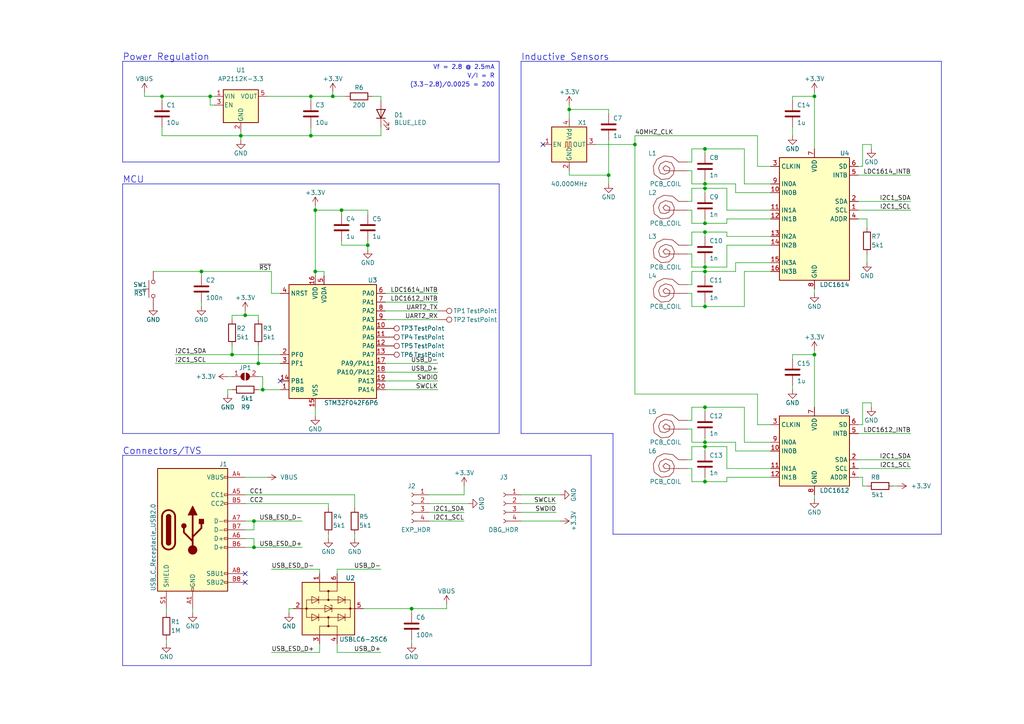
<source format=kicad_sch>
(kicad_sch (version 20230121) (generator eeschema)

  (uuid e971b8bb-48fd-49b4-bd39-0f14d6b87421)

  (paper "A4")

  (title_block
    (title "Open Source 3D Mouse")
    (date "2023-12-30")
    (rev "2")
    (company "Colton Baldridge")
  )

  (lib_symbols
    (symbol "Coil_Library:PCB_COIL" (pin_numbers hide) (pin_names hide) (in_bom yes) (on_board yes)
      (property "Reference" "L" (at 0 5.08 0)
        (effects (font (size 1.27 1.27)))
      )
      (property "Value" "PCB_COIL" (at 0 -6.35 0)
        (effects (font (size 1.27 1.27)))
      )
      (property "Footprint" "PCB_Coil:COIL" (at 0 0 0)
        (effects (font (size 1.27 1.27)) hide)
      )
      (property "Datasheet" "" (at 0 0 0)
        (effects (font (size 1.27 1.27)) hide)
      )
      (property "ki_keywords" "coil" (at 0 0 0)
        (effects (font (size 1.27 1.27)) hide)
      )
      (symbol "PCB_COIL_0_1"
        (polyline
          (pts
            (xy 2.54 1.27)
            (xy 0.762 2.794)
            (xy -1.778 3.048)
            (xy -3.81 2.032)
            (xy -4.826 0)
            (xy -4.572 -2.286)
            (xy -2.54 -3.81)
            (xy -0.254 -3.556)
            (xy 1.016 -2.286)
            (xy 1.27 -0.508)
            (xy 0.508 1.016)
            (xy -1.27 1.524)
            (xy -2.794 0.762)
            (xy -3.302 -0.508)
            (xy -2.794 -2.032)
            (xy -1.524 -2.286)
            (xy -0.254 -1.778)
            (xy 0 -0.508)
            (xy -1.27 0.254)
            (xy -2.032 -0.508)
            (xy -1.524 -1.27)
            (xy 2.54 -1.27)
          )
          (stroke (width 0) (type default))
          (fill (type none))
        )
      )
      (symbol "PCB_COIL_1_1"
        (pin input line (at 5.08 1.27 180) (length 2.54)
          (name "" (effects (font (size 1.27 1.27))))
          (number "1" (effects (font (size 1.27 1.27))))
        )
        (pin input line (at 5.08 -1.27 180) (length 2.54)
          (name "" (effects (font (size 1.27 1.27))))
          (number "2" (effects (font (size 1.27 1.27))))
        )
      )
    )
    (symbol "Connector:Conn_01x04_Female" (pin_names (offset 1.016) hide) (in_bom yes) (on_board yes)
      (property "Reference" "J" (at 0 5.08 0)
        (effects (font (size 1.27 1.27)))
      )
      (property "Value" "Conn_01x04_Female" (at 0 -7.62 0)
        (effects (font (size 1.27 1.27)))
      )
      (property "Footprint" "" (at 0 0 0)
        (effects (font (size 1.27 1.27)) hide)
      )
      (property "Datasheet" "~" (at 0 0 0)
        (effects (font (size 1.27 1.27)) hide)
      )
      (property "ki_keywords" "connector" (at 0 0 0)
        (effects (font (size 1.27 1.27)) hide)
      )
      (property "ki_description" "Generic connector, single row, 01x04, script generated (kicad-library-utils/schlib/autogen/connector/)" (at 0 0 0)
        (effects (font (size 1.27 1.27)) hide)
      )
      (property "ki_fp_filters" "Connector*:*_1x??_*" (at 0 0 0)
        (effects (font (size 1.27 1.27)) hide)
      )
      (symbol "Conn_01x04_Female_1_1"
        (arc (start 0 -4.572) (mid -0.5058 -5.08) (end 0 -5.588)
          (stroke (width 0.1524) (type default))
          (fill (type none))
        )
        (arc (start 0 -2.032) (mid -0.5058 -2.54) (end 0 -3.048)
          (stroke (width 0.1524) (type default))
          (fill (type none))
        )
        (polyline
          (pts
            (xy -1.27 -5.08)
            (xy -0.508 -5.08)
          )
          (stroke (width 0.1524) (type default))
          (fill (type none))
        )
        (polyline
          (pts
            (xy -1.27 -2.54)
            (xy -0.508 -2.54)
          )
          (stroke (width 0.1524) (type default))
          (fill (type none))
        )
        (polyline
          (pts
            (xy -1.27 0)
            (xy -0.508 0)
          )
          (stroke (width 0.1524) (type default))
          (fill (type none))
        )
        (polyline
          (pts
            (xy -1.27 2.54)
            (xy -0.508 2.54)
          )
          (stroke (width 0.1524) (type default))
          (fill (type none))
        )
        (arc (start 0 0.508) (mid -0.5058 0) (end 0 -0.508)
          (stroke (width 0.1524) (type default))
          (fill (type none))
        )
        (arc (start 0 3.048) (mid -0.5058 2.54) (end 0 2.032)
          (stroke (width 0.1524) (type default))
          (fill (type none))
        )
        (pin passive line (at -5.08 2.54 0) (length 3.81)
          (name "Pin_1" (effects (font (size 1.27 1.27))))
          (number "1" (effects (font (size 1.27 1.27))))
        )
        (pin passive line (at -5.08 0 0) (length 3.81)
          (name "Pin_2" (effects (font (size 1.27 1.27))))
          (number "2" (effects (font (size 1.27 1.27))))
        )
        (pin passive line (at -5.08 -2.54 0) (length 3.81)
          (name "Pin_3" (effects (font (size 1.27 1.27))))
          (number "3" (effects (font (size 1.27 1.27))))
        )
        (pin passive line (at -5.08 -5.08 0) (length 3.81)
          (name "Pin_4" (effects (font (size 1.27 1.27))))
          (number "4" (effects (font (size 1.27 1.27))))
        )
      )
    )
    (symbol "Connector:Conn_01x04_Socket" (pin_names (offset 1.016) hide) (in_bom yes) (on_board yes)
      (property "Reference" "J" (at 0 5.08 0)
        (effects (font (size 1.27 1.27)))
      )
      (property "Value" "Conn_01x04_Socket" (at 0 -7.62 0)
        (effects (font (size 1.27 1.27)))
      )
      (property "Footprint" "" (at 0 0 0)
        (effects (font (size 1.27 1.27)) hide)
      )
      (property "Datasheet" "~" (at 0 0 0)
        (effects (font (size 1.27 1.27)) hide)
      )
      (property "ki_locked" "" (at 0 0 0)
        (effects (font (size 1.27 1.27)))
      )
      (property "ki_keywords" "connector" (at 0 0 0)
        (effects (font (size 1.27 1.27)) hide)
      )
      (property "ki_description" "Generic connector, single row, 01x04, script generated" (at 0 0 0)
        (effects (font (size 1.27 1.27)) hide)
      )
      (property "ki_fp_filters" "Connector*:*_1x??_*" (at 0 0 0)
        (effects (font (size 1.27 1.27)) hide)
      )
      (symbol "Conn_01x04_Socket_1_1"
        (arc (start 0 -4.572) (mid -0.5058 -5.08) (end 0 -5.588)
          (stroke (width 0.1524) (type default))
          (fill (type none))
        )
        (arc (start 0 -2.032) (mid -0.5058 -2.54) (end 0 -3.048)
          (stroke (width 0.1524) (type default))
          (fill (type none))
        )
        (polyline
          (pts
            (xy -1.27 -5.08)
            (xy -0.508 -5.08)
          )
          (stroke (width 0.1524) (type default))
          (fill (type none))
        )
        (polyline
          (pts
            (xy -1.27 -2.54)
            (xy -0.508 -2.54)
          )
          (stroke (width 0.1524) (type default))
          (fill (type none))
        )
        (polyline
          (pts
            (xy -1.27 0)
            (xy -0.508 0)
          )
          (stroke (width 0.1524) (type default))
          (fill (type none))
        )
        (polyline
          (pts
            (xy -1.27 2.54)
            (xy -0.508 2.54)
          )
          (stroke (width 0.1524) (type default))
          (fill (type none))
        )
        (arc (start 0 0.508) (mid -0.5058 0) (end 0 -0.508)
          (stroke (width 0.1524) (type default))
          (fill (type none))
        )
        (arc (start 0 3.048) (mid -0.5058 2.54) (end 0 2.032)
          (stroke (width 0.1524) (type default))
          (fill (type none))
        )
        (pin passive line (at -5.08 2.54 0) (length 3.81)
          (name "Pin_1" (effects (font (size 1.27 1.27))))
          (number "1" (effects (font (size 1.27 1.27))))
        )
        (pin passive line (at -5.08 0 0) (length 3.81)
          (name "Pin_2" (effects (font (size 1.27 1.27))))
          (number "2" (effects (font (size 1.27 1.27))))
        )
        (pin passive line (at -5.08 -2.54 0) (length 3.81)
          (name "Pin_3" (effects (font (size 1.27 1.27))))
          (number "3" (effects (font (size 1.27 1.27))))
        )
        (pin passive line (at -5.08 -5.08 0) (length 3.81)
          (name "Pin_4" (effects (font (size 1.27 1.27))))
          (number "4" (effects (font (size 1.27 1.27))))
        )
      )
    )
    (symbol "Connector:TestPoint" (pin_numbers hide) (pin_names (offset 0.762) hide) (in_bom yes) (on_board yes)
      (property "Reference" "TP" (at 0 6.858 0)
        (effects (font (size 1.27 1.27)))
      )
      (property "Value" "TestPoint" (at 0 5.08 0)
        (effects (font (size 1.27 1.27)))
      )
      (property "Footprint" "" (at 5.08 0 0)
        (effects (font (size 1.27 1.27)) hide)
      )
      (property "Datasheet" "~" (at 5.08 0 0)
        (effects (font (size 1.27 1.27)) hide)
      )
      (property "ki_keywords" "test point tp" (at 0 0 0)
        (effects (font (size 1.27 1.27)) hide)
      )
      (property "ki_description" "test point" (at 0 0 0)
        (effects (font (size 1.27 1.27)) hide)
      )
      (property "ki_fp_filters" "Pin* Test*" (at 0 0 0)
        (effects (font (size 1.27 1.27)) hide)
      )
      (symbol "TestPoint_0_1"
        (circle (center 0 3.302) (radius 0.762)
          (stroke (width 0) (type default))
          (fill (type none))
        )
      )
      (symbol "TestPoint_1_1"
        (pin passive line (at 0 0 90) (length 2.54)
          (name "1" (effects (font (size 1.27 1.27))))
          (number "1" (effects (font (size 1.27 1.27))))
        )
      )
    )
    (symbol "Connector:USB_C_Receptacle_USB2.0" (pin_names (offset 1.016)) (in_bom yes) (on_board yes)
      (property "Reference" "J" (at -10.16 19.05 0)
        (effects (font (size 1.27 1.27)) (justify left))
      )
      (property "Value" "USB_C_Receptacle_USB2.0" (at 19.05 19.05 0)
        (effects (font (size 1.27 1.27)) (justify right))
      )
      (property "Footprint" "" (at 3.81 0 0)
        (effects (font (size 1.27 1.27)) hide)
      )
      (property "Datasheet" "https://www.usb.org/sites/default/files/documents/usb_type-c.zip" (at 3.81 0 0)
        (effects (font (size 1.27 1.27)) hide)
      )
      (property "ki_keywords" "usb universal serial bus type-C USB2.0" (at 0 0 0)
        (effects (font (size 1.27 1.27)) hide)
      )
      (property "ki_description" "USB 2.0-only Type-C Receptacle connector" (at 0 0 0)
        (effects (font (size 1.27 1.27)) hide)
      )
      (property "ki_fp_filters" "USB*C*Receptacle*" (at 0 0 0)
        (effects (font (size 1.27 1.27)) hide)
      )
      (symbol "USB_C_Receptacle_USB2.0_0_0"
        (rectangle (start -0.254 -17.78) (end 0.254 -16.764)
          (stroke (width 0) (type default))
          (fill (type none))
        )
        (rectangle (start 10.16 -14.986) (end 9.144 -15.494)
          (stroke (width 0) (type default))
          (fill (type none))
        )
        (rectangle (start 10.16 -12.446) (end 9.144 -12.954)
          (stroke (width 0) (type default))
          (fill (type none))
        )
        (rectangle (start 10.16 -4.826) (end 9.144 -5.334)
          (stroke (width 0) (type default))
          (fill (type none))
        )
        (rectangle (start 10.16 -2.286) (end 9.144 -2.794)
          (stroke (width 0) (type default))
          (fill (type none))
        )
        (rectangle (start 10.16 0.254) (end 9.144 -0.254)
          (stroke (width 0) (type default))
          (fill (type none))
        )
        (rectangle (start 10.16 2.794) (end 9.144 2.286)
          (stroke (width 0) (type default))
          (fill (type none))
        )
        (rectangle (start 10.16 7.874) (end 9.144 7.366)
          (stroke (width 0) (type default))
          (fill (type none))
        )
        (rectangle (start 10.16 10.414) (end 9.144 9.906)
          (stroke (width 0) (type default))
          (fill (type none))
        )
        (rectangle (start 10.16 15.494) (end 9.144 14.986)
          (stroke (width 0) (type default))
          (fill (type none))
        )
      )
      (symbol "USB_C_Receptacle_USB2.0_0_1"
        (rectangle (start -10.16 17.78) (end 10.16 -17.78)
          (stroke (width 0.254) (type default))
          (fill (type background))
        )
        (arc (start -8.89 -3.81) (mid -6.985 -5.7067) (end -5.08 -3.81)
          (stroke (width 0.508) (type default))
          (fill (type none))
        )
        (arc (start -7.62 -3.81) (mid -6.985 -4.4423) (end -6.35 -3.81)
          (stroke (width 0.254) (type default))
          (fill (type none))
        )
        (arc (start -7.62 -3.81) (mid -6.985 -4.4423) (end -6.35 -3.81)
          (stroke (width 0.254) (type default))
          (fill (type outline))
        )
        (rectangle (start -7.62 -3.81) (end -6.35 3.81)
          (stroke (width 0.254) (type default))
          (fill (type outline))
        )
        (arc (start -6.35 3.81) (mid -6.985 4.4423) (end -7.62 3.81)
          (stroke (width 0.254) (type default))
          (fill (type none))
        )
        (arc (start -6.35 3.81) (mid -6.985 4.4423) (end -7.62 3.81)
          (stroke (width 0.254) (type default))
          (fill (type outline))
        )
        (arc (start -5.08 3.81) (mid -6.985 5.7067) (end -8.89 3.81)
          (stroke (width 0.508) (type default))
          (fill (type none))
        )
        (circle (center -2.54 1.143) (radius 0.635)
          (stroke (width 0.254) (type default))
          (fill (type outline))
        )
        (circle (center 0 -5.842) (radius 1.27)
          (stroke (width 0) (type default))
          (fill (type outline))
        )
        (polyline
          (pts
            (xy -8.89 -3.81)
            (xy -8.89 3.81)
          )
          (stroke (width 0.508) (type default))
          (fill (type none))
        )
        (polyline
          (pts
            (xy -5.08 3.81)
            (xy -5.08 -3.81)
          )
          (stroke (width 0.508) (type default))
          (fill (type none))
        )
        (polyline
          (pts
            (xy 0 -5.842)
            (xy 0 4.318)
          )
          (stroke (width 0.508) (type default))
          (fill (type none))
        )
        (polyline
          (pts
            (xy 0 -3.302)
            (xy -2.54 -0.762)
            (xy -2.54 0.508)
          )
          (stroke (width 0.508) (type default))
          (fill (type none))
        )
        (polyline
          (pts
            (xy 0 -2.032)
            (xy 2.54 0.508)
            (xy 2.54 1.778)
          )
          (stroke (width 0.508) (type default))
          (fill (type none))
        )
        (polyline
          (pts
            (xy -1.27 4.318)
            (xy 0 6.858)
            (xy 1.27 4.318)
            (xy -1.27 4.318)
          )
          (stroke (width 0.254) (type default))
          (fill (type outline))
        )
        (rectangle (start 1.905 1.778) (end 3.175 3.048)
          (stroke (width 0.254) (type default))
          (fill (type outline))
        )
      )
      (symbol "USB_C_Receptacle_USB2.0_1_1"
        (pin passive line (at 0 -22.86 90) (length 5.08)
          (name "GND" (effects (font (size 1.27 1.27))))
          (number "A1" (effects (font (size 1.27 1.27))))
        )
        (pin passive line (at 0 -22.86 90) (length 5.08) hide
          (name "GND" (effects (font (size 1.27 1.27))))
          (number "A12" (effects (font (size 1.27 1.27))))
        )
        (pin passive line (at 15.24 15.24 180) (length 5.08)
          (name "VBUS" (effects (font (size 1.27 1.27))))
          (number "A4" (effects (font (size 1.27 1.27))))
        )
        (pin bidirectional line (at 15.24 10.16 180) (length 5.08)
          (name "CC1" (effects (font (size 1.27 1.27))))
          (number "A5" (effects (font (size 1.27 1.27))))
        )
        (pin bidirectional line (at 15.24 -2.54 180) (length 5.08)
          (name "D+" (effects (font (size 1.27 1.27))))
          (number "A6" (effects (font (size 1.27 1.27))))
        )
        (pin bidirectional line (at 15.24 2.54 180) (length 5.08)
          (name "D-" (effects (font (size 1.27 1.27))))
          (number "A7" (effects (font (size 1.27 1.27))))
        )
        (pin bidirectional line (at 15.24 -12.7 180) (length 5.08)
          (name "SBU1" (effects (font (size 1.27 1.27))))
          (number "A8" (effects (font (size 1.27 1.27))))
        )
        (pin passive line (at 15.24 15.24 180) (length 5.08) hide
          (name "VBUS" (effects (font (size 1.27 1.27))))
          (number "A9" (effects (font (size 1.27 1.27))))
        )
        (pin passive line (at 0 -22.86 90) (length 5.08) hide
          (name "GND" (effects (font (size 1.27 1.27))))
          (number "B1" (effects (font (size 1.27 1.27))))
        )
        (pin passive line (at 0 -22.86 90) (length 5.08) hide
          (name "GND" (effects (font (size 1.27 1.27))))
          (number "B12" (effects (font (size 1.27 1.27))))
        )
        (pin passive line (at 15.24 15.24 180) (length 5.08) hide
          (name "VBUS" (effects (font (size 1.27 1.27))))
          (number "B4" (effects (font (size 1.27 1.27))))
        )
        (pin bidirectional line (at 15.24 7.62 180) (length 5.08)
          (name "CC2" (effects (font (size 1.27 1.27))))
          (number "B5" (effects (font (size 1.27 1.27))))
        )
        (pin bidirectional line (at 15.24 -5.08 180) (length 5.08)
          (name "D+" (effects (font (size 1.27 1.27))))
          (number "B6" (effects (font (size 1.27 1.27))))
        )
        (pin bidirectional line (at 15.24 0 180) (length 5.08)
          (name "D-" (effects (font (size 1.27 1.27))))
          (number "B7" (effects (font (size 1.27 1.27))))
        )
        (pin bidirectional line (at 15.24 -15.24 180) (length 5.08)
          (name "SBU2" (effects (font (size 1.27 1.27))))
          (number "B8" (effects (font (size 1.27 1.27))))
        )
        (pin passive line (at 15.24 15.24 180) (length 5.08) hide
          (name "VBUS" (effects (font (size 1.27 1.27))))
          (number "B9" (effects (font (size 1.27 1.27))))
        )
        (pin passive line (at -7.62 -22.86 90) (length 5.08)
          (name "SHIELD" (effects (font (size 1.27 1.27))))
          (number "S1" (effects (font (size 1.27 1.27))))
        )
      )
    )
    (symbol "Device:C" (pin_numbers hide) (pin_names (offset 0.254)) (in_bom yes) (on_board yes)
      (property "Reference" "C" (at 0.635 2.54 0)
        (effects (font (size 1.27 1.27)) (justify left))
      )
      (property "Value" "C" (at 0.635 -2.54 0)
        (effects (font (size 1.27 1.27)) (justify left))
      )
      (property "Footprint" "" (at 0.9652 -3.81 0)
        (effects (font (size 1.27 1.27)) hide)
      )
      (property "Datasheet" "~" (at 0 0 0)
        (effects (font (size 1.27 1.27)) hide)
      )
      (property "ki_keywords" "cap capacitor" (at 0 0 0)
        (effects (font (size 1.27 1.27)) hide)
      )
      (property "ki_description" "Unpolarized capacitor" (at 0 0 0)
        (effects (font (size 1.27 1.27)) hide)
      )
      (property "ki_fp_filters" "C_*" (at 0 0 0)
        (effects (font (size 1.27 1.27)) hide)
      )
      (symbol "C_0_1"
        (polyline
          (pts
            (xy -2.032 -0.762)
            (xy 2.032 -0.762)
          )
          (stroke (width 0.508) (type default))
          (fill (type none))
        )
        (polyline
          (pts
            (xy -2.032 0.762)
            (xy 2.032 0.762)
          )
          (stroke (width 0.508) (type default))
          (fill (type none))
        )
      )
      (symbol "C_1_1"
        (pin passive line (at 0 3.81 270) (length 2.794)
          (name "~" (effects (font (size 1.27 1.27))))
          (number "1" (effects (font (size 1.27 1.27))))
        )
        (pin passive line (at 0 -3.81 90) (length 2.794)
          (name "~" (effects (font (size 1.27 1.27))))
          (number "2" (effects (font (size 1.27 1.27))))
        )
      )
    )
    (symbol "Device:LED" (pin_numbers hide) (pin_names (offset 1.016) hide) (in_bom yes) (on_board yes)
      (property "Reference" "D" (at 0 2.54 0)
        (effects (font (size 1.27 1.27)))
      )
      (property "Value" "LED" (at 0 -2.54 0)
        (effects (font (size 1.27 1.27)))
      )
      (property "Footprint" "" (at 0 0 0)
        (effects (font (size 1.27 1.27)) hide)
      )
      (property "Datasheet" "~" (at 0 0 0)
        (effects (font (size 1.27 1.27)) hide)
      )
      (property "ki_keywords" "LED diode" (at 0 0 0)
        (effects (font (size 1.27 1.27)) hide)
      )
      (property "ki_description" "Light emitting diode" (at 0 0 0)
        (effects (font (size 1.27 1.27)) hide)
      )
      (property "ki_fp_filters" "LED* LED_SMD:* LED_THT:*" (at 0 0 0)
        (effects (font (size 1.27 1.27)) hide)
      )
      (symbol "LED_0_1"
        (polyline
          (pts
            (xy -1.27 -1.27)
            (xy -1.27 1.27)
          )
          (stroke (width 0.254) (type default))
          (fill (type none))
        )
        (polyline
          (pts
            (xy -1.27 0)
            (xy 1.27 0)
          )
          (stroke (width 0) (type default))
          (fill (type none))
        )
        (polyline
          (pts
            (xy 1.27 -1.27)
            (xy 1.27 1.27)
            (xy -1.27 0)
            (xy 1.27 -1.27)
          )
          (stroke (width 0.254) (type default))
          (fill (type none))
        )
        (polyline
          (pts
            (xy -3.048 -0.762)
            (xy -4.572 -2.286)
            (xy -3.81 -2.286)
            (xy -4.572 -2.286)
            (xy -4.572 -1.524)
          )
          (stroke (width 0) (type default))
          (fill (type none))
        )
        (polyline
          (pts
            (xy -1.778 -0.762)
            (xy -3.302 -2.286)
            (xy -2.54 -2.286)
            (xy -3.302 -2.286)
            (xy -3.302 -1.524)
          )
          (stroke (width 0) (type default))
          (fill (type none))
        )
      )
      (symbol "LED_1_1"
        (pin passive line (at -3.81 0 0) (length 2.54)
          (name "K" (effects (font (size 1.27 1.27))))
          (number "1" (effects (font (size 1.27 1.27))))
        )
        (pin passive line (at 3.81 0 180) (length 2.54)
          (name "A" (effects (font (size 1.27 1.27))))
          (number "2" (effects (font (size 1.27 1.27))))
        )
      )
    )
    (symbol "Device:R" (pin_numbers hide) (pin_names (offset 0)) (in_bom yes) (on_board yes)
      (property "Reference" "R" (at 2.032 0 90)
        (effects (font (size 1.27 1.27)))
      )
      (property "Value" "R" (at 0 0 90)
        (effects (font (size 1.27 1.27)))
      )
      (property "Footprint" "" (at -1.778 0 90)
        (effects (font (size 1.27 1.27)) hide)
      )
      (property "Datasheet" "~" (at 0 0 0)
        (effects (font (size 1.27 1.27)) hide)
      )
      (property "ki_keywords" "R res resistor" (at 0 0 0)
        (effects (font (size 1.27 1.27)) hide)
      )
      (property "ki_description" "Resistor" (at 0 0 0)
        (effects (font (size 1.27 1.27)) hide)
      )
      (property "ki_fp_filters" "R_*" (at 0 0 0)
        (effects (font (size 1.27 1.27)) hide)
      )
      (symbol "R_0_1"
        (rectangle (start -1.016 -2.54) (end 1.016 2.54)
          (stroke (width 0.254) (type default))
          (fill (type none))
        )
      )
      (symbol "R_1_1"
        (pin passive line (at 0 3.81 270) (length 1.27)
          (name "~" (effects (font (size 1.27 1.27))))
          (number "1" (effects (font (size 1.27 1.27))))
        )
        (pin passive line (at 0 -3.81 90) (length 1.27)
          (name "~" (effects (font (size 1.27 1.27))))
          (number "2" (effects (font (size 1.27 1.27))))
        )
      )
    )
    (symbol "Jumper:SolderJumper_2_Open" (pin_names (offset 0) hide) (in_bom yes) (on_board yes)
      (property "Reference" "JP" (at 0 2.032 0)
        (effects (font (size 1.27 1.27)))
      )
      (property "Value" "SolderJumper_2_Open" (at 0 -2.54 0)
        (effects (font (size 1.27 1.27)))
      )
      (property "Footprint" "" (at 0 0 0)
        (effects (font (size 1.27 1.27)) hide)
      )
      (property "Datasheet" "~" (at 0 0 0)
        (effects (font (size 1.27 1.27)) hide)
      )
      (property "ki_keywords" "solder jumper SPST" (at 0 0 0)
        (effects (font (size 1.27 1.27)) hide)
      )
      (property "ki_description" "Solder Jumper, 2-pole, open" (at 0 0 0)
        (effects (font (size 1.27 1.27)) hide)
      )
      (property "ki_fp_filters" "SolderJumper*Open*" (at 0 0 0)
        (effects (font (size 1.27 1.27)) hide)
      )
      (symbol "SolderJumper_2_Open_0_1"
        (arc (start -0.254 1.016) (mid -1.2656 0) (end -0.254 -1.016)
          (stroke (width 0) (type default))
          (fill (type none))
        )
        (arc (start -0.254 1.016) (mid -1.2656 0) (end -0.254 -1.016)
          (stroke (width 0) (type default))
          (fill (type outline))
        )
        (polyline
          (pts
            (xy -0.254 1.016)
            (xy -0.254 -1.016)
          )
          (stroke (width 0) (type default))
          (fill (type none))
        )
        (polyline
          (pts
            (xy 0.254 1.016)
            (xy 0.254 -1.016)
          )
          (stroke (width 0) (type default))
          (fill (type none))
        )
        (arc (start 0.254 -1.016) (mid 1.2656 0) (end 0.254 1.016)
          (stroke (width 0) (type default))
          (fill (type none))
        )
        (arc (start 0.254 -1.016) (mid 1.2656 0) (end 0.254 1.016)
          (stroke (width 0) (type default))
          (fill (type outline))
        )
      )
      (symbol "SolderJumper_2_Open_1_1"
        (pin passive line (at -3.81 0 0) (length 2.54)
          (name "A" (effects (font (size 1.27 1.27))))
          (number "1" (effects (font (size 1.27 1.27))))
        )
        (pin passive line (at 3.81 0 180) (length 2.54)
          (name "B" (effects (font (size 1.27 1.27))))
          (number "2" (effects (font (size 1.27 1.27))))
        )
      )
    )
    (symbol "MCU_ST_STM32F0:STM32F042F6Px" (in_bom yes) (on_board yes)
      (property "Reference" "U" (at -12.7 16.51 0)
        (effects (font (size 1.27 1.27)) (justify left))
      )
      (property "Value" "STM32F042F6Px" (at 0 16.51 0)
        (effects (font (size 1.27 1.27)) (justify left))
      )
      (property "Footprint" "Package_SO:TSSOP-20_4.4x6.5mm_P0.65mm" (at -12.7 -17.78 0)
        (effects (font (size 1.27 1.27)) (justify right) hide)
      )
      (property "Datasheet" "http://www.st.com/st-web-ui/static/active/en/resource/technical/document/datasheet/DM00105814.pdf" (at 0 0 0)
        (effects (font (size 1.27 1.27)) hide)
      )
      (property "ki_keywords" "ARM Cortex-M0 STM32F0 STM32F0x2" (at 0 0 0)
        (effects (font (size 1.27 1.27)) hide)
      )
      (property "ki_description" "ARM Cortex-M0 MCU, 32KB flash, 6KB RAM, 48MHz, 2-3.6V, 16 GPIO, TSSOP-20" (at 0 0 0)
        (effects (font (size 1.27 1.27)) hide)
      )
      (property "ki_fp_filters" "TSSOP*4.4x6.5mm*P0.65mm*" (at 0 0 0)
        (effects (font (size 1.27 1.27)) hide)
      )
      (symbol "STM32F042F6Px_0_1"
        (rectangle (start -12.7 -17.78) (end 12.7 15.24)
          (stroke (width 0.254) (type default))
          (fill (type background))
        )
      )
      (symbol "STM32F042F6Px_1_1"
        (pin bidirectional line (at -15.24 -15.24 0) (length 2.54)
          (name "PB8" (effects (font (size 1.27 1.27))))
          (number "1" (effects (font (size 1.27 1.27))))
        )
        (pin bidirectional line (at 15.24 2.54 180) (length 2.54)
          (name "PA4" (effects (font (size 1.27 1.27))))
          (number "10" (effects (font (size 1.27 1.27))))
        )
        (pin bidirectional line (at 15.24 0 180) (length 2.54)
          (name "PA5" (effects (font (size 1.27 1.27))))
          (number "11" (effects (font (size 1.27 1.27))))
        )
        (pin bidirectional line (at 15.24 -2.54 180) (length 2.54)
          (name "PA6" (effects (font (size 1.27 1.27))))
          (number "12" (effects (font (size 1.27 1.27))))
        )
        (pin bidirectional line (at 15.24 -5.08 180) (length 2.54)
          (name "PA7" (effects (font (size 1.27 1.27))))
          (number "13" (effects (font (size 1.27 1.27))))
        )
        (pin bidirectional line (at -15.24 -12.7 0) (length 2.54)
          (name "PB1" (effects (font (size 1.27 1.27))))
          (number "14" (effects (font (size 1.27 1.27))))
        )
        (pin power_in line (at -5.08 -20.32 90) (length 2.54)
          (name "VSS" (effects (font (size 1.27 1.27))))
          (number "15" (effects (font (size 1.27 1.27))))
        )
        (pin power_in line (at -5.08 17.78 270) (length 2.54)
          (name "VDD" (effects (font (size 1.27 1.27))))
          (number "16" (effects (font (size 1.27 1.27))))
        )
        (pin bidirectional line (at 15.24 -7.62 180) (length 2.54)
          (name "PA9/PA11" (effects (font (size 1.27 1.27))))
          (number "17" (effects (font (size 1.27 1.27))))
        )
        (pin bidirectional line (at 15.24 -10.16 180) (length 2.54)
          (name "PA10/PA12" (effects (font (size 1.27 1.27))))
          (number "18" (effects (font (size 1.27 1.27))))
        )
        (pin bidirectional line (at 15.24 -12.7 180) (length 2.54)
          (name "PA13" (effects (font (size 1.27 1.27))))
          (number "19" (effects (font (size 1.27 1.27))))
        )
        (pin input line (at -15.24 -5.08 0) (length 2.54)
          (name "PF0" (effects (font (size 1.27 1.27))))
          (number "2" (effects (font (size 1.27 1.27))))
        )
        (pin bidirectional line (at 15.24 -15.24 180) (length 2.54)
          (name "PA14" (effects (font (size 1.27 1.27))))
          (number "20" (effects (font (size 1.27 1.27))))
        )
        (pin input line (at -15.24 -7.62 0) (length 2.54)
          (name "PF1" (effects (font (size 1.27 1.27))))
          (number "3" (effects (font (size 1.27 1.27))))
        )
        (pin input line (at -15.24 12.7 0) (length 2.54)
          (name "NRST" (effects (font (size 1.27 1.27))))
          (number "4" (effects (font (size 1.27 1.27))))
        )
        (pin power_in line (at -2.54 17.78 270) (length 2.54)
          (name "VDDA" (effects (font (size 1.27 1.27))))
          (number "5" (effects (font (size 1.27 1.27))))
        )
        (pin bidirectional line (at 15.24 12.7 180) (length 2.54)
          (name "PA0" (effects (font (size 1.27 1.27))))
          (number "6" (effects (font (size 1.27 1.27))))
        )
        (pin bidirectional line (at 15.24 10.16 180) (length 2.54)
          (name "PA1" (effects (font (size 1.27 1.27))))
          (number "7" (effects (font (size 1.27 1.27))))
        )
        (pin bidirectional line (at 15.24 7.62 180) (length 2.54)
          (name "PA2" (effects (font (size 1.27 1.27))))
          (number "8" (effects (font (size 1.27 1.27))))
        )
        (pin bidirectional line (at 15.24 5.08 180) (length 2.54)
          (name "PA3" (effects (font (size 1.27 1.27))))
          (number "9" (effects (font (size 1.27 1.27))))
        )
      )
    )
    (symbol "Oscillator:ASV-xxxMHz" (pin_names (offset 0.254)) (in_bom yes) (on_board yes)
      (property "Reference" "X" (at -5.08 6.35 0)
        (effects (font (size 1.27 1.27)) (justify left))
      )
      (property "Value" "ASV-xxxMHz" (at 1.27 -6.35 0)
        (effects (font (size 1.27 1.27)) (justify left))
      )
      (property "Footprint" "Oscillator:Oscillator_SMD_Abracon_ASV-4Pin_7.0x5.1mm" (at 17.78 -8.89 0)
        (effects (font (size 1.27 1.27)) hide)
      )
      (property "Datasheet" "http://www.abracon.com/Oscillators/ASV.pdf" (at -2.54 0 0)
        (effects (font (size 1.27 1.27)) hide)
      )
      (property "ki_keywords" "3.3V HCMOS SMD Crystal Clock Oscillator" (at 0 0 0)
        (effects (font (size 1.27 1.27)) hide)
      )
      (property "ki_description" "3.3V HCMOS SMD Crystal Clock Oscillator, Abracon" (at 0 0 0)
        (effects (font (size 1.27 1.27)) hide)
      )
      (property "ki_fp_filters" "Oscillator*SMD*Abracon*ASV*7.0x5.1mm*" (at 0 0 0)
        (effects (font (size 1.27 1.27)) hide)
      )
      (symbol "ASV-xxxMHz_0_1"
        (rectangle (start -5.08 5.08) (end 5.08 -5.08)
          (stroke (width 0.254) (type default))
          (fill (type background))
        )
        (polyline
          (pts
            (xy -1.27 -0.762)
            (xy -1.016 -0.762)
            (xy -1.016 0.762)
            (xy -0.508 0.762)
            (xy -0.508 -0.762)
            (xy 0 -0.762)
            (xy 0 0.762)
            (xy 0.508 0.762)
            (xy 0.508 -0.762)
            (xy 0.762 -0.762)
          )
          (stroke (width 0) (type default))
          (fill (type none))
        )
      )
      (symbol "ASV-xxxMHz_1_1"
        (pin input line (at -7.62 0 0) (length 2.54)
          (name "EN" (effects (font (size 1.27 1.27))))
          (number "1" (effects (font (size 1.27 1.27))))
        )
        (pin power_in line (at 0 -7.62 90) (length 2.54)
          (name "GND" (effects (font (size 1.27 1.27))))
          (number "2" (effects (font (size 1.27 1.27))))
        )
        (pin output line (at 7.62 0 180) (length 2.54)
          (name "OUT" (effects (font (size 1.27 1.27))))
          (number "3" (effects (font (size 1.27 1.27))))
        )
        (pin power_in line (at 0 7.62 270) (length 2.54)
          (name "Vdd" (effects (font (size 1.27 1.27))))
          (number "4" (effects (font (size 1.27 1.27))))
        )
      )
    )
    (symbol "PCB_COIL_1" (pin_numbers hide) (pin_names hide) (in_bom yes) (on_board yes)
      (property "Reference" "L" (at 0 5.08 0)
        (effects (font (size 1.27 1.27)))
      )
      (property "Value" "PCB_COIL_1" (at 0 -6.35 0)
        (effects (font (size 1.27 1.27)))
      )
      (property "Footprint" "PCB_Coil:COIL" (at 0 0 0)
        (effects (font (size 1.27 1.27)) hide)
      )
      (property "Datasheet" "" (at 0 0 0)
        (effects (font (size 1.27 1.27)) hide)
      )
      (property "ki_keywords" "coil" (at 0 0 0)
        (effects (font (size 1.27 1.27)) hide)
      )
      (symbol "PCB_COIL_1_0_1"
        (polyline
          (pts
            (xy 2.54 1.27)
            (xy 0.762 2.794)
            (xy -1.778 3.048)
            (xy -3.81 2.032)
            (xy -4.826 0)
            (xy -4.572 -2.286)
            (xy -2.54 -3.81)
            (xy -0.254 -3.556)
            (xy 1.016 -2.286)
            (xy 1.27 -0.508)
            (xy 0.508 1.016)
            (xy -1.27 1.524)
            (xy -2.794 0.762)
            (xy -3.302 -0.508)
            (xy -2.794 -2.032)
            (xy -1.524 -2.286)
            (xy -0.254 -1.778)
            (xy 0 -0.508)
            (xy -1.27 0.254)
            (xy -2.032 -0.508)
            (xy -1.524 -1.27)
            (xy 2.54 -1.27)
          )
          (stroke (width 0) (type default))
          (fill (type none))
        )
      )
      (symbol "PCB_COIL_1_1_1"
        (pin input line (at 5.08 1.27 180) (length 2.54)
          (name "" (effects (font (size 1.27 1.27))))
          (number "1" (effects (font (size 1.27 1.27))))
        )
        (pin input line (at 5.08 -1.27 180) (length 2.54)
          (name "" (effects (font (size 1.27 1.27))))
          (number "2" (effects (font (size 1.27 1.27))))
        )
      )
    )
    (symbol "PCB_COIL_2" (pin_numbers hide) (pin_names hide) (in_bom yes) (on_board yes)
      (property "Reference" "L" (at 0 5.08 0)
        (effects (font (size 1.27 1.27)))
      )
      (property "Value" "PCB_COIL_2" (at 0 -6.35 0)
        (effects (font (size 1.27 1.27)))
      )
      (property "Footprint" "PCB_Coil:COIL" (at 0 0 0)
        (effects (font (size 1.27 1.27)) hide)
      )
      (property "Datasheet" "" (at 0 0 0)
        (effects (font (size 1.27 1.27)) hide)
      )
      (property "ki_keywords" "coil" (at 0 0 0)
        (effects (font (size 1.27 1.27)) hide)
      )
      (symbol "PCB_COIL_2_0_1"
        (polyline
          (pts
            (xy 2.54 1.27)
            (xy 0.762 2.794)
            (xy -1.778 3.048)
            (xy -3.81 2.032)
            (xy -4.826 0)
            (xy -4.572 -2.286)
            (xy -2.54 -3.81)
            (xy -0.254 -3.556)
            (xy 1.016 -2.286)
            (xy 1.27 -0.508)
            (xy 0.508 1.016)
            (xy -1.27 1.524)
            (xy -2.794 0.762)
            (xy -3.302 -0.508)
            (xy -2.794 -2.032)
            (xy -1.524 -2.286)
            (xy -0.254 -1.778)
            (xy 0 -0.508)
            (xy -1.27 0.254)
            (xy -2.032 -0.508)
            (xy -1.524 -1.27)
            (xy 2.54 -1.27)
          )
          (stroke (width 0) (type default))
          (fill (type none))
        )
      )
      (symbol "PCB_COIL_2_1_1"
        (pin input line (at 5.08 1.27 180) (length 2.54)
          (name "" (effects (font (size 1.27 1.27))))
          (number "1" (effects (font (size 1.27 1.27))))
        )
        (pin input line (at 5.08 -1.27 180) (length 2.54)
          (name "" (effects (font (size 1.27 1.27))))
          (number "2" (effects (font (size 1.27 1.27))))
        )
      )
    )
    (symbol "PCB_COIL_3" (pin_numbers hide) (pin_names hide) (in_bom yes) (on_board yes)
      (property "Reference" "L" (at 0 5.08 0)
        (effects (font (size 1.27 1.27)))
      )
      (property "Value" "PCB_COIL_3" (at 0 -6.35 0)
        (effects (font (size 1.27 1.27)))
      )
      (property "Footprint" "PCB_Coil:COIL" (at 0 0 0)
        (effects (font (size 1.27 1.27)) hide)
      )
      (property "Datasheet" "" (at 0 0 0)
        (effects (font (size 1.27 1.27)) hide)
      )
      (property "ki_keywords" "coil" (at 0 0 0)
        (effects (font (size 1.27 1.27)) hide)
      )
      (symbol "PCB_COIL_3_0_1"
        (polyline
          (pts
            (xy 2.54 1.27)
            (xy 0.762 2.794)
            (xy -1.778 3.048)
            (xy -3.81 2.032)
            (xy -4.826 0)
            (xy -4.572 -2.286)
            (xy -2.54 -3.81)
            (xy -0.254 -3.556)
            (xy 1.016 -2.286)
            (xy 1.27 -0.508)
            (xy 0.508 1.016)
            (xy -1.27 1.524)
            (xy -2.794 0.762)
            (xy -3.302 -0.508)
            (xy -2.794 -2.032)
            (xy -1.524 -2.286)
            (xy -0.254 -1.778)
            (xy 0 -0.508)
            (xy -1.27 0.254)
            (xy -2.032 -0.508)
            (xy -1.524 -1.27)
            (xy 2.54 -1.27)
          )
          (stroke (width 0) (type default))
          (fill (type none))
        )
      )
      (symbol "PCB_COIL_3_1_1"
        (pin input line (at 5.08 1.27 180) (length 2.54)
          (name "" (effects (font (size 1.27 1.27))))
          (number "1" (effects (font (size 1.27 1.27))))
        )
        (pin input line (at 5.08 -1.27 180) (length 2.54)
          (name "" (effects (font (size 1.27 1.27))))
          (number "2" (effects (font (size 1.27 1.27))))
        )
      )
    )
    (symbol "PCB_COIL_4" (pin_numbers hide) (pin_names hide) (in_bom yes) (on_board yes)
      (property "Reference" "L" (at 0 5.08 0)
        (effects (font (size 1.27 1.27)))
      )
      (property "Value" "PCB_COIL_4" (at 0 -6.35 0)
        (effects (font (size 1.27 1.27)))
      )
      (property "Footprint" "PCB_Coil:COIL" (at 0 0 0)
        (effects (font (size 1.27 1.27)) hide)
      )
      (property "Datasheet" "" (at 0 0 0)
        (effects (font (size 1.27 1.27)) hide)
      )
      (property "ki_keywords" "coil" (at 0 0 0)
        (effects (font (size 1.27 1.27)) hide)
      )
      (symbol "PCB_COIL_4_0_1"
        (polyline
          (pts
            (xy 2.54 1.27)
            (xy 0.762 2.794)
            (xy -1.778 3.048)
            (xy -3.81 2.032)
            (xy -4.826 0)
            (xy -4.572 -2.286)
            (xy -2.54 -3.81)
            (xy -0.254 -3.556)
            (xy 1.016 -2.286)
            (xy 1.27 -0.508)
            (xy 0.508 1.016)
            (xy -1.27 1.524)
            (xy -2.794 0.762)
            (xy -3.302 -0.508)
            (xy -2.794 -2.032)
            (xy -1.524 -2.286)
            (xy -0.254 -1.778)
            (xy 0 -0.508)
            (xy -1.27 0.254)
            (xy -2.032 -0.508)
            (xy -1.524 -1.27)
            (xy 2.54 -1.27)
          )
          (stroke (width 0) (type default))
          (fill (type none))
        )
      )
      (symbol "PCB_COIL_4_1_1"
        (pin input line (at 5.08 1.27 180) (length 2.54)
          (name "" (effects (font (size 1.27 1.27))))
          (number "1" (effects (font (size 1.27 1.27))))
        )
        (pin input line (at 5.08 -1.27 180) (length 2.54)
          (name "" (effects (font (size 1.27 1.27))))
          (number "2" (effects (font (size 1.27 1.27))))
        )
      )
    )
    (symbol "PCB_COIL_5" (pin_numbers hide) (pin_names hide) (in_bom yes) (on_board yes)
      (property "Reference" "L" (at 0 5.08 0)
        (effects (font (size 1.27 1.27)))
      )
      (property "Value" "PCB_COIL_5" (at 0 -6.35 0)
        (effects (font (size 1.27 1.27)))
      )
      (property "Footprint" "PCB_Coil:COIL" (at 0 0 0)
        (effects (font (size 1.27 1.27)) hide)
      )
      (property "Datasheet" "" (at 0 0 0)
        (effects (font (size 1.27 1.27)) hide)
      )
      (property "ki_keywords" "coil" (at 0 0 0)
        (effects (font (size 1.27 1.27)) hide)
      )
      (symbol "PCB_COIL_5_0_1"
        (polyline
          (pts
            (xy 2.54 1.27)
            (xy 0.762 2.794)
            (xy -1.778 3.048)
            (xy -3.81 2.032)
            (xy -4.826 0)
            (xy -4.572 -2.286)
            (xy -2.54 -3.81)
            (xy -0.254 -3.556)
            (xy 1.016 -2.286)
            (xy 1.27 -0.508)
            (xy 0.508 1.016)
            (xy -1.27 1.524)
            (xy -2.794 0.762)
            (xy -3.302 -0.508)
            (xy -2.794 -2.032)
            (xy -1.524 -2.286)
            (xy -0.254 -1.778)
            (xy 0 -0.508)
            (xy -1.27 0.254)
            (xy -2.032 -0.508)
            (xy -1.524 -1.27)
            (xy 2.54 -1.27)
          )
          (stroke (width 0) (type default))
          (fill (type none))
        )
      )
      (symbol "PCB_COIL_5_1_1"
        (pin input line (at 5.08 1.27 180) (length 2.54)
          (name "" (effects (font (size 1.27 1.27))))
          (number "1" (effects (font (size 1.27 1.27))))
        )
        (pin input line (at 5.08 -1.27 180) (length 2.54)
          (name "" (effects (font (size 1.27 1.27))))
          (number "2" (effects (font (size 1.27 1.27))))
        )
      )
    )
    (symbol "Power_Protection:USBLC6-2SC6" (pin_names hide) (in_bom yes) (on_board yes)
      (property "Reference" "U" (at 2.54 8.89 0)
        (effects (font (size 1.27 1.27)) (justify left))
      )
      (property "Value" "USBLC6-2SC6" (at 2.54 -8.89 0)
        (effects (font (size 1.27 1.27)) (justify left))
      )
      (property "Footprint" "Package_TO_SOT_SMD:SOT-23-6" (at 0 -12.7 0)
        (effects (font (size 1.27 1.27)) hide)
      )
      (property "Datasheet" "https://www.st.com/resource/en/datasheet/usblc6-2.pdf" (at 5.08 8.89 0)
        (effects (font (size 1.27 1.27)) hide)
      )
      (property "ki_keywords" "usb ethernet video" (at 0 0 0)
        (effects (font (size 1.27 1.27)) hide)
      )
      (property "ki_description" "Very low capacitance ESD protection diode, 2 data-line, SOT-23-6" (at 0 0 0)
        (effects (font (size 1.27 1.27)) hide)
      )
      (property "ki_fp_filters" "SOT?23*" (at 0 0 0)
        (effects (font (size 1.27 1.27)) hide)
      )
      (symbol "USBLC6-2SC6_0_1"
        (rectangle (start -7.62 -7.62) (end 7.62 7.62)
          (stroke (width 0.254) (type default))
          (fill (type background))
        )
        (circle (center -5.08 0) (radius 0.254)
          (stroke (width 0) (type default))
          (fill (type outline))
        )
        (circle (center -2.54 0) (radius 0.254)
          (stroke (width 0) (type default))
          (fill (type outline))
        )
        (rectangle (start -2.54 6.35) (end 2.54 -6.35)
          (stroke (width 0) (type default))
          (fill (type none))
        )
        (circle (center 0 -6.35) (radius 0.254)
          (stroke (width 0) (type default))
          (fill (type outline))
        )
        (polyline
          (pts
            (xy -5.08 -2.54)
            (xy -7.62 -2.54)
          )
          (stroke (width 0) (type default))
          (fill (type none))
        )
        (polyline
          (pts
            (xy -5.08 0)
            (xy -5.08 -2.54)
          )
          (stroke (width 0) (type default))
          (fill (type none))
        )
        (polyline
          (pts
            (xy -5.08 2.54)
            (xy -7.62 2.54)
          )
          (stroke (width 0) (type default))
          (fill (type none))
        )
        (polyline
          (pts
            (xy -1.524 -2.794)
            (xy -3.556 -2.794)
          )
          (stroke (width 0) (type default))
          (fill (type none))
        )
        (polyline
          (pts
            (xy -1.524 4.826)
            (xy -3.556 4.826)
          )
          (stroke (width 0) (type default))
          (fill (type none))
        )
        (polyline
          (pts
            (xy 0 -7.62)
            (xy 0 -6.35)
          )
          (stroke (width 0) (type default))
          (fill (type none))
        )
        (polyline
          (pts
            (xy 0 -6.35)
            (xy 0 1.27)
          )
          (stroke (width 0) (type default))
          (fill (type none))
        )
        (polyline
          (pts
            (xy 0 1.27)
            (xy 0 6.35)
          )
          (stroke (width 0) (type default))
          (fill (type none))
        )
        (polyline
          (pts
            (xy 0 6.35)
            (xy 0 7.62)
          )
          (stroke (width 0) (type default))
          (fill (type none))
        )
        (polyline
          (pts
            (xy 1.524 -2.794)
            (xy 3.556 -2.794)
          )
          (stroke (width 0) (type default))
          (fill (type none))
        )
        (polyline
          (pts
            (xy 1.524 4.826)
            (xy 3.556 4.826)
          )
          (stroke (width 0) (type default))
          (fill (type none))
        )
        (polyline
          (pts
            (xy 5.08 -2.54)
            (xy 7.62 -2.54)
          )
          (stroke (width 0) (type default))
          (fill (type none))
        )
        (polyline
          (pts
            (xy 5.08 0)
            (xy 5.08 -2.54)
          )
          (stroke (width 0) (type default))
          (fill (type none))
        )
        (polyline
          (pts
            (xy 5.08 2.54)
            (xy 7.62 2.54)
          )
          (stroke (width 0) (type default))
          (fill (type none))
        )
        (polyline
          (pts
            (xy -2.54 0)
            (xy -5.08 0)
            (xy -5.08 2.54)
          )
          (stroke (width 0) (type default))
          (fill (type none))
        )
        (polyline
          (pts
            (xy 2.54 0)
            (xy 5.08 0)
            (xy 5.08 2.54)
          )
          (stroke (width 0) (type default))
          (fill (type none))
        )
        (polyline
          (pts
            (xy -3.556 -4.826)
            (xy -1.524 -4.826)
            (xy -2.54 -2.794)
            (xy -3.556 -4.826)
          )
          (stroke (width 0) (type default))
          (fill (type none))
        )
        (polyline
          (pts
            (xy -3.556 2.794)
            (xy -1.524 2.794)
            (xy -2.54 4.826)
            (xy -3.556 2.794)
          )
          (stroke (width 0) (type default))
          (fill (type none))
        )
        (polyline
          (pts
            (xy -1.016 -1.016)
            (xy 1.016 -1.016)
            (xy 0 1.016)
            (xy -1.016 -1.016)
          )
          (stroke (width 0) (type default))
          (fill (type none))
        )
        (polyline
          (pts
            (xy 1.016 1.016)
            (xy 0.762 1.016)
            (xy -1.016 1.016)
            (xy -1.016 0.508)
          )
          (stroke (width 0) (type default))
          (fill (type none))
        )
        (polyline
          (pts
            (xy 3.556 -4.826)
            (xy 1.524 -4.826)
            (xy 2.54 -2.794)
            (xy 3.556 -4.826)
          )
          (stroke (width 0) (type default))
          (fill (type none))
        )
        (polyline
          (pts
            (xy 3.556 2.794)
            (xy 1.524 2.794)
            (xy 2.54 4.826)
            (xy 3.556 2.794)
          )
          (stroke (width 0) (type default))
          (fill (type none))
        )
        (circle (center 0 6.35) (radius 0.254)
          (stroke (width 0) (type default))
          (fill (type outline))
        )
        (circle (center 2.54 0) (radius 0.254)
          (stroke (width 0) (type default))
          (fill (type outline))
        )
        (circle (center 5.08 0) (radius 0.254)
          (stroke (width 0) (type default))
          (fill (type outline))
        )
      )
      (symbol "USBLC6-2SC6_1_1"
        (pin passive line (at -10.16 -2.54 0) (length 2.54)
          (name "I/O1" (effects (font (size 1.27 1.27))))
          (number "1" (effects (font (size 1.27 1.27))))
        )
        (pin passive line (at 0 -10.16 90) (length 2.54)
          (name "GND" (effects (font (size 1.27 1.27))))
          (number "2" (effects (font (size 1.27 1.27))))
        )
        (pin passive line (at 10.16 -2.54 180) (length 2.54)
          (name "I/O2" (effects (font (size 1.27 1.27))))
          (number "3" (effects (font (size 1.27 1.27))))
        )
        (pin passive line (at 10.16 2.54 180) (length 2.54)
          (name "I/O2" (effects (font (size 1.27 1.27))))
          (number "4" (effects (font (size 1.27 1.27))))
        )
        (pin passive line (at 0 10.16 270) (length 2.54)
          (name "VBUS" (effects (font (size 1.27 1.27))))
          (number "5" (effects (font (size 1.27 1.27))))
        )
        (pin passive line (at -10.16 2.54 0) (length 2.54)
          (name "I/O1" (effects (font (size 1.27 1.27))))
          (number "6" (effects (font (size 1.27 1.27))))
        )
      )
    )
    (symbol "Regulator_Linear:AP2112K-3.3" (pin_names (offset 0.254)) (in_bom yes) (on_board yes)
      (property "Reference" "U" (at -5.08 5.715 0)
        (effects (font (size 1.27 1.27)) (justify left))
      )
      (property "Value" "AP2112K-3.3" (at 0 5.715 0)
        (effects (font (size 1.27 1.27)) (justify left))
      )
      (property "Footprint" "Package_TO_SOT_SMD:SOT-23-5" (at 0 8.255 0)
        (effects (font (size 1.27 1.27)) hide)
      )
      (property "Datasheet" "https://www.diodes.com/assets/Datasheets/AP2112.pdf" (at 0 2.54 0)
        (effects (font (size 1.27 1.27)) hide)
      )
      (property "ki_keywords" "linear regulator ldo fixed positive" (at 0 0 0)
        (effects (font (size 1.27 1.27)) hide)
      )
      (property "ki_description" "600mA low dropout linear regulator, with enable pin, 3.8V-6V input voltage range, 3.3V fixed positive output, SOT-23-5" (at 0 0 0)
        (effects (font (size 1.27 1.27)) hide)
      )
      (property "ki_fp_filters" "SOT?23?5*" (at 0 0 0)
        (effects (font (size 1.27 1.27)) hide)
      )
      (symbol "AP2112K-3.3_0_1"
        (rectangle (start -5.08 4.445) (end 5.08 -5.08)
          (stroke (width 0.254) (type default))
          (fill (type background))
        )
      )
      (symbol "AP2112K-3.3_1_1"
        (pin power_in line (at -7.62 2.54 0) (length 2.54)
          (name "VIN" (effects (font (size 1.27 1.27))))
          (number "1" (effects (font (size 1.27 1.27))))
        )
        (pin power_in line (at 0 -7.62 90) (length 2.54)
          (name "GND" (effects (font (size 1.27 1.27))))
          (number "2" (effects (font (size 1.27 1.27))))
        )
        (pin input line (at -7.62 0 0) (length 2.54)
          (name "EN" (effects (font (size 1.27 1.27))))
          (number "3" (effects (font (size 1.27 1.27))))
        )
        (pin no_connect line (at 5.08 0 180) (length 2.54) hide
          (name "NC" (effects (font (size 1.27 1.27))))
          (number "4" (effects (font (size 1.27 1.27))))
        )
        (pin power_out line (at 7.62 2.54 180) (length 2.54)
          (name "VOUT" (effects (font (size 1.27 1.27))))
          (number "5" (effects (font (size 1.27 1.27))))
        )
      )
    )
    (symbol "Sensor_Proximity:LDC1612" (in_bom yes) (on_board yes)
      (property "Reference" "U" (at -8.89 11.43 0)
        (effects (font (size 1.27 1.27)))
      )
      (property "Value" "LDC1612" (at 6.35 11.43 0)
        (effects (font (size 1.27 1.27)))
      )
      (property "Footprint" "Package_SON:WSON-12-1EP_4x4mm_P0.5mm_EP2.6x3mm_ThermalVias" (at 2.54 0 0)
        (effects (font (size 1.27 1.27)) hide)
      )
      (property "Datasheet" "http://www.ti.com/lit/ds/symlink/ldc1612.pdf" (at 0 2.54 0)
        (effects (font (size 1.27 1.27)) hide)
      )
      (property "ki_keywords" "inductance sensor" (at 0 0 0)
        (effects (font (size 1.27 1.27)) hide)
      )
      (property "ki_description" "Inductance to digital converter, 2-channel 28-bit, WSON-12" (at 0 0 0)
        (effects (font (size 1.27 1.27)) hide)
      )
      (property "ki_fp_filters" "WSON*1EP*4x4mm*P0.5mm*" (at 0 0 0)
        (effects (font (size 1.27 1.27)) hide)
      )
      (symbol "LDC1612_0_1"
        (rectangle (start -10.16 -10.16) (end 10.16 10.16)
          (stroke (width 0.254) (type default))
          (fill (type background))
        )
      )
      (symbol "LDC1612_1_1"
        (pin input line (at 12.7 -5.08 180) (length 2.54)
          (name "SCL" (effects (font (size 1.27 1.27))))
          (number "1" (effects (font (size 1.27 1.27))))
        )
        (pin input line (at -12.7 0 0) (length 2.54)
          (name "IN0B" (effects (font (size 1.27 1.27))))
          (number "10" (effects (font (size 1.27 1.27))))
        )
        (pin input line (at -12.7 -5.08 0) (length 2.54)
          (name "IN1A" (effects (font (size 1.27 1.27))))
          (number "11" (effects (font (size 1.27 1.27))))
        )
        (pin input line (at -12.7 -7.62 0) (length 2.54)
          (name "IN1B" (effects (font (size 1.27 1.27))))
          (number "12" (effects (font (size 1.27 1.27))))
        )
        (pin passive line (at 0 -12.7 90) (length 2.54) hide
          (name "GND" (effects (font (size 1.27 1.27))))
          (number "13" (effects (font (size 1.27 1.27))))
        )
        (pin bidirectional line (at 12.7 -2.54 180) (length 2.54)
          (name "SDA" (effects (font (size 1.27 1.27))))
          (number "2" (effects (font (size 1.27 1.27))))
        )
        (pin input line (at -12.7 7.62 0) (length 2.54)
          (name "CLKIN" (effects (font (size 1.27 1.27))))
          (number "3" (effects (font (size 1.27 1.27))))
        )
        (pin input line (at 12.7 -7.62 180) (length 2.54)
          (name "ADDR" (effects (font (size 1.27 1.27))))
          (number "4" (effects (font (size 1.27 1.27))))
        )
        (pin open_collector line (at 12.7 5.08 180) (length 2.54)
          (name "INTB" (effects (font (size 1.27 1.27))))
          (number "5" (effects (font (size 1.27 1.27))))
        )
        (pin input line (at 12.7 7.62 180) (length 2.54)
          (name "SD" (effects (font (size 1.27 1.27))))
          (number "6" (effects (font (size 1.27 1.27))))
        )
        (pin power_in line (at 0 12.7 270) (length 2.54)
          (name "VDD" (effects (font (size 1.27 1.27))))
          (number "7" (effects (font (size 1.27 1.27))))
        )
        (pin power_in line (at 0 -12.7 90) (length 2.54)
          (name "GND" (effects (font (size 1.27 1.27))))
          (number "8" (effects (font (size 1.27 1.27))))
        )
        (pin input line (at -12.7 2.54 0) (length 2.54)
          (name "IN0A" (effects (font (size 1.27 1.27))))
          (number "9" (effects (font (size 1.27 1.27))))
        )
      )
    )
    (symbol "Sensor_Proximity:LDC1614" (in_bom yes) (on_board yes)
      (property "Reference" "U" (at -8.89 19.05 0)
        (effects (font (size 1.27 1.27)))
      )
      (property "Value" "LDC1614" (at 6.35 19.05 0)
        (effects (font (size 1.27 1.27)))
      )
      (property "Footprint" "Package_DFN_QFN:WQFN-16-1EP_4x4mm_P0.5mm_EP2.6x2.6mm_ThermalVias" (at 7.62 0 0)
        (effects (font (size 1.27 1.27)) hide)
      )
      (property "Datasheet" "http://www.ti.com/lit/ds/symlink/ldc1612.pdf" (at 0 2.54 0)
        (effects (font (size 1.27 1.27)) hide)
      )
      (property "ki_keywords" "inductance sensor" (at 0 0 0)
        (effects (font (size 1.27 1.27)) hide)
      )
      (property "ki_description" "Inductance to digital converter, 4-channel 28-bit, WQFN-16" (at 0 0 0)
        (effects (font (size 1.27 1.27)) hide)
      )
      (property "ki_fp_filters" "WQFN*1EP*4x4mm*P0.5mm*" (at 0 0 0)
        (effects (font (size 1.27 1.27)) hide)
      )
      (symbol "LDC1614_0_1"
        (rectangle (start -10.16 -17.78) (end 10.16 17.78)
          (stroke (width 0.254) (type default))
          (fill (type background))
        )
      )
      (symbol "LDC1614_1_1"
        (pin input line (at 12.7 2.54 180) (length 2.54)
          (name "SCL" (effects (font (size 1.27 1.27))))
          (number "1" (effects (font (size 1.27 1.27))))
        )
        (pin input line (at -12.7 7.62 0) (length 2.54)
          (name "IN0B" (effects (font (size 1.27 1.27))))
          (number "10" (effects (font (size 1.27 1.27))))
        )
        (pin input line (at -12.7 2.54 0) (length 2.54)
          (name "IN1A" (effects (font (size 1.27 1.27))))
          (number "11" (effects (font (size 1.27 1.27))))
        )
        (pin input line (at -12.7 0 0) (length 2.54)
          (name "IN1B" (effects (font (size 1.27 1.27))))
          (number "12" (effects (font (size 1.27 1.27))))
        )
        (pin input line (at -12.7 -5.08 0) (length 2.54)
          (name "IN2A" (effects (font (size 1.27 1.27))))
          (number "13" (effects (font (size 1.27 1.27))))
        )
        (pin input line (at -12.7 -7.62 0) (length 2.54)
          (name "IN2B" (effects (font (size 1.27 1.27))))
          (number "14" (effects (font (size 1.27 1.27))))
        )
        (pin input line (at -12.7 -12.7 0) (length 2.54)
          (name "IN3A" (effects (font (size 1.27 1.27))))
          (number "15" (effects (font (size 1.27 1.27))))
        )
        (pin input line (at -12.7 -15.24 0) (length 2.54)
          (name "IN3B" (effects (font (size 1.27 1.27))))
          (number "16" (effects (font (size 1.27 1.27))))
        )
        (pin passive line (at 0 -20.32 90) (length 2.54) hide
          (name "GND" (effects (font (size 1.27 1.27))))
          (number "17" (effects (font (size 1.27 1.27))))
        )
        (pin bidirectional line (at 12.7 5.08 180) (length 2.54)
          (name "SDA" (effects (font (size 1.27 1.27))))
          (number "2" (effects (font (size 1.27 1.27))))
        )
        (pin input line (at -12.7 15.24 0) (length 2.54)
          (name "CLKIN" (effects (font (size 1.27 1.27))))
          (number "3" (effects (font (size 1.27 1.27))))
        )
        (pin input line (at 12.7 0 180) (length 2.54)
          (name "ADDR" (effects (font (size 1.27 1.27))))
          (number "4" (effects (font (size 1.27 1.27))))
        )
        (pin open_collector line (at 12.7 12.7 180) (length 2.54)
          (name "INTB" (effects (font (size 1.27 1.27))))
          (number "5" (effects (font (size 1.27 1.27))))
        )
        (pin input line (at 12.7 15.24 180) (length 2.54)
          (name "SD" (effects (font (size 1.27 1.27))))
          (number "6" (effects (font (size 1.27 1.27))))
        )
        (pin power_in line (at 0 20.32 270) (length 2.54)
          (name "VDD" (effects (font (size 1.27 1.27))))
          (number "7" (effects (font (size 1.27 1.27))))
        )
        (pin power_in line (at 0 -20.32 90) (length 2.54)
          (name "GND" (effects (font (size 1.27 1.27))))
          (number "8" (effects (font (size 1.27 1.27))))
        )
        (pin input line (at -12.7 10.16 0) (length 2.54)
          (name "IN0A" (effects (font (size 1.27 1.27))))
          (number "9" (effects (font (size 1.27 1.27))))
        )
      )
    )
    (symbol "Switch:SW_Push" (pin_numbers hide) (pin_names (offset 1.016) hide) (in_bom yes) (on_board yes)
      (property "Reference" "SW" (at 1.27 2.54 0)
        (effects (font (size 1.27 1.27)) (justify left))
      )
      (property "Value" "SW_Push" (at 0 -1.524 0)
        (effects (font (size 1.27 1.27)))
      )
      (property "Footprint" "" (at 0 5.08 0)
        (effects (font (size 1.27 1.27)) hide)
      )
      (property "Datasheet" "~" (at 0 5.08 0)
        (effects (font (size 1.27 1.27)) hide)
      )
      (property "ki_keywords" "switch normally-open pushbutton push-button" (at 0 0 0)
        (effects (font (size 1.27 1.27)) hide)
      )
      (property "ki_description" "Push button switch, generic, two pins" (at 0 0 0)
        (effects (font (size 1.27 1.27)) hide)
      )
      (symbol "SW_Push_0_1"
        (circle (center -2.032 0) (radius 0.508)
          (stroke (width 0) (type default))
          (fill (type none))
        )
        (polyline
          (pts
            (xy 0 1.27)
            (xy 0 3.048)
          )
          (stroke (width 0) (type default))
          (fill (type none))
        )
        (polyline
          (pts
            (xy 2.54 1.27)
            (xy -2.54 1.27)
          )
          (stroke (width 0) (type default))
          (fill (type none))
        )
        (circle (center 2.032 0) (radius 0.508)
          (stroke (width 0) (type default))
          (fill (type none))
        )
        (pin passive line (at -5.08 0 0) (length 2.54)
          (name "1" (effects (font (size 1.27 1.27))))
          (number "1" (effects (font (size 1.27 1.27))))
        )
        (pin passive line (at 5.08 0 180) (length 2.54)
          (name "2" (effects (font (size 1.27 1.27))))
          (number "2" (effects (font (size 1.27 1.27))))
        )
      )
    )
    (symbol "power:+3.3V" (power) (pin_names (offset 0)) (in_bom yes) (on_board yes)
      (property "Reference" "#PWR" (at 0 -3.81 0)
        (effects (font (size 1.27 1.27)) hide)
      )
      (property "Value" "+3.3V" (at 0 3.556 0)
        (effects (font (size 1.27 1.27)))
      )
      (property "Footprint" "" (at 0 0 0)
        (effects (font (size 1.27 1.27)) hide)
      )
      (property "Datasheet" "" (at 0 0 0)
        (effects (font (size 1.27 1.27)) hide)
      )
      (property "ki_keywords" "power-flag" (at 0 0 0)
        (effects (font (size 1.27 1.27)) hide)
      )
      (property "ki_description" "Power symbol creates a global label with name \"+3.3V\"" (at 0 0 0)
        (effects (font (size 1.27 1.27)) hide)
      )
      (symbol "+3.3V_0_1"
        (polyline
          (pts
            (xy -0.762 1.27)
            (xy 0 2.54)
          )
          (stroke (width 0) (type default))
          (fill (type none))
        )
        (polyline
          (pts
            (xy 0 0)
            (xy 0 2.54)
          )
          (stroke (width 0) (type default))
          (fill (type none))
        )
        (polyline
          (pts
            (xy 0 2.54)
            (xy 0.762 1.27)
          )
          (stroke (width 0) (type default))
          (fill (type none))
        )
      )
      (symbol "+3.3V_1_1"
        (pin power_in line (at 0 0 90) (length 0) hide
          (name "+3.3V" (effects (font (size 1.27 1.27))))
          (number "1" (effects (font (size 1.27 1.27))))
        )
      )
    )
    (symbol "power:GND" (power) (pin_names (offset 0)) (in_bom yes) (on_board yes)
      (property "Reference" "#PWR" (at 0 -6.35 0)
        (effects (font (size 1.27 1.27)) hide)
      )
      (property "Value" "GND" (at 0 -3.81 0)
        (effects (font (size 1.27 1.27)))
      )
      (property "Footprint" "" (at 0 0 0)
        (effects (font (size 1.27 1.27)) hide)
      )
      (property "Datasheet" "" (at 0 0 0)
        (effects (font (size 1.27 1.27)) hide)
      )
      (property "ki_keywords" "power-flag" (at 0 0 0)
        (effects (font (size 1.27 1.27)) hide)
      )
      (property "ki_description" "Power symbol creates a global label with name \"GND\" , ground" (at 0 0 0)
        (effects (font (size 1.27 1.27)) hide)
      )
      (symbol "GND_0_1"
        (polyline
          (pts
            (xy 0 0)
            (xy 0 -1.27)
            (xy 1.27 -1.27)
            (xy 0 -2.54)
            (xy -1.27 -1.27)
            (xy 0 -1.27)
          )
          (stroke (width 0) (type default))
          (fill (type none))
        )
      )
      (symbol "GND_1_1"
        (pin power_in line (at 0 0 270) (length 0) hide
          (name "GND" (effects (font (size 1.27 1.27))))
          (number "1" (effects (font (size 1.27 1.27))))
        )
      )
    )
    (symbol "power:VBUS" (power) (pin_names (offset 0)) (in_bom yes) (on_board yes)
      (property "Reference" "#PWR" (at 0 -3.81 0)
        (effects (font (size 1.27 1.27)) hide)
      )
      (property "Value" "VBUS" (at 0 3.81 0)
        (effects (font (size 1.27 1.27)))
      )
      (property "Footprint" "" (at 0 0 0)
        (effects (font (size 1.27 1.27)) hide)
      )
      (property "Datasheet" "" (at 0 0 0)
        (effects (font (size 1.27 1.27)) hide)
      )
      (property "ki_keywords" "power-flag" (at 0 0 0)
        (effects (font (size 1.27 1.27)) hide)
      )
      (property "ki_description" "Power symbol creates a global label with name \"VBUS\"" (at 0 0 0)
        (effects (font (size 1.27 1.27)) hide)
      )
      (symbol "VBUS_0_1"
        (polyline
          (pts
            (xy -0.762 1.27)
            (xy 0 2.54)
          )
          (stroke (width 0) (type default))
          (fill (type none))
        )
        (polyline
          (pts
            (xy 0 0)
            (xy 0 2.54)
          )
          (stroke (width 0) (type default))
          (fill (type none))
        )
        (polyline
          (pts
            (xy 0 2.54)
            (xy 0.762 1.27)
          )
          (stroke (width 0) (type default))
          (fill (type none))
        )
      )
      (symbol "VBUS_1_1"
        (pin power_in line (at 0 0 90) (length 0) hide
          (name "VBUS" (effects (font (size 1.27 1.27))))
          (number "1" (effects (font (size 1.27 1.27))))
        )
      )
    )
  )

  (junction (at 165.1 31.75) (diameter 0) (color 0 0 0 0)
    (uuid 020d0e45-628b-4a97-9d86-666c09423cbc)
  )
  (junction (at 91.44 78.74) (diameter 0) (color 0 0 0 0)
    (uuid 0b24cd1e-b076-463e-9f93-b5e8d68f1b0a)
  )
  (junction (at 91.44 60.96) (diameter 0) (color 0 0 0 0)
    (uuid 1552ba4d-584d-4fb7-8bde-e1763b2742cc)
  )
  (junction (at 73.66 158.75) (diameter 0) (color 0 0 0 0)
    (uuid 24264107-fbc4-458c-bc64-86c6994b7a33)
  )
  (junction (at 204.47 88.9) (diameter 0) (color 0 0 0 0)
    (uuid 26e5575a-7ff2-4800-b5c4-5f119aa54507)
  )
  (junction (at 69.85 39.37) (diameter 0) (color 0 0 0 0)
    (uuid 2f2d8e10-a821-4062-89d4-00c2e4d56ef0)
  )
  (junction (at 90.17 39.37) (diameter 0) (color 0 0 0 0)
    (uuid 32a86b2f-2217-4ded-be5a-52e721fa3a5b)
  )
  (junction (at 119.38 176.53) (diameter 0) (color 0 0 0 0)
    (uuid 3af60fb9-74ee-4611-b1ea-46796a48ba9e)
  )
  (junction (at 96.52 27.94) (diameter 0) (color 0 0 0 0)
    (uuid 456f986d-a1ad-481a-add9-4e3933379c1e)
  )
  (junction (at 67.31 102.87) (diameter 0) (color 0 0 0 0)
    (uuid 672099e6-543f-4925-9154-b1d1f9194b25)
  )
  (junction (at 204.47 118.11) (diameter 0) (color 0 0 0 0)
    (uuid 683b69d3-436a-4d40-ac6b-4b34dbafff0c)
  )
  (junction (at 60.96 27.94) (diameter 0) (color 0 0 0 0)
    (uuid 6cabdcf8-d31c-466b-9daf-5fac056c4e72)
  )
  (junction (at 106.68 71.12) (diameter 0) (color 0 0 0 0)
    (uuid 7455c74a-aa25-428e-913e-9d1c29c6f073)
  )
  (junction (at 46.99 27.94) (diameter 0) (color 0 0 0 0)
    (uuid 76372385-8aa2-494e-aa7d-f1fac0f72d7f)
  )
  (junction (at 176.53 50.8) (diameter 0) (color 0 0 0 0)
    (uuid 817fca3f-4252-47d4-bd78-04a3206ab140)
  )
  (junction (at 76.2 113.03) (diameter 0) (color 0 0 0 0)
    (uuid 87ef79c8-8a91-425d-baba-6fa11915c6f6)
  )
  (junction (at 71.12 91.44) (diameter 0) (color 0 0 0 0)
    (uuid 8c13512b-5634-4c44-af13-661163b00803)
  )
  (junction (at 73.66 151.13) (diameter 0) (color 0 0 0 0)
    (uuid 8ceba687-1afa-4beb-a330-4e28c6aaa29b)
  )
  (junction (at 74.93 105.41) (diameter 0) (color 0 0 0 0)
    (uuid 8da247d5-b43b-4da1-9f98-5fd102b52943)
  )
  (junction (at 204.47 67.31) (diameter 0) (color 0 0 0 0)
    (uuid 94b4ddf4-41fd-4981-bde9-abada9b2149f)
  )
  (junction (at 204.47 78.74) (diameter 0) (color 0 0 0 0)
    (uuid a597ac7a-f8e5-40a6-b141-ec59a5266037)
  )
  (junction (at 184.15 41.91) (diameter 0) (color 0 0 0 0)
    (uuid a7918efd-1065-4baf-8e87-eab2571a4967)
  )
  (junction (at 99.06 60.96) (diameter 0) (color 0 0 0 0)
    (uuid aabd5b87-56ea-48df-8a0f-eab71fe539cc)
  )
  (junction (at 204.47 54.61) (diameter 0) (color 0 0 0 0)
    (uuid b0d4d536-e268-41d3-a40d-54c99f183716)
  )
  (junction (at 204.47 129.54) (diameter 0) (color 0 0 0 0)
    (uuid b721956b-e930-4f20-9604-469be97a37d0)
  )
  (junction (at 204.47 77.47) (diameter 0) (color 0 0 0 0)
    (uuid c493844f-e0f6-4971-9aa4-cc0cabaf86f0)
  )
  (junction (at 58.42 78.74) (diameter 0) (color 0 0 0 0)
    (uuid cca35813-c661-45c6-80eb-fe28c9d6ab50)
  )
  (junction (at 204.47 53.34) (diameter 0) (color 0 0 0 0)
    (uuid cf29b950-a0eb-417d-a1f0-7da29ff29185)
  )
  (junction (at 204.47 128.27) (diameter 0) (color 0 0 0 0)
    (uuid d1b4436b-4179-4490-b0b1-1b89d71e2029)
  )
  (junction (at 236.22 27.94) (diameter 0) (color 0 0 0 0)
    (uuid d7c7dfb5-3185-4eec-ab00-f8d0589246a6)
  )
  (junction (at 204.47 139.7) (diameter 0) (color 0 0 0 0)
    (uuid dbb5c86f-9233-41ce-9427-800d78b412b4)
  )
  (junction (at 204.47 64.77) (diameter 0) (color 0 0 0 0)
    (uuid dc5ed630-b57e-4ace-897f-60e759783aa6)
  )
  (junction (at 236.22 102.87) (diameter 0) (color 0 0 0 0)
    (uuid e1a48c96-a517-4f2f-86b7-227ff35b3471)
  )
  (junction (at 204.47 43.18) (diameter 0) (color 0 0 0 0)
    (uuid f0d5f6b7-bdcf-4862-847b-06eebaff2875)
  )
  (junction (at 90.17 27.94) (diameter 0) (color 0 0 0 0)
    (uuid f9eb51ca-9188-43f1-a84e-44f8ac7c15c1)
  )

  (no_connect (at 81.28 110.49) (uuid 0e166d2c-b83c-4043-902f-3c1cfa088acb))
  (no_connect (at 71.12 168.91) (uuid 33be922c-beb1-4b05-b9cb-a92ff5cb93a5))
  (no_connect (at 71.12 166.37) (uuid 33be922c-beb1-4b05-b9cb-a92ff5cb93a6))
  (no_connect (at 157.48 41.91) (uuid e7d9908e-be7f-4305-b600-1d5a6b04c2d3))

  (wire (pts (xy 248.92 125.73) (xy 264.16 125.73))
    (stroke (width 0) (type default))
    (uuid 0185e4ce-45af-4628-b20c-02fe742825dd)
  )
  (polyline (pts (xy 144.78 53.34) (xy 144.78 125.73))
    (stroke (width 0) (type default))
    (uuid 0286d90c-20b0-41a1-8a95-162c2015639c)
  )

  (wire (pts (xy 71.12 151.13) (xy 73.66 151.13))
    (stroke (width 0) (type default))
    (uuid 05547ab7-b00f-4e3c-843e-dfead2d384f0)
  )
  (wire (pts (xy 96.52 26.67) (xy 96.52 27.94))
    (stroke (width 0) (type default))
    (uuid 06a2b1eb-d987-46ec-87a3-d506d9a18aff)
  )
  (wire (pts (xy 210.82 139.7) (xy 210.82 138.43))
    (stroke (width 0) (type default))
    (uuid 07316598-8b54-426c-aabe-88e440d39bb7)
  )
  (wire (pts (xy 219.71 39.37) (xy 219.71 48.26))
    (stroke (width 0) (type default))
    (uuid 078edf62-56b1-49b0-9191-67a47df91a6d)
  )
  (wire (pts (xy 55.88 177.8) (xy 55.88 176.53))
    (stroke (width 0) (type default))
    (uuid 0885a336-534f-476f-bb28-e4353a6b22e2)
  )
  (wire (pts (xy 215.9 88.9) (xy 215.9 78.74))
    (stroke (width 0) (type default))
    (uuid 08da2d9c-0293-48b8-bdd4-c3722196f054)
  )
  (wire (pts (xy 248.92 60.96) (xy 264.16 60.96))
    (stroke (width 0) (type default))
    (uuid 0962625a-903f-4356-8565-befa95cbe955)
  )
  (wire (pts (xy 236.22 83.82) (xy 236.22 85.09))
    (stroke (width 0) (type default))
    (uuid 0a1eedb0-0583-49f7-8fb7-ea8aa84f1f0c)
  )
  (wire (pts (xy 219.71 123.19) (xy 219.71 114.3))
    (stroke (width 0) (type default))
    (uuid 0be8ca09-f843-47e7-a326-ec1a7e81acc4)
  )
  (wire (pts (xy 219.71 114.3) (xy 184.15 114.3))
    (stroke (width 0) (type default))
    (uuid 0c3053d2-5604-4944-85dd-a69fcec79a27)
  )
  (wire (pts (xy 252.73 116.84) (xy 252.73 118.11))
    (stroke (width 0) (type default))
    (uuid 0d5df388-e65a-47eb-81e1-14b861df1c00)
  )
  (wire (pts (xy 204.47 52.07) (xy 204.47 53.34))
    (stroke (width 0) (type default))
    (uuid 0e3f1bdd-382a-4238-9a44-589e0a7e10e1)
  )
  (wire (pts (xy 213.36 78.74) (xy 213.36 76.2))
    (stroke (width 0) (type default))
    (uuid 0f25c3fe-9d0f-45dd-8c19-b7dd383f13b3)
  )
  (wire (pts (xy 200.66 129.54) (xy 200.66 133.35))
    (stroke (width 0) (type default))
    (uuid 0f4c8b6a-3be6-4ff2-b020-4d81e63e3025)
  )
  (wire (pts (xy 71.12 90.17) (xy 71.12 91.44))
    (stroke (width 0) (type default))
    (uuid 1227234b-88e1-426b-ae11-59c69f6c98c7)
  )
  (wire (pts (xy 200.66 78.74) (xy 204.47 78.74))
    (stroke (width 0) (type default))
    (uuid 1284278a-048c-438a-a563-e564cef0aa08)
  )
  (wire (pts (xy 97.79 166.37) (xy 97.79 165.1))
    (stroke (width 0) (type default))
    (uuid 1383038e-1a4f-4775-8827-57cb268707d2)
  )
  (wire (pts (xy 199.39 60.96) (xy 200.66 60.96))
    (stroke (width 0) (type default))
    (uuid 13afab7f-25e9-4011-af9f-d956cf7fb187)
  )
  (wire (pts (xy 71.12 138.43) (xy 77.47 138.43))
    (stroke (width 0) (type default))
    (uuid 13efbdca-314f-4bb2-bd66-444f6d9176b2)
  )
  (wire (pts (xy 165.1 31.75) (xy 176.53 31.75))
    (stroke (width 0) (type default))
    (uuid 148c1473-26aa-4c1a-8606-fd9a2698c6a1)
  )
  (wire (pts (xy 248.92 50.8) (xy 264.16 50.8))
    (stroke (width 0) (type default))
    (uuid 1945ece0-95d7-4666-89ff-1ec45daf6567)
  )
  (polyline (pts (xy 144.78 17.78) (xy 144.78 46.99))
    (stroke (width 0) (type default))
    (uuid 195e3618-f253-4a48-aa8c-e6dfa7c55102)
  )

  (wire (pts (xy 248.92 123.19) (xy 250.19 123.19))
    (stroke (width 0) (type default))
    (uuid 19bd3258-2a37-4015-a3bd-114dddc23bf0)
  )
  (polyline (pts (xy 171.45 193.04) (xy 35.56 193.04))
    (stroke (width 0) (type default))
    (uuid 1b58a5c8-1642-48e7-befe-e79518a1d88d)
  )

  (wire (pts (xy 58.42 80.01) (xy 58.42 78.74))
    (stroke (width 0) (type default))
    (uuid 1c8d78bf-d976-4500-b550-5ce8347ebacc)
  )
  (wire (pts (xy 76.2 113.03) (xy 81.28 113.03))
    (stroke (width 0) (type default))
    (uuid 1d82263f-b102-4e96-a18e-8383ce45bee6)
  )
  (wire (pts (xy 71.12 146.05) (xy 95.25 146.05))
    (stroke (width 0) (type default))
    (uuid 1f4c6727-1242-4586-800c-75af68fff2fe)
  )
  (wire (pts (xy 210.82 71.12) (xy 210.82 77.47))
    (stroke (width 0) (type default))
    (uuid 1fc808bc-67a9-4938-970d-5874aca9e4af)
  )
  (wire (pts (xy 83.82 176.53) (xy 83.82 177.8))
    (stroke (width 0) (type default))
    (uuid 206be77f-b7d6-4cee-a19b-e0535535e75e)
  )
  (wire (pts (xy 90.17 36.83) (xy 90.17 39.37))
    (stroke (width 0) (type default))
    (uuid 23b468b9-f484-416c-9cab-d05b7b6bd6aa)
  )
  (wire (pts (xy 62.23 30.48) (xy 60.96 30.48))
    (stroke (width 0) (type default))
    (uuid 242b594b-c857-46de-ace0-e2dbd1dc3fc4)
  )
  (wire (pts (xy 96.52 27.94) (xy 100.33 27.94))
    (stroke (width 0) (type default))
    (uuid 2465fdf5-3c82-4b69-ba60-b8ff93cc38c2)
  )
  (wire (pts (xy 200.66 77.47) (xy 204.47 77.47))
    (stroke (width 0) (type default))
    (uuid 24baa037-c05a-4757-a622-ce39a7c86ea1)
  )
  (wire (pts (xy 199.39 82.55) (xy 200.66 82.55))
    (stroke (width 0) (type default))
    (uuid 258b56d0-6ae1-4a4e-a5d5-eb35004e6c2d)
  )
  (wire (pts (xy 99.06 71.12) (xy 106.68 71.12))
    (stroke (width 0) (type default))
    (uuid 2957caf3-f270-4784-bdb6-eb7c9ccb2bb7)
  )
  (wire (pts (xy 151.13 143.51) (xy 162.56 143.51))
    (stroke (width 0) (type default))
    (uuid 2ae24581-a286-4d14-8f06-c8c33227332b)
  )
  (wire (pts (xy 85.09 176.53) (xy 83.82 176.53))
    (stroke (width 0) (type default))
    (uuid 2b8e5ab2-6839-4a62-8e5d-4843ef8c4411)
  )
  (wire (pts (xy 229.87 29.21) (xy 229.87 27.94))
    (stroke (width 0) (type default))
    (uuid 2bf16d0d-98d2-4cf0-847f-c76c0c8fcbca)
  )
  (wire (pts (xy 199.39 133.35) (xy 200.66 133.35))
    (stroke (width 0) (type default))
    (uuid 2d1b637d-b22c-43ad-b825-bafd2e6512a8)
  )
  (wire (pts (xy 48.26 185.42) (xy 48.26 186.69))
    (stroke (width 0) (type default))
    (uuid 2e87cbd8-b36c-4acd-bc0e-5104634108ad)
  )
  (wire (pts (xy 46.99 29.21) (xy 46.99 27.94))
    (stroke (width 0) (type default))
    (uuid 2e9dc1dd-b375-4fff-8523-860d40e47d94)
  )
  (wire (pts (xy 106.68 71.12) (xy 106.68 69.85))
    (stroke (width 0) (type default))
    (uuid 30c67751-a892-4de0-aa3c-d980636da62a)
  )
  (wire (pts (xy 78.74 165.1) (xy 92.71 165.1))
    (stroke (width 0) (type default))
    (uuid 30d4e5be-1eea-4717-963d-ab276dcf6266)
  )
  (wire (pts (xy 199.39 85.09) (xy 200.66 85.09))
    (stroke (width 0) (type default))
    (uuid 31630ad1-5594-4d8c-901c-58e4ed6e291d)
  )
  (wire (pts (xy 236.22 26.67) (xy 236.22 27.94))
    (stroke (width 0) (type default))
    (uuid 31a7a973-4089-4488-a02c-1354a4a6e383)
  )
  (wire (pts (xy 111.76 87.63) (xy 127 87.63))
    (stroke (width 0) (type default))
    (uuid 31b9d0c2-2ef9-4f85-b039-cf5cad0ee9df)
  )
  (wire (pts (xy 251.46 63.5) (xy 251.46 66.04))
    (stroke (width 0) (type default))
    (uuid 31de820c-dd68-4504-921e-50d23f1c97fe)
  )
  (wire (pts (xy 200.66 73.66) (xy 200.66 77.47))
    (stroke (width 0) (type default))
    (uuid 323f6eb1-602a-4864-8619-a6f412158de0)
  )
  (wire (pts (xy 251.46 73.66) (xy 251.46 76.2))
    (stroke (width 0) (type default))
    (uuid 351ef92d-ed51-4b5a-9d8b-4484d5f3b8d0)
  )
  (wire (pts (xy 60.96 27.94) (xy 60.96 30.48))
    (stroke (width 0) (type default))
    (uuid 3543098d-ca2c-4c3b-b529-052ea9609843)
  )
  (wire (pts (xy 229.87 102.87) (xy 236.22 102.87))
    (stroke (width 0) (type default))
    (uuid 3652e680-8e39-4117-88c0-5d0c492791dc)
  )
  (wire (pts (xy 74.93 91.44) (xy 74.93 92.71))
    (stroke (width 0) (type default))
    (uuid 369d764f-ee41-4045-9ca9-491189408356)
  )
  (wire (pts (xy 124.46 151.13) (xy 134.62 151.13))
    (stroke (width 0) (type default))
    (uuid 36a5971d-e514-4c70-bc57-8981028bedec)
  )
  (wire (pts (xy 199.39 124.46) (xy 200.66 124.46))
    (stroke (width 0) (type default))
    (uuid 36fbff71-cdd7-4a30-a90b-39615b8028e1)
  )
  (wire (pts (xy 250.19 48.26) (xy 250.19 41.91))
    (stroke (width 0) (type default))
    (uuid 37ee72bd-d7bc-4ff2-b975-7c1a239840bc)
  )
  (wire (pts (xy 229.87 104.14) (xy 229.87 102.87))
    (stroke (width 0) (type default))
    (uuid 3832d501-23a0-49ff-bd6b-5521f5c16169)
  )
  (wire (pts (xy 184.15 41.91) (xy 184.15 39.37))
    (stroke (width 0) (type default))
    (uuid 388e4e19-ec2b-4135-ad7f-3da6fe68c79f)
  )
  (wire (pts (xy 200.66 85.09) (xy 200.66 88.9))
    (stroke (width 0) (type default))
    (uuid 393a1bef-4a85-4f99-a253-7dba44bb241f)
  )
  (wire (pts (xy 200.66 128.27) (xy 204.47 128.27))
    (stroke (width 0) (type default))
    (uuid 395849b9-d396-41d9-aa67-c0145f49a14c)
  )
  (wire (pts (xy 200.66 43.18) (xy 204.47 43.18))
    (stroke (width 0) (type default))
    (uuid 3bae7c6b-e84f-41cf-8ed3-336a3e2c49b6)
  )
  (wire (pts (xy 41.91 27.94) (xy 46.99 27.94))
    (stroke (width 0) (type default))
    (uuid 3c506aa3-57b3-4250-a2ef-0db39b5794d1)
  )
  (wire (pts (xy 199.39 135.89) (xy 200.66 135.89))
    (stroke (width 0) (type default))
    (uuid 3c660101-c5b7-42c0-8514-4638b54e7406)
  )
  (polyline (pts (xy 177.8 125.73) (xy 177.8 154.94))
    (stroke (width 0) (type default))
    (uuid 3c7a7898-e43c-4c7f-80fa-578014c81454)
  )

  (wire (pts (xy 111.76 90.17) (xy 127 90.17))
    (stroke (width 0) (type default))
    (uuid 3d69ac36-5ba6-44fc-b96a-a39b79f706a3)
  )
  (wire (pts (xy 134.62 143.51) (xy 134.62 140.97))
    (stroke (width 0) (type default))
    (uuid 3f8d3ec7-dc85-4182-a448-d989e2c06764)
  )
  (wire (pts (xy 74.93 113.03) (xy 76.2 113.03))
    (stroke (width 0) (type default))
    (uuid 416b0385-45e2-4eb8-a48d-c1e77d5f5980)
  )
  (wire (pts (xy 96.52 27.94) (xy 90.17 27.94))
    (stroke (width 0) (type default))
    (uuid 41a245ed-377f-44fe-b5b0-8739ba0d7f8c)
  )
  (wire (pts (xy 99.06 71.12) (xy 99.06 69.85))
    (stroke (width 0) (type default))
    (uuid 41f01010-1fd3-4324-a63e-d69cc82ddc25)
  )
  (wire (pts (xy 210.82 68.58) (xy 223.52 68.58))
    (stroke (width 0) (type default))
    (uuid 43021a33-98e5-4d49-9846-9f3de3608a89)
  )
  (wire (pts (xy 77.47 27.94) (xy 90.17 27.94))
    (stroke (width 0) (type default))
    (uuid 439d0aef-1822-4d32-b8b5-6770e07bb19c)
  )
  (wire (pts (xy 46.99 36.83) (xy 46.99 39.37))
    (stroke (width 0) (type default))
    (uuid 4481273f-9085-47f8-bdc5-debd6e3224ae)
  )
  (wire (pts (xy 110.49 36.83) (xy 110.49 39.37))
    (stroke (width 0) (type default))
    (uuid 45d50d47-00c7-486a-a9af-6c21c38a46b5)
  )
  (wire (pts (xy 165.1 49.53) (xy 165.1 50.8))
    (stroke (width 0) (type default))
    (uuid 45ffbfdb-e753-491d-8a8a-ac9494a17857)
  )
  (wire (pts (xy 151.13 151.13) (xy 162.56 151.13))
    (stroke (width 0) (type default))
    (uuid 46c958dc-8f52-412e-89fe-5f461475295e)
  )
  (wire (pts (xy 252.73 41.91) (xy 252.73 43.18))
    (stroke (width 0) (type default))
    (uuid 46cf5f6e-2a95-4215-b758-478f5395b0cc)
  )
  (wire (pts (xy 92.71 186.69) (xy 92.71 189.23))
    (stroke (width 0) (type default))
    (uuid 4746e85a-e034-42d9-8032-2fe5065273db)
  )
  (wire (pts (xy 250.19 123.19) (xy 250.19 116.84))
    (stroke (width 0) (type default))
    (uuid 4769c827-15cc-4cf5-b17e-140b2fad7408)
  )
  (wire (pts (xy 200.66 118.11) (xy 200.66 121.92))
    (stroke (width 0) (type default))
    (uuid 47e7a2ce-f255-4ca2-8615-3a747eec557c)
  )
  (wire (pts (xy 248.92 58.42) (xy 264.16 58.42))
    (stroke (width 0) (type default))
    (uuid 48690ebc-294f-4a7f-8953-8552f88db056)
  )
  (wire (pts (xy 219.71 48.26) (xy 223.52 48.26))
    (stroke (width 0) (type default))
    (uuid 4bb9f9e1-df24-4d80-bcb0-499a223217e2)
  )
  (wire (pts (xy 223.52 53.34) (xy 215.9 53.34))
    (stroke (width 0) (type default))
    (uuid 4bc82f8b-117a-4f45-8004-aa63d2694ce3)
  )
  (wire (pts (xy 248.92 138.43) (xy 250.19 138.43))
    (stroke (width 0) (type default))
    (uuid 4caa4e16-0b47-46ae-a158-3115c834888a)
  )
  (wire (pts (xy 176.53 40.64) (xy 176.53 50.8))
    (stroke (width 0) (type default))
    (uuid 4d4828ee-61b2-4a7b-9f32-20c4e0a6cb9a)
  )
  (wire (pts (xy 210.82 60.96) (xy 223.52 60.96))
    (stroke (width 0) (type default))
    (uuid 4d8bec26-a20a-4f87-8eb5-390052403186)
  )
  (wire (pts (xy 69.85 38.1) (xy 69.85 39.37))
    (stroke (width 0) (type default))
    (uuid 4eadb8ae-63e2-4174-a0e5-20925a8640dd)
  )
  (wire (pts (xy 199.39 71.12) (xy 200.66 71.12))
    (stroke (width 0) (type default))
    (uuid 4ef3237f-007b-4072-ba30-3ad81679264f)
  )
  (wire (pts (xy 99.06 60.96) (xy 106.68 60.96))
    (stroke (width 0) (type default))
    (uuid 511fa738-a7f0-49ef-9de3-c3c7cc56d11c)
  )
  (wire (pts (xy 213.36 128.27) (xy 213.36 130.81))
    (stroke (width 0) (type default))
    (uuid 52331beb-ef7c-45f9-822b-759c5f76af61)
  )
  (wire (pts (xy 66.04 113.03) (xy 67.31 113.03))
    (stroke (width 0) (type default))
    (uuid 576d4436-17ee-455a-9c99-9b852986926e)
  )
  (wire (pts (xy 97.79 186.69) (xy 97.79 189.23))
    (stroke (width 0) (type default))
    (uuid 58518382-d8a4-45e7-b2ca-b3068b6e62dc)
  )
  (wire (pts (xy 213.36 53.34) (xy 213.36 55.88))
    (stroke (width 0) (type default))
    (uuid 590278c7-352c-444c-83fe-9e347b96524b)
  )
  (wire (pts (xy 165.1 30.48) (xy 165.1 31.75))
    (stroke (width 0) (type default))
    (uuid 59239983-4e25-4aa9-abd7-cfa57f691651)
  )
  (wire (pts (xy 215.9 78.74) (xy 223.52 78.74))
    (stroke (width 0) (type default))
    (uuid 5926f615-7388-4ec5-a3f4-8f6617e9c777)
  )
  (wire (pts (xy 46.99 39.37) (xy 69.85 39.37))
    (stroke (width 0) (type default))
    (uuid 59640a02-413f-4dc5-ac43-8c2fbc46f5a2)
  )
  (wire (pts (xy 200.66 46.99) (xy 199.39 46.99))
    (stroke (width 0) (type default))
    (uuid 5aa001c9-ce94-4378-9617-0ec877d89389)
  )
  (wire (pts (xy 215.9 43.18) (xy 204.47 43.18))
    (stroke (width 0) (type default))
    (uuid 5af00028-f1df-437b-bec5-b4b6dd094ee1)
  )
  (wire (pts (xy 204.47 63.5) (xy 204.47 64.77))
    (stroke (width 0) (type default))
    (uuid 5b12036e-cb20-4c7c-8f64-7c4cdd98fab9)
  )
  (wire (pts (xy 105.41 176.53) (xy 119.38 176.53))
    (stroke (width 0) (type default))
    (uuid 5bdea3f6-fe38-4420-a512-0fd71d631e92)
  )
  (wire (pts (xy 204.47 129.54) (xy 204.47 130.81))
    (stroke (width 0) (type default))
    (uuid 5c49f1cc-9e4c-494d-9c08-b184c8aa7357)
  )
  (wire (pts (xy 184.15 39.37) (xy 219.71 39.37))
    (stroke (width 0) (type default))
    (uuid 5d1c87ee-e5bc-47c9-a7af-403a0c54397a)
  )
  (wire (pts (xy 200.66 54.61) (xy 204.47 54.61))
    (stroke (width 0) (type default))
    (uuid 5d6d7e90-4127-4b80-8958-ed06a96da8bf)
  )
  (wire (pts (xy 69.85 39.37) (xy 69.85 40.64))
    (stroke (width 0) (type default))
    (uuid 5f12da5a-133b-4019-9ffa-850cc3837fda)
  )
  (wire (pts (xy 204.47 54.61) (xy 210.82 54.61))
    (stroke (width 0) (type default))
    (uuid 5f3da4c4-8c90-424e-9fe5-e5f9b81221d5)
  )
  (polyline (pts (xy 35.56 53.34) (xy 35.56 125.73))
    (stroke (width 0) (type default))
    (uuid 5fe10cbe-19db-4036-9288-ffef1130e529)
  )

  (wire (pts (xy 73.66 158.75) (xy 87.63 158.75))
    (stroke (width 0) (type default))
    (uuid 6098a072-6767-447a-b185-1a94b65e1a66)
  )
  (wire (pts (xy 215.9 53.34) (xy 215.9 43.18))
    (stroke (width 0) (type default))
    (uuid 62361e4d-3ab3-4c54-88e4-b3b4a574f84d)
  )
  (wire (pts (xy 204.47 64.77) (xy 210.82 64.77))
    (stroke (width 0) (type default))
    (uuid 63ed1c85-164a-427b-ab9f-b4568d6bf66e)
  )
  (wire (pts (xy 73.66 158.75) (xy 73.66 156.21))
    (stroke (width 0) (type default))
    (uuid 65a5a229-1d26-4310-8f98-6f87241d288f)
  )
  (wire (pts (xy 66.04 113.03) (xy 66.04 114.3))
    (stroke (width 0) (type default))
    (uuid 661055b7-8cd9-4ecb-8611-7688fe0087c7)
  )
  (wire (pts (xy 46.99 27.94) (xy 60.96 27.94))
    (stroke (width 0) (type default))
    (uuid 6a696ca2-4f3e-405f-8248-d6698ea0a678)
  )
  (wire (pts (xy 200.66 58.42) (xy 200.66 54.61))
    (stroke (width 0) (type default))
    (uuid 6a7868e6-42aa-4b10-936a-2a2f1d8664e0)
  )
  (wire (pts (xy 204.47 129.54) (xy 210.82 129.54))
    (stroke (width 0) (type default))
    (uuid 6bc06451-b3ff-41f5-a874-ea98b7e2534d)
  )
  (wire (pts (xy 102.87 154.94) (xy 102.87 156.21))
    (stroke (width 0) (type default))
    (uuid 6bc5ae13-dacd-493a-963a-b824f763d88b)
  )
  (wire (pts (xy 107.95 27.94) (xy 110.49 27.94))
    (stroke (width 0) (type default))
    (uuid 6f2a004a-0bc8-4bf0-9fab-aa99a1d2efbe)
  )
  (wire (pts (xy 74.93 105.41) (xy 81.28 105.41))
    (stroke (width 0) (type default))
    (uuid 6fc8dafc-2764-41bc-a6e8-23a8467243db)
  )
  (polyline (pts (xy 151.13 17.78) (xy 273.05 17.78))
    (stroke (width 0) (type default))
    (uuid 6ffb4eba-6b0d-4165-ab28-f7584944ccda)
  )

  (wire (pts (xy 213.36 55.88) (xy 223.52 55.88))
    (stroke (width 0) (type default))
    (uuid 70145480-0d10-4ef3-8200-9b8ac3b6a20c)
  )
  (wire (pts (xy 204.47 67.31) (xy 204.47 68.58))
    (stroke (width 0) (type default))
    (uuid 72a81577-35b6-4a08-ac99-d0d93bd93052)
  )
  (polyline (pts (xy 151.13 17.78) (xy 151.13 125.73))
    (stroke (width 0) (type default))
    (uuid 72b199a3-41c8-4c97-893b-e16ff3ed97a9)
  )

  (wire (pts (xy 71.12 158.75) (xy 73.66 158.75))
    (stroke (width 0) (type default))
    (uuid 72f7f929-a6c5-412a-b15a-fb663d38b9c0)
  )
  (wire (pts (xy 210.82 64.77) (xy 210.82 63.5))
    (stroke (width 0) (type default))
    (uuid 75c97638-32c4-45bb-8123-36bb6b7d8894)
  )
  (wire (pts (xy 106.68 71.12) (xy 106.68 72.39))
    (stroke (width 0) (type default))
    (uuid 76566189-99cb-4a89-bcae-bc19a62cd970)
  )
  (wire (pts (xy 248.92 48.26) (xy 250.19 48.26))
    (stroke (width 0) (type default))
    (uuid 767c0806-4be7-4742-8cdf-69f94f37ebc7)
  )
  (polyline (pts (xy 35.56 53.34) (xy 144.78 53.34))
    (stroke (width 0) (type default))
    (uuid 769eee8d-bcf6-4673-9468-2a0864fcbd1a)
  )

  (wire (pts (xy 199.39 73.66) (xy 200.66 73.66))
    (stroke (width 0) (type default))
    (uuid 76bd39ac-117c-401a-8f56-3b8fddb9c4d7)
  )
  (wire (pts (xy 44.45 78.74) (xy 58.42 78.74))
    (stroke (width 0) (type default))
    (uuid 7717ca37-20aa-4fdd-9d07-65801348f687)
  )
  (wire (pts (xy 48.26 176.53) (xy 48.26 177.8))
    (stroke (width 0) (type default))
    (uuid 774b1f0a-3625-4b70-b856-49d946d0aa22)
  )
  (wire (pts (xy 200.66 78.74) (xy 200.66 82.55))
    (stroke (width 0) (type default))
    (uuid 78495668-1e33-4481-adb3-e2cc72ea4ccd)
  )
  (wire (pts (xy 204.47 88.9) (xy 215.9 88.9))
    (stroke (width 0) (type default))
    (uuid 7b9b5b36-5984-47c5-b52c-6ef23dad99fd)
  )
  (wire (pts (xy 199.39 58.42) (xy 200.66 58.42))
    (stroke (width 0) (type default))
    (uuid 7bc4d3c0-226d-4085-ac77-19cca2c0c7c2)
  )
  (wire (pts (xy 200.66 124.46) (xy 200.66 128.27))
    (stroke (width 0) (type default))
    (uuid 7dcac5f7-2091-4d96-8d3d-25f35a04e1d8)
  )
  (wire (pts (xy 66.04 109.22) (xy 67.31 109.22))
    (stroke (width 0) (type default))
    (uuid 7e8cf906-098f-4f40-b7fb-901b043531ca)
  )
  (wire (pts (xy 60.96 27.94) (xy 62.23 27.94))
    (stroke (width 0) (type default))
    (uuid 801dd082-6638-438b-94c9-6a1859fec519)
  )
  (wire (pts (xy 67.31 91.44) (xy 71.12 91.44))
    (stroke (width 0) (type default))
    (uuid 81e829d6-4235-4179-be50-6b90438d664d)
  )
  (wire (pts (xy 165.1 31.75) (xy 165.1 34.29))
    (stroke (width 0) (type default))
    (uuid 8271e8be-b2ed-47e4-beb6-737180c603d8)
  )
  (wire (pts (xy 250.19 41.91) (xy 252.73 41.91))
    (stroke (width 0) (type default))
    (uuid 82ac1a29-dd58-470c-9182-c062de5ce695)
  )
  (wire (pts (xy 204.47 128.27) (xy 213.36 128.27))
    (stroke (width 0) (type default))
    (uuid 836d0b46-8153-4ac8-88b2-f2a7cd04e14d)
  )
  (wire (pts (xy 95.25 146.05) (xy 95.25 147.32))
    (stroke (width 0) (type default))
    (uuid 84649003-9197-4baf-9b2e-7372d794195e)
  )
  (wire (pts (xy 90.17 29.21) (xy 90.17 27.94))
    (stroke (width 0) (type default))
    (uuid 85a5ffa6-003a-4f7d-ab71-fc34b39fef3d)
  )
  (wire (pts (xy 111.76 107.95) (xy 127 107.95))
    (stroke (width 0) (type default))
    (uuid 85ab7bea-26d3-423c-9d33-4ff9bf1c9f8a)
  )
  (wire (pts (xy 229.87 111.76) (xy 229.87 113.03))
    (stroke (width 0) (type default))
    (uuid 88649c9c-ee7c-4471-a7d6-b7a7e2714e90)
  )
  (wire (pts (xy 200.66 67.31) (xy 200.66 71.12))
    (stroke (width 0) (type default))
    (uuid 88d00724-0bc6-472e-928d-d88e1575c19d)
  )
  (wire (pts (xy 250.19 138.43) (xy 250.19 140.97))
    (stroke (width 0) (type default))
    (uuid 8974eda5-b042-456b-801e-933c24859cd3)
  )
  (wire (pts (xy 93.98 78.74) (xy 93.98 80.01))
    (stroke (width 0) (type default))
    (uuid 89ff9f63-ba1b-460a-be17-155411955677)
  )
  (wire (pts (xy 204.47 53.34) (xy 213.36 53.34))
    (stroke (width 0) (type default))
    (uuid 8a83e79b-ac65-4017-baed-02159dc25b92)
  )
  (wire (pts (xy 165.1 50.8) (xy 176.53 50.8))
    (stroke (width 0) (type default))
    (uuid 8b09589d-347b-4982-bcc2-721b200893e4)
  )
  (wire (pts (xy 204.47 77.47) (xy 210.82 77.47))
    (stroke (width 0) (type default))
    (uuid 8be0458c-c73d-4446-9f1d-8842d7f2670c)
  )
  (wire (pts (xy 91.44 60.96) (xy 91.44 78.74))
    (stroke (width 0) (type default))
    (uuid 8ccc8bea-f84d-4af3-af33-72bfdbf58907)
  )
  (wire (pts (xy 119.38 186.69) (xy 119.38 185.42))
    (stroke (width 0) (type default))
    (uuid 8e91f2c6-1b6c-416f-aaee-4d5476771662)
  )
  (wire (pts (xy 229.87 36.83) (xy 229.87 39.37))
    (stroke (width 0) (type default))
    (uuid 8eed471b-296c-44b0-92e6-984484e2dea8)
  )
  (polyline (pts (xy 144.78 125.73) (xy 35.56 125.73))
    (stroke (width 0) (type default))
    (uuid 8f72c808-8a99-4033-82ec-2ae7c815be60)
  )

  (wire (pts (xy 204.47 138.43) (xy 204.47 139.7))
    (stroke (width 0) (type default))
    (uuid 90564029-8869-4d65-8763-350d6b685be2)
  )
  (wire (pts (xy 236.22 101.6) (xy 236.22 102.87))
    (stroke (width 0) (type default))
    (uuid 90bcd0a0-6722-4260-8aac-65aa3b465cab)
  )
  (wire (pts (xy 41.91 26.67) (xy 41.91 27.94))
    (stroke (width 0) (type default))
    (uuid 954f6539-320f-4eeb-affe-574a6c33d3e9)
  )
  (wire (pts (xy 172.72 41.91) (xy 184.15 41.91))
    (stroke (width 0) (type default))
    (uuid 960662bc-d6df-4af3-8977-3ffe2fef0f9c)
  )
  (wire (pts (xy 111.76 113.03) (xy 127 113.03))
    (stroke (width 0) (type default))
    (uuid 989e6fbb-5e67-44da-8567-dbb5b9a46dbd)
  )
  (wire (pts (xy 248.92 135.89) (xy 264.16 135.89))
    (stroke (width 0) (type default))
    (uuid 98a02f9e-1a37-479d-afe8-d7dd43bcec9c)
  )
  (wire (pts (xy 210.82 67.31) (xy 210.82 68.58))
    (stroke (width 0) (type default))
    (uuid 9973f5a2-8dd3-4073-a30f-177f87de9932)
  )
  (wire (pts (xy 97.79 189.23) (xy 110.49 189.23))
    (stroke (width 0) (type default))
    (uuid 99fa31b5-9395-4bc6-be6a-5151735d6f94)
  )
  (wire (pts (xy 111.76 110.49) (xy 127 110.49))
    (stroke (width 0) (type default))
    (uuid 9a771b70-b003-4745-9ac2-42354a550045)
  )
  (wire (pts (xy 111.76 105.41) (xy 127 105.41))
    (stroke (width 0) (type default))
    (uuid 9c438133-bf6c-4693-8d64-82dcf1a7b0b5)
  )
  (wire (pts (xy 250.19 140.97) (xy 251.46 140.97))
    (stroke (width 0) (type default))
    (uuid 9ccb2214-ff8f-4a04-84d0-4c4141544637)
  )
  (polyline (pts (xy 171.45 132.08) (xy 171.45 193.04))
    (stroke (width 0) (type default))
    (uuid 9ce047e1-26ff-4730-80c2-7c32fa6f64cf)
  )
  (polyline (pts (xy 35.56 17.78) (xy 35.56 46.99))
    (stroke (width 0) (type default))
    (uuid a017bc35-295e-4b0a-a20e-e15fc3a9ca7d)
  )

  (wire (pts (xy 119.38 176.53) (xy 119.38 177.8))
    (stroke (width 0) (type default))
    (uuid a06138b6-877c-4268-83d4-5c1675c022c1)
  )
  (wire (pts (xy 210.82 63.5) (xy 223.52 63.5))
    (stroke (width 0) (type default))
    (uuid a0794a62-3b13-463d-9505-d4ad0b17384e)
  )
  (wire (pts (xy 91.44 118.11) (xy 91.44 120.65))
    (stroke (width 0) (type default))
    (uuid a3e11e17-8430-41cc-8ead-2eb0e16b3717)
  )
  (wire (pts (xy 78.74 78.74) (xy 78.74 85.09))
    (stroke (width 0) (type default))
    (uuid a430202f-b9b5-48e0-a88e-902c68df0c54)
  )
  (wire (pts (xy 210.82 138.43) (xy 223.52 138.43))
    (stroke (width 0) (type default))
    (uuid a518a866-c6ff-41d4-950e-f1937eab781f)
  )
  (wire (pts (xy 200.66 67.31) (xy 204.47 67.31))
    (stroke (width 0) (type default))
    (uuid a54f00e2-a02e-486e-8039-5eb079252783)
  )
  (wire (pts (xy 200.66 135.89) (xy 200.66 139.7))
    (stroke (width 0) (type default))
    (uuid a6336c15-23cc-46bb-811c-46c34f64b813)
  )
  (wire (pts (xy 184.15 114.3) (xy 184.15 41.91))
    (stroke (width 0) (type default))
    (uuid a847540a-05a8-40c1-9de3-906ecf54a179)
  )
  (wire (pts (xy 210.82 54.61) (xy 210.82 60.96))
    (stroke (width 0) (type default))
    (uuid a9480dca-f4c3-476b-95c6-3f4450c2ba0d)
  )
  (wire (pts (xy 204.47 139.7) (xy 210.82 139.7))
    (stroke (width 0) (type default))
    (uuid a9e4d840-a29f-4749-8d20-096af4371069)
  )
  (polyline (pts (xy 273.05 17.78) (xy 273.05 154.94))
    (stroke (width 0) (type default))
    (uuid aa849892-b44b-4e46-98a7-10291d0df609)
  )

  (wire (pts (xy 78.74 189.23) (xy 92.71 189.23))
    (stroke (width 0) (type default))
    (uuid aa8f8405-f108-4269-b299-201fc240d3ce)
  )
  (polyline (pts (xy 35.56 132.08) (xy 171.45 132.08))
    (stroke (width 0) (type default))
    (uuid aac835e6-5ca4-47fb-b051-21fae8d8304c)
  )

  (wire (pts (xy 129.54 176.53) (xy 129.54 175.26))
    (stroke (width 0) (type default))
    (uuid ab29b7d0-8927-47e5-be10-73426bbc0604)
  )
  (wire (pts (xy 236.22 143.51) (xy 236.22 144.78))
    (stroke (width 0) (type default))
    (uuid ac1d48a9-9383-4598-8b1c-22b480a86895)
  )
  (wire (pts (xy 204.47 87.63) (xy 204.47 88.9))
    (stroke (width 0) (type default))
    (uuid af62cd07-9f6c-49cb-840b-6cece6493900)
  )
  (wire (pts (xy 58.42 87.63) (xy 58.42 88.9))
    (stroke (width 0) (type default))
    (uuid afa3c4c4-2301-4a01-8147-46986cb1f32c)
  )
  (wire (pts (xy 204.47 127) (xy 204.47 128.27))
    (stroke (width 0) (type default))
    (uuid b031f333-438e-46e2-8347-be3336f520ae)
  )
  (wire (pts (xy 91.44 78.74) (xy 91.44 80.01))
    (stroke (width 0) (type default))
    (uuid b495001a-379a-4663-901d-c605c7a2fe31)
  )
  (polyline (pts (xy 35.56 132.08) (xy 35.56 193.04))
    (stroke (width 0) (type default))
    (uuid b4c5676a-0323-4e6b-b1b1-c5cb2389f1ad)
  )

  (wire (pts (xy 204.47 76.2) (xy 204.47 77.47))
    (stroke (width 0) (type default))
    (uuid b542ac70-a522-4181-8e16-ae86314dbfa7)
  )
  (wire (pts (xy 91.44 59.69) (xy 91.44 60.96))
    (stroke (width 0) (type default))
    (uuid b558e958-b4f5-4ef3-bb38-6b5b57e47646)
  )
  (wire (pts (xy 73.66 153.67) (xy 73.66 151.13))
    (stroke (width 0) (type default))
    (uuid b56b0cf8-ae5b-46ec-a442-e3c62cb7f966)
  )
  (wire (pts (xy 106.68 60.96) (xy 106.68 62.23))
    (stroke (width 0) (type default))
    (uuid b5e998d2-e848-470e-88b2-076e6c165f53)
  )
  (wire (pts (xy 200.66 53.34) (xy 204.47 53.34))
    (stroke (width 0) (type default))
    (uuid b67439b3-6d1f-490b-94c0-53a6faa62775)
  )
  (wire (pts (xy 210.82 129.54) (xy 210.82 135.89))
    (stroke (width 0) (type default))
    (uuid b74ea0c9-55ac-4301-83ee-28e06f6b9026)
  )
  (wire (pts (xy 204.47 78.74) (xy 204.47 80.01))
    (stroke (width 0) (type default))
    (uuid b7973ee2-0ac0-43a1-8878-f0e415e65fc0)
  )
  (wire (pts (xy 236.22 102.87) (xy 236.22 118.11))
    (stroke (width 0) (type default))
    (uuid b7ca8a9e-f4fc-4810-b30c-e0b89b68ca56)
  )
  (wire (pts (xy 67.31 102.87) (xy 81.28 102.87))
    (stroke (width 0) (type default))
    (uuid b88746c3-cd40-480c-b8f6-6d499d814908)
  )
  (wire (pts (xy 213.36 76.2) (xy 223.52 76.2))
    (stroke (width 0) (type default))
    (uuid b8a820f6-b4e3-4feb-b627-6fe1cf3db45d)
  )
  (wire (pts (xy 74.93 100.33) (xy 74.93 105.41))
    (stroke (width 0) (type default))
    (uuid b91c1727-4533-42a3-af34-ac4d99115198)
  )
  (wire (pts (xy 95.25 154.94) (xy 95.25 156.21))
    (stroke (width 0) (type default))
    (uuid b9cd9a66-9dd3-4e9d-ad2e-fd804a32d2a7)
  )
  (polyline (pts (xy 177.8 154.94) (xy 273.05 154.94))
    (stroke (width 0) (type default))
    (uuid b9e63b0d-85ee-480a-a0c9-59936f0a022f)
  )

  (wire (pts (xy 204.47 78.74) (xy 213.36 78.74))
    (stroke (width 0) (type default))
    (uuid bb7393ad-1369-4530-ad49-37bfbea06d76)
  )
  (wire (pts (xy 204.47 118.11) (xy 204.47 119.38))
    (stroke (width 0) (type default))
    (uuid bbd8dafa-5c02-4150-984a-5d3da5825d58)
  )
  (wire (pts (xy 91.44 78.74) (xy 93.98 78.74))
    (stroke (width 0) (type default))
    (uuid bd750903-eac6-4525-bd89-86c1a91d9010)
  )
  (wire (pts (xy 110.49 27.94) (xy 110.49 29.21))
    (stroke (width 0) (type default))
    (uuid be0928f7-5496-4a9b-b236-586b2c10a0b9)
  )
  (wire (pts (xy 210.82 71.12) (xy 223.52 71.12))
    (stroke (width 0) (type default))
    (uuid be5544fb-d546-4c36-b3d8-dbbcdb5b2027)
  )
  (wire (pts (xy 229.87 27.94) (xy 236.22 27.94))
    (stroke (width 0) (type default))
    (uuid bf1fc2ee-6f96-41d8-a0b3-921e980ceaff)
  )
  (wire (pts (xy 90.17 39.37) (xy 110.49 39.37))
    (stroke (width 0) (type default))
    (uuid c05ab5af-d70d-4854-b500-03f46acfedcd)
  )
  (wire (pts (xy 199.39 121.92) (xy 200.66 121.92))
    (stroke (width 0) (type default))
    (uuid c0fc188d-1aba-4d7a-80ea-250c580ebd3d)
  )
  (wire (pts (xy 210.82 135.89) (xy 223.52 135.89))
    (stroke (width 0) (type default))
    (uuid c148b0a8-1743-44f7-81c9-6abeec6e7c0a)
  )
  (wire (pts (xy 200.66 49.53) (xy 200.66 53.34))
    (stroke (width 0) (type default))
    (uuid c255ff8f-8228-4faa-93c9-ae90daf0e7fa)
  )
  (wire (pts (xy 124.46 143.51) (xy 134.62 143.51))
    (stroke (width 0) (type default))
    (uuid c2a47262-7916-4a39-9f11-0813bd9f552e)
  )
  (wire (pts (xy 219.71 123.19) (xy 223.52 123.19))
    (stroke (width 0) (type default))
    (uuid c3827f61-c85e-4274-851f-509fa349333b)
  )
  (wire (pts (xy 76.2 109.22) (xy 76.2 113.03))
    (stroke (width 0) (type default))
    (uuid c408bbe5-ebc9-4009-950e-9326e3cef788)
  )
  (wire (pts (xy 99.06 60.96) (xy 99.06 62.23))
    (stroke (width 0) (type default))
    (uuid c747175e-7a35-4aa4-bc74-7bb966c5618b)
  )
  (wire (pts (xy 199.39 49.53) (xy 200.66 49.53))
    (stroke (width 0) (type default))
    (uuid c8c253db-0d83-4779-9c79-13255553b669)
  )
  (wire (pts (xy 78.74 85.09) (xy 81.28 85.09))
    (stroke (width 0) (type default))
    (uuid c8e430df-53be-4ce4-a38e-44f80dda7cff)
  )
  (wire (pts (xy 97.79 165.1) (xy 110.49 165.1))
    (stroke (width 0) (type default))
    (uuid c90a7024-e1e1-45ef-b422-5ce454e76daf)
  )
  (wire (pts (xy 259.08 140.97) (xy 260.35 140.97))
    (stroke (width 0) (type default))
    (uuid c940da47-61b5-4112-a8da-484302bd20ae)
  )
  (wire (pts (xy 151.13 148.59) (xy 161.29 148.59))
    (stroke (width 0) (type default))
    (uuid cc02fa9a-06cf-4256-bb6b-245637f1bfb7)
  )
  (wire (pts (xy 92.71 166.37) (xy 92.71 165.1))
    (stroke (width 0) (type default))
    (uuid cc1b13da-50e3-47dc-864b-a857a45850df)
  )
  (wire (pts (xy 69.85 39.37) (xy 90.17 39.37))
    (stroke (width 0) (type default))
    (uuid ccab6521-be10-459a-9752-72429c356ca7)
  )
  (wire (pts (xy 119.38 176.53) (xy 129.54 176.53))
    (stroke (width 0) (type default))
    (uuid cdb55e12-6f02-45ab-b2de-720e17a42873)
  )
  (wire (pts (xy 200.66 64.77) (xy 204.47 64.77))
    (stroke (width 0) (type default))
    (uuid cec5380f-c7ef-4ca3-8e4c-45b91a6acc95)
  )
  (wire (pts (xy 67.31 100.33) (xy 67.31 102.87))
    (stroke (width 0) (type default))
    (uuid cf4b628c-53bb-4e8e-8399-e28fc3cfc81b)
  )
  (wire (pts (xy 73.66 151.13) (xy 87.63 151.13))
    (stroke (width 0) (type default))
    (uuid d0467939-9018-4fbe-a3dc-c3d46605707a)
  )
  (wire (pts (xy 200.66 88.9) (xy 204.47 88.9))
    (stroke (width 0) (type default))
    (uuid d1caa7d7-91f9-4d04-9747-89ecac38a976)
  )
  (wire (pts (xy 200.66 60.96) (xy 200.66 64.77))
    (stroke (width 0) (type default))
    (uuid d520872a-074f-4dca-8a4f-39e78969b1d9)
  )
  (wire (pts (xy 204.47 118.11) (xy 200.66 118.11))
    (stroke (width 0) (type default))
    (uuid d55a5ac2-3215-4c19-a733-5a7092ad4233)
  )
  (wire (pts (xy 58.42 78.74) (xy 78.74 78.74))
    (stroke (width 0) (type default))
    (uuid d57fffb7-43cd-4247-98fc-7e359da47fa9)
  )
  (wire (pts (xy 111.76 92.71) (xy 127 92.71))
    (stroke (width 0) (type default))
    (uuid d76cbcbb-a519-4a12-9c31-cc977f897f0e)
  )
  (wire (pts (xy 248.92 63.5) (xy 251.46 63.5))
    (stroke (width 0) (type default))
    (uuid d936ebc4-82e7-480a-a191-30606de5f1f9)
  )
  (wire (pts (xy 204.47 67.31) (xy 210.82 67.31))
    (stroke (width 0) (type default))
    (uuid da869042-8a4b-4e14-966c-2a2a5f6ef80d)
  )
  (wire (pts (xy 236.22 27.94) (xy 236.22 43.18))
    (stroke (width 0) (type default))
    (uuid db086165-1634-4fb5-83c5-08bb9be6e3fd)
  )
  (wire (pts (xy 204.47 54.61) (xy 204.47 55.88))
    (stroke (width 0) (type default))
    (uuid db56ad63-9bfe-46c7-8944-b2355f0b1ec9)
  )
  (wire (pts (xy 71.12 143.51) (xy 102.87 143.51))
    (stroke (width 0) (type default))
    (uuid dbcbeeaa-26e7-4828-83a6-f94d4edcb26b)
  )
  (wire (pts (xy 102.87 143.51) (xy 102.87 147.32))
    (stroke (width 0) (type default))
    (uuid dbccdffc-f439-475f-99d7-f1e19cc8cca3)
  )
  (wire (pts (xy 91.44 60.96) (xy 99.06 60.96))
    (stroke (width 0) (type default))
    (uuid dbe0746f-20c6-4176-962a-002b0a001230)
  )
  (wire (pts (xy 215.9 128.27) (xy 215.9 118.11))
    (stroke (width 0) (type default))
    (uuid dd28dc3c-d855-4b62-916f-be7911b896e7)
  )
  (wire (pts (xy 50.8 102.87) (xy 67.31 102.87))
    (stroke (width 0) (type default))
    (uuid dd9349ab-82ea-4518-a79d-268c41a4ebe1)
  )
  (wire (pts (xy 176.53 33.02) (xy 176.53 31.75))
    (stroke (width 0) (type default))
    (uuid dda7ae36-2d9f-4b88-a6b5-829f32206f23)
  )
  (polyline (pts (xy 35.56 17.78) (xy 144.78 17.78))
    (stroke (width 0) (type default))
    (uuid de1ec978-01bf-4f27-b8dd-72fd52c14097)
  )

  (wire (pts (xy 176.53 50.8) (xy 176.53 53.34))
    (stroke (width 0) (type default))
    (uuid de47ee50-5427-4b92-a920-1e833499de09)
  )
  (wire (pts (xy 71.12 91.44) (xy 74.93 91.44))
    (stroke (width 0) (type default))
    (uuid df10036d-b7b1-41e8-9c7d-8cc80b4cf756)
  )
  (wire (pts (xy 248.92 133.35) (xy 264.16 133.35))
    (stroke (width 0) (type default))
    (uuid e0f352c8-a8cd-488c-a286-1ab05179a3d2)
  )
  (wire (pts (xy 215.9 118.11) (xy 204.47 118.11))
    (stroke (width 0) (type default))
    (uuid e4af1e39-6db8-4909-bbc8-bd77ee9985bf)
  )
  (wire (pts (xy 200.66 46.99) (xy 200.66 43.18))
    (stroke (width 0) (type default))
    (uuid e72256b2-1d5e-456a-bda4-a68bbd968f00)
  )
  (wire (pts (xy 213.36 130.81) (xy 223.52 130.81))
    (stroke (width 0) (type default))
    (uuid e7b7fba3-6ee9-4a39-825a-d73ce08bec52)
  )
  (wire (pts (xy 71.12 153.67) (xy 73.66 153.67))
    (stroke (width 0) (type default))
    (uuid e907e18b-dfb5-4236-9245-ea7b83801ea9)
  )
  (wire (pts (xy 151.13 146.05) (xy 161.29 146.05))
    (stroke (width 0) (type default))
    (uuid eaa13b1c-d7be-4764-8110-f3ff7db7df60)
  )
  (wire (pts (xy 124.46 146.05) (xy 135.89 146.05))
    (stroke (width 0) (type default))
    (uuid eb48ea1d-1fc3-447b-a553-82aea9b24dfc)
  )
  (wire (pts (xy 204.47 43.18) (xy 204.47 44.45))
    (stroke (width 0) (type default))
    (uuid ebf2479c-acf3-499d-b67d-19110c6d8537)
  )
  (wire (pts (xy 71.12 156.21) (xy 73.66 156.21))
    (stroke (width 0) (type default))
    (uuid ef722739-d07d-4b51-a894-bc21ab9eb4b1)
  )
  (polyline (pts (xy 151.13 125.73) (xy 177.8 125.73))
    (stroke (width 0) (type default))
    (uuid ef781282-61f0-447f-b838-d01240ecae89)
  )

  (wire (pts (xy 200.66 139.7) (xy 204.47 139.7))
    (stroke (width 0) (type default))
    (uuid efaa8221-5fd9-4eea-bae3-2df771774fdb)
  )
  (polyline (pts (xy 144.78 46.99) (xy 35.56 46.99))
    (stroke (width 0) (type default))
    (uuid f1112686-0d55-4890-9001-1876028c7d98)
  )

  (wire (pts (xy 111.76 85.09) (xy 127 85.09))
    (stroke (width 0) (type default))
    (uuid f21e004b-50ea-4c9f-8b8a-2f02e529837a)
  )
  (wire (pts (xy 223.52 128.27) (xy 215.9 128.27))
    (stroke (width 0) (type default))
    (uuid f32f59cc-acc4-4c7a-9744-949cc073d6ca)
  )
  (wire (pts (xy 200.66 129.54) (xy 204.47 129.54))
    (stroke (width 0) (type default))
    (uuid f3301b2e-4d06-43da-ab95-1f68e58a6c9e)
  )
  (wire (pts (xy 74.93 109.22) (xy 76.2 109.22))
    (stroke (width 0) (type default))
    (uuid f468144d-0b8b-4a9c-8259-179918a4cdce)
  )
  (wire (pts (xy 124.46 148.59) (xy 134.62 148.59))
    (stroke (width 0) (type default))
    (uuid f47708ca-d302-41e7-b10e-d0d0c7471a27)
  )
  (wire (pts (xy 67.31 92.71) (xy 67.31 91.44))
    (stroke (width 0) (type default))
    (uuid f5c4e8e5-c0fa-482f-9d37-0c262e851e20)
  )
  (wire (pts (xy 250.19 116.84) (xy 252.73 116.84))
    (stroke (width 0) (type default))
    (uuid f5e56a44-a52c-4f92-86cb-75fc39ebe554)
  )
  (wire (pts (xy 50.8 105.41) (xy 74.93 105.41))
    (stroke (width 0) (type default))
    (uuid fe26f7fa-8f7b-4d6b-aaab-b0ad1fd7cd72)
  )

  (text "Inductive Sensors" (at 151.13 17.78 0)
    (effects (font (size 1.905 1.905)) (justify left bottom))
    (uuid 7d40968a-e7eb-4097-8e69-25e1940a31f8)
  )
  (text "MCU\n" (at 35.56 53.34 0)
    (effects (font (size 1.905 1.905)) (justify left bottom))
    (uuid 90a17bea-d5a3-4477-abb6-a18e6ea3bd33)
  )
  (text "Power Regulation" (at 35.56 17.78 0)
    (effects (font (size 1.905 1.905)) (justify left bottom))
    (uuid 94998af2-ee18-4289-bc19-f30b5c840ac5)
  )
  (text "(3.3-2.8)/0.0025 = 200" (at 143.51 25.4 0)
    (effects (font (size 1.27 1.27)) (justify right bottom))
    (uuid aa6bc078-f4db-448a-8abc-f03b1ebac75d)
  )
  (text "V/I = R" (at 143.51 22.86 0)
    (effects (font (size 1.27 1.27)) (justify right bottom))
    (uuid c74cdfc4-4861-48c2-8ac0-d250bb886d2a)
  )
  (text "Connectors/TVS\n" (at 35.56 132.08 0)
    (effects (font (size 1.905 1.905)) (justify left bottom))
    (uuid d53e5cf6-1a3d-4781-a10e-3336c3206fae)
  )
  (text "Vf = 2.8 @ 2.5mA\n" (at 143.51 20.32 0)
    (effects (font (size 1.27 1.27)) (justify right bottom))
    (uuid ddf949e6-09e0-420d-9a0c-f2a105ddd6e1)
  )

  (label "I2C1_SDA" (at 264.16 133.35 180) (fields_autoplaced)
    (effects (font (size 1.27 1.27)) (justify right bottom))
    (uuid 04c7d3bb-ae96-4fc9-a89a-ddc2a083ad69)
  )
  (label "LDC1614_INTB" (at 264.16 50.8 180) (fields_autoplaced)
    (effects (font (size 1.27 1.27)) (justify right bottom))
    (uuid 07e2577e-fa37-48fa-a125-3aa1bf0e8689)
  )
  (label "USB_ESD_D-" (at 87.63 151.13 180) (fields_autoplaced)
    (effects (font (size 1.27 1.27)) (justify right bottom))
    (uuid 0a064e15-02cd-4b09-8494-bcc524022891)
  )
  (label "USB_ESD_D+" (at 87.63 158.75 180) (fields_autoplaced)
    (effects (font (size 1.27 1.27)) (justify right bottom))
    (uuid 0cd23226-04e9-4b5c-a3ad-b0c24510bbec)
  )
  (label "I2C1_SCL" (at 50.8 105.41 0) (fields_autoplaced)
    (effects (font (size 1.27 1.27)) (justify left bottom))
    (uuid 2f55f230-85fe-4b5c-a5aa-990acdc81d70)
  )
  (label "USB_D+" (at 127 107.95 180) (fields_autoplaced)
    (effects (font (size 1.27 1.27)) (justify right bottom))
    (uuid 30550a7f-d61b-4a7d-ac0b-80a156f4f04d)
  )
  (label "USB_D+" (at 110.49 189.23 180) (fields_autoplaced)
    (effects (font (size 1.27 1.27)) (justify right bottom))
    (uuid 38c07319-a088-475b-a1d8-7ead296ae62c)
  )
  (label "SWCLK" (at 127 113.03 180) (fields_autoplaced)
    (effects (font (size 1.27 1.27)) (justify right bottom))
    (uuid 422a7ea3-9a8c-49ed-add7-1d716afeacd4)
  )
  (label "40MHZ_CLK" (at 184.15 39.37 0) (fields_autoplaced)
    (effects (font (size 1.27 1.27)) (justify left bottom))
    (uuid 4423a933-cb43-40c8-adf0-93290a75ef09)
  )
  (label "SWCLK" (at 161.29 146.05 180) (fields_autoplaced)
    (effects (font (size 1.27 1.27)) (justify right bottom))
    (uuid 56cdcca5-e00d-419c-89b9-7c22479aa7d6)
  )
  (label "LDC1614_INTB" (at 127 85.09 180) (fields_autoplaced)
    (effects (font (size 1.27 1.27)) (justify right bottom))
    (uuid 5b075d3f-69e7-4020-a48a-310c1bb20dd8)
  )
  (label "I2C1_SDA" (at 134.62 148.59 180) (fields_autoplaced)
    (effects (font (size 1.27 1.27)) (justify right bottom))
    (uuid 5c22e51e-133b-4f91-a8c8-c09eb321ee3b)
  )
  (label "USB_ESD_D-" (at 78.74 165.1 0) (fields_autoplaced)
    (effects (font (size 1.27 1.27)) (justify left bottom))
    (uuid 64545460-bd3f-4817-8e49-6972c8bb1a13)
  )
  (label "I2C1_SDA" (at 50.8 102.87 0) (fields_autoplaced)
    (effects (font (size 1.27 1.27)) (justify left bottom))
    (uuid 7484151b-48b2-4cbc-ad5b-0cc146967734)
  )
  (label "USB_D-" (at 127 105.41 180) (fields_autoplaced)
    (effects (font (size 1.27 1.27)) (justify right bottom))
    (uuid 8d6a08a6-2f89-471a-be92-5244b87f2165)
  )
  (label "I2C1_SCL" (at 264.16 135.89 180) (fields_autoplaced)
    (effects (font (size 1.27 1.27)) (justify right bottom))
    (uuid 944802d9-b780-49dc-8c86-c5fc3dad68a7)
  )
  (label "SWDIO" (at 161.29 148.59 180) (fields_autoplaced)
    (effects (font (size 1.27 1.27)) (justify right bottom))
    (uuid 9d714b96-92e8-450e-87b7-eb86d07bfecd)
  )
  (label "USB_ESD_D+" (at 78.74 189.23 0) (fields_autoplaced)
    (effects (font (size 1.27 1.27)) (justify left bottom))
    (uuid a6309351-b24a-46c6-9373-f36d74a2a32c)
  )
  (label "I2C1_SCL" (at 134.62 151.13 180) (fields_autoplaced)
    (effects (font (size 1.27 1.27)) (justify right bottom))
    (uuid a76997da-443b-49d4-8d49-bdfc7f90c898)
  )
  (label "SWDIO" (at 127 110.49 180) (fields_autoplaced)
    (effects (font (size 1.27 1.27)) (justify right bottom))
    (uuid a7adf05c-c903-4e95-bef8-be0e2b80061e)
  )
  (label "I2C1_SDA" (at 264.16 58.42 180) (fields_autoplaced)
    (effects (font (size 1.27 1.27)) (justify right bottom))
    (uuid ba027465-fc04-4b2f-a8ba-345a525df1da)
  )
  (label "UART2_RX" (at 127 92.71 180) (fields_autoplaced)
    (effects (font (size 1.27 1.27)) (justify right bottom))
    (uuid c0a98b91-042d-4c74-af5a-005863658b2d)
  )
  (label "LDC1612_INTB" (at 264.16 125.73 180) (fields_autoplaced)
    (effects (font (size 1.27 1.27)) (justify right bottom))
    (uuid c8fdcd33-9c30-4ad0-b322-763f2934a020)
  )
  (label "UART2_TX" (at 127 90.17 180) (fields_autoplaced)
    (effects (font (size 1.27 1.27)) (justify right bottom))
    (uuid d0d470a8-4916-40c6-815e-0dbae687772e)
  )
  (label "LDC1612_INTB" (at 127 87.63 180) (fields_autoplaced)
    (effects (font (size 1.27 1.27)) (justify right bottom))
    (uuid d33a7f04-8323-4d9b-ae26-4fbbeb246c0a)
  )
  (label "CC1" (at 72.39 143.51 0) (fields_autoplaced)
    (effects (font (size 1.27 1.27)) (justify left bottom))
    (uuid d3643f5a-e834-4e19-868b-0a022cda6d4f)
  )
  (label "~{RST}" (at 78.74 78.74 180) (fields_autoplaced)
    (effects (font (size 1.27 1.27)) (justify right bottom))
    (uuid df4d0804-9eae-4a99-9232-11f04da47835)
  )
  (label "I2C1_SCL" (at 264.16 60.96 180) (fields_autoplaced)
    (effects (font (size 1.27 1.27)) (justify right bottom))
    (uuid e234718b-f485-4d11-b7be-6b7174de7f41)
  )
  (label "CC2" (at 72.39 146.05 0) (fields_autoplaced)
    (effects (font (size 1.27 1.27)) (justify left bottom))
    (uuid e49d89cb-9ae6-4957-aa36-0efca85735f9)
  )
  (label "USB_D-" (at 110.49 165.1 180) (fields_autoplaced)
    (effects (font (size 1.27 1.27)) (justify right bottom))
    (uuid fcf0f1bd-7274-4756-9123-8f7236320307)
  )

  (symbol (lib_id "Device:R") (at 95.25 151.13 0) (unit 1)
    (in_bom yes) (on_board yes) (dnp no)
    (uuid 0248f41a-38f8-4c6b-874b-880780f6fd57)
    (property "Reference" "R4" (at 96.52 149.86 0)
      (effects (font (size 1.27 1.27)) (justify left))
    )
    (property "Value" "5k1" (at 96.52 152.4 0)
      (effects (font (size 1.27 1.27)) (justify left))
    )
    (property "Footprint" "Resistor_SMD:R_0603_1608Metric" (at 93.472 151.13 90)
      (effects (font (size 1.27 1.27)) hide)
    )
    (property "Datasheet" "~" (at 95.25 151.13 0)
      (effects (font (size 1.27 1.27)) hide)
    )
    (property "LCSC" "C23186" (at 95.25 151.13 0)
      (effects (font (size 1.27 1.27)) hide)
    )
    (pin "1" (uuid b60a1bef-afdb-4149-8c9b-7feea396943d))
    (pin "2" (uuid 3e49f709-2ac2-4c45-a4b2-1e711dddaf95))
    (instances
      (project "OS3M_Mouse"
        (path "/e971b8bb-48fd-49b4-bd39-0f14d6b87421"
          (reference "R4") (unit 1)
        )
      )
    )
  )

  (symbol (lib_id "power:GND") (at 236.22 144.78 0) (unit 1)
    (in_bom yes) (on_board yes) (dnp no)
    (uuid 04dfa5e5-08c8-40ca-a6ea-3e340ba47f29)
    (property "Reference" "#PWR029" (at 236.22 151.13 0)
      (effects (font (size 1.27 1.27)) hide)
    )
    (property "Value" "GND" (at 236.22 148.59 0)
      (effects (font (size 1.27 1.27)))
    )
    (property "Footprint" "" (at 236.22 144.78 0)
      (effects (font (size 1.27 1.27)) hide)
    )
    (property "Datasheet" "" (at 236.22 144.78 0)
      (effects (font (size 1.27 1.27)) hide)
    )
    (pin "1" (uuid 4351576c-ff8f-497a-8ace-d633f37aacba))
    (instances
      (project "OS3M_Mouse"
        (path "/e971b8bb-48fd-49b4-bd39-0f14d6b87421"
          (reference "#PWR029") (unit 1)
        )
      )
    )
  )

  (symbol (lib_id "power:+3.3V") (at 66.04 109.22 90) (unit 1)
    (in_bom yes) (on_board yes) (dnp no)
    (uuid 103576e3-7e2a-4673-b8d0-a7acc0807ac3)
    (property "Reference" "#PWR035" (at 69.85 109.22 0)
      (effects (font (size 1.27 1.27)) hide)
    )
    (property "Value" "+3.3V" (at 59.69 109.22 90)
      (effects (font (size 1.27 1.27)))
    )
    (property "Footprint" "" (at 66.04 109.22 0)
      (effects (font (size 1.27 1.27)) hide)
    )
    (property "Datasheet" "" (at 66.04 109.22 0)
      (effects (font (size 1.27 1.27)) hide)
    )
    (pin "1" (uuid 39ee34da-2c43-4ac5-a024-21c1ec7e4050))
    (instances
      (project "OS3M_Mouse"
        (path "/e971b8bb-48fd-49b4-bd39-0f14d6b87421"
          (reference "#PWR035") (unit 1)
        )
      )
    )
  )

  (symbol (lib_id "Power_Protection:USBLC6-2SC6") (at 95.25 176.53 270) (unit 1)
    (in_bom yes) (on_board yes) (dnp no)
    (uuid 124fe878-2d91-4c17-a0ec-df425e1f9d65)
    (property "Reference" "U2" (at 101.6 167.64 90)
      (effects (font (size 1.27 1.27)))
    )
    (property "Value" "USBLC6-2SC6" (at 105.41 185.42 90)
      (effects (font (size 1.27 1.27)))
    )
    (property "Footprint" "Package_TO_SOT_SMD:SOT-23-6" (at 82.55 176.53 0)
      (effects (font (size 1.27 1.27)) hide)
    )
    (property "Datasheet" "https://www.st.com/resource/en/datasheet/usblc6-2.pdf" (at 104.14 181.61 0)
      (effects (font (size 1.27 1.27)) hide)
    )
    (property "LCSC" "C2827654" (at 95.25 176.53 0)
      (effects (font (size 1.27 1.27)) hide)
    )
    (pin "1" (uuid 5ef73ab3-4fd6-4fb6-a132-82f590368cac))
    (pin "2" (uuid 677e08be-45ab-48e6-8260-052eb160ddb1))
    (pin "3" (uuid 4e1f0f26-2022-4724-9802-66f6ed39186d))
    (pin "4" (uuid fef3d039-ddce-4808-a7a6-5786dd9fd97a))
    (pin "5" (uuid 1ff81c5c-60ea-4c68-8ab3-88580c5e67c2))
    (pin "6" (uuid 3e15c333-16a9-4f9b-bb1c-e489b6ca65e8))
    (instances
      (project "OS3M_Mouse"
        (path "/e971b8bb-48fd-49b4-bd39-0f14d6b87421"
          (reference "U2") (unit 1)
        )
      )
    )
  )

  (symbol (lib_id "Coil_Library:PCB_COIL") (at 194.31 134.62 0) (unit 1)
    (in_bom no) (on_board yes) (dnp no)
    (uuid 12516945-00ae-41d4-abfe-6f86cfd6bcf4)
    (property "Reference" "L6" (at 189.23 130.81 0)
      (effects (font (size 1.27 1.27)))
    )
    (property "Value" "PCB_COIL" (at 193.04 139.7 0)
      (effects (font (size 1.27 1.27)))
    )
    (property "Footprint" "PCB_Coil:COIL_GENERATOR_0" (at 194.31 134.62 0)
      (effects (font (size 1.27 1.27)) hide)
    )
    (property "Datasheet" "" (at 194.31 134.62 0)
      (effects (font (size 1.27 1.27)) hide)
    )
    (pin "1" (uuid c420f242-0a50-4d01-b27f-8b0b1d013498))
    (pin "2" (uuid fe6e68a7-6ddb-4bfc-a01d-0c20e778a9d5))
    (instances
      (project "OS3M_Mouse"
        (path "/e971b8bb-48fd-49b4-bd39-0f14d6b87421"
          (reference "L6") (unit 1)
        )
      )
    )
  )

  (symbol (lib_id "Connector:Conn_01x04_Socket") (at 146.05 146.05 0) (mirror y) (unit 1)
    (in_bom yes) (on_board yes) (dnp no)
    (uuid 1a5be522-0ef6-493f-9960-f06bd756b20a)
    (property "Reference" "J3" (at 147.32 138.43 0)
      (effects (font (size 1.27 1.27)) (justify left))
    )
    (property "Value" "DBG_HDR" (at 150.495 153.67 0)
      (effects (font (size 1.27 1.27)) (justify left))
    )
    (property "Footprint" "Connector_PinHeader_2.54mm:PinHeader_1x04_P2.54mm_Vertical" (at 146.05 146.05 0)
      (effects (font (size 1.27 1.27)) hide)
    )
    (property "Datasheet" "~" (at 146.05 146.05 0)
      (effects (font (size 1.27 1.27)) hide)
    )
    (pin "1" (uuid 212c3ea3-c47a-461a-87c0-aae2835d3f4c))
    (pin "2" (uuid 202c9122-4a8c-4d02-99d7-61aff3e25b8b))
    (pin "3" (uuid 08f30285-9682-4654-9644-4065f879997b))
    (pin "4" (uuid ac65bee2-ebfe-4e99-9729-d646eb95424e))
    (instances
      (project "OS3M_Mouse"
        (path "/e971b8bb-48fd-49b4-bd39-0f14d6b87421"
          (reference "J3") (unit 1)
        )
      )
    )
  )

  (symbol (lib_id "Connector:TestPoint") (at 111.76 95.25 270) (unit 1)
    (in_bom no) (on_board yes) (dnp no)
    (uuid 1d9ab35e-973f-49f8-9774-1729fc27f914)
    (property "Reference" "TP3" (at 116.205 95.25 90)
      (effects (font (size 1.27 1.27)) (justify left))
    )
    (property "Value" "TestPoint" (at 120.015 95.25 90)
      (effects (font (size 1.27 1.27)) (justify left))
    )
    (property "Footprint" "TestPoint:TestPoint_Pad_D2.0mm" (at 111.76 100.33 0)
      (effects (font (size 1.27 1.27)) hide)
    )
    (property "Datasheet" "~" (at 111.76 100.33 0)
      (effects (font (size 1.27 1.27)) hide)
    )
    (pin "1" (uuid 5706c68e-0d61-41ec-b10e-3e1288ccd014))
    (instances
      (project "OS3M_Mouse"
        (path "/e971b8bb-48fd-49b4-bd39-0f14d6b87421"
          (reference "TP3") (unit 1)
        )
      )
    )
  )

  (symbol (lib_id "Device:C") (at 58.42 83.82 0) (unit 1)
    (in_bom yes) (on_board yes) (dnp no)
    (uuid 1fb3613b-4e7f-42d9-8fef-a5545a1d831d)
    (property "Reference" "C2" (at 59.69 81.28 0)
      (effects (font (size 1.27 1.27)) (justify left))
    )
    (property "Value" "100n" (at 59.69 86.36 0)
      (effects (font (size 1.27 1.27)) (justify left))
    )
    (property "Footprint" "Capacitor_SMD:C_0603_1608Metric" (at 59.3852 87.63 0)
      (effects (font (size 1.27 1.27)) hide)
    )
    (property "Datasheet" "~" (at 58.42 83.82 0)
      (effects (font (size 1.27 1.27)) hide)
    )
    (property "LCSC" "C14663" (at 58.42 83.82 0)
      (effects (font (size 1.27 1.27)) hide)
    )
    (pin "1" (uuid 9e1ec992-1c40-481d-a03f-37969d263b9b))
    (pin "2" (uuid 1b6ac8bb-4ed0-4f2c-a875-2dc370f296ee))
    (instances
      (project "OS3M_Mouse"
        (path "/e971b8bb-48fd-49b4-bd39-0f14d6b87421"
          (reference "C2") (unit 1)
        )
      )
    )
  )

  (symbol (lib_id "Device:C") (at 229.87 33.02 0) (unit 1)
    (in_bom yes) (on_board yes) (dnp no)
    (uuid 25f3eb44-9649-4027-aa50-2ce6dc466b4c)
    (property "Reference" "C14" (at 231.14 30.48 0)
      (effects (font (size 1.27 1.27)) (justify left))
    )
    (property "Value" "1u" (at 231.14 35.56 0)
      (effects (font (size 1.27 1.27)) (justify left))
    )
    (property "Footprint" "Capacitor_SMD:C_0603_1608Metric" (at 230.8352 36.83 0)
      (effects (font (size 1.27 1.27)) hide)
    )
    (property "Datasheet" "~" (at 229.87 33.02 0)
      (effects (font (size 1.27 1.27)) hide)
    )
    (property "LCSC" "C15849" (at 229.87 33.02 0)
      (effects (font (size 1.27 1.27)) hide)
    )
    (pin "1" (uuid e24b7af9-0aea-43b7-9af5-2da5bde6f170))
    (pin "2" (uuid 4a5f0e4d-f886-4630-b676-e904bc301049))
    (instances
      (project "OS3M_Mouse"
        (path "/e971b8bb-48fd-49b4-bd39-0f14d6b87421"
          (reference "C14") (unit 1)
        )
      )
    )
  )

  (symbol (lib_id "power:+3.3V") (at 236.22 26.67 0) (unit 1)
    (in_bom yes) (on_board yes) (dnp no)
    (uuid 2a7c0b13-9471-437d-93b1-0acf474963e4)
    (property "Reference" "#PWR026" (at 236.22 30.48 0)
      (effects (font (size 1.27 1.27)) hide)
    )
    (property "Value" "+3.3V" (at 236.22 22.86 0)
      (effects (font (size 1.27 1.27)))
    )
    (property "Footprint" "" (at 236.22 26.67 0)
      (effects (font (size 1.27 1.27)) hide)
    )
    (property "Datasheet" "" (at 236.22 26.67 0)
      (effects (font (size 1.27 1.27)) hide)
    )
    (pin "1" (uuid feaea3a2-e6bd-4099-b8bf-3c03b5ace1aa))
    (instances
      (project "OS3M_Mouse"
        (path "/e971b8bb-48fd-49b4-bd39-0f14d6b87421"
          (reference "#PWR026") (unit 1)
        )
      )
    )
  )

  (symbol (lib_id "Device:C") (at 176.53 36.83 0) (unit 1)
    (in_bom yes) (on_board yes) (dnp no)
    (uuid 2d2996bf-e721-449c-8f49-5ae3464d15ec)
    (property "Reference" "C7" (at 177.8 34.29 0)
      (effects (font (size 1.27 1.27)) (justify left))
    )
    (property "Value" "1u" (at 177.8 39.37 0)
      (effects (font (size 1.27 1.27)) (justify left))
    )
    (property "Footprint" "Capacitor_SMD:C_0603_1608Metric" (at 177.4952 40.64 0)
      (effects (font (size 1.27 1.27)) hide)
    )
    (property "Datasheet" "~" (at 176.53 36.83 0)
      (effects (font (size 1.27 1.27)) hide)
    )
    (property "LCSC" "C15849" (at 176.53 36.83 0)
      (effects (font (size 1.27 1.27)) hide)
    )
    (pin "1" (uuid 744fc269-97dd-4879-a1d9-0c484a1eb25b))
    (pin "2" (uuid 62b4736e-5f1d-4fe0-b064-33f15f4293fd))
    (instances
      (project "OS3M_Mouse"
        (path "/e971b8bb-48fd-49b4-bd39-0f14d6b87421"
          (reference "C7") (unit 1)
        )
      )
    )
  )

  (symbol (lib_id "Connector:TestPoint") (at 127 90.17 270) (unit 1)
    (in_bom no) (on_board yes) (dnp no)
    (uuid 2e27e050-e688-41a9-a9c4-4ca55c0a254c)
    (property "Reference" "TP1" (at 131.445 90.17 90)
      (effects (font (size 1.27 1.27)) (justify left))
    )
    (property "Value" "TestPoint" (at 135.255 90.17 90)
      (effects (font (size 1.27 1.27)) (justify left))
    )
    (property "Footprint" "TestPoint:TestPoint_Pad_D2.0mm" (at 127 95.25 0)
      (effects (font (size 1.27 1.27)) hide)
    )
    (property "Datasheet" "~" (at 127 95.25 0)
      (effects (font (size 1.27 1.27)) hide)
    )
    (pin "1" (uuid 08a0d570-d1be-4060-8720-bb465061ff6f))
    (instances
      (project "OS3M_Mouse"
        (path "/e971b8bb-48fd-49b4-bd39-0f14d6b87421"
          (reference "TP1") (unit 1)
        )
      )
    )
  )

  (symbol (lib_id "power:GND") (at 229.87 113.03 0) (unit 1)
    (in_bom yes) (on_board yes) (dnp no)
    (uuid 2e380cb7-00c2-4509-b57d-61e615a69a26)
    (property "Reference" "#PWR025" (at 229.87 119.38 0)
      (effects (font (size 1.27 1.27)) hide)
    )
    (property "Value" "GND" (at 229.87 116.84 0)
      (effects (font (size 1.27 1.27)))
    )
    (property "Footprint" "" (at 229.87 113.03 0)
      (effects (font (size 1.27 1.27)) hide)
    )
    (property "Datasheet" "" (at 229.87 113.03 0)
      (effects (font (size 1.27 1.27)) hide)
    )
    (pin "1" (uuid 2e1254d4-d24f-487d-a12d-9672bc6fbc5d))
    (instances
      (project "OS3M_Mouse"
        (path "/e971b8bb-48fd-49b4-bd39-0f14d6b87421"
          (reference "#PWR025") (unit 1)
        )
      )
    )
  )

  (symbol (lib_id "Device:R") (at 67.31 96.52 0) (unit 1)
    (in_bom yes) (on_board yes) (dnp no)
    (uuid 3282953d-6d66-4ece-a780-4594d8fa523b)
    (property "Reference" "R2" (at 68.58 95.25 0)
      (effects (font (size 1.27 1.27)) (justify left))
    )
    (property "Value" "5k1" (at 68.58 97.79 0)
      (effects (font (size 1.27 1.27)) (justify left))
    )
    (property "Footprint" "Resistor_SMD:R_0603_1608Metric" (at 65.532 96.52 90)
      (effects (font (size 1.27 1.27)) hide)
    )
    (property "Datasheet" "~" (at 67.31 96.52 0)
      (effects (font (size 1.27 1.27)) hide)
    )
    (property "LCSC" "C23186" (at 67.31 96.52 0)
      (effects (font (size 1.27 1.27)) hide)
    )
    (pin "1" (uuid cba91de2-5398-46d0-95a0-4bce1cdd9a1c))
    (pin "2" (uuid af209824-7520-4af1-8eba-2191a2a0b540))
    (instances
      (project "OS3M_Mouse"
        (path "/e971b8bb-48fd-49b4-bd39-0f14d6b87421"
          (reference "R2") (unit 1)
        )
      )
    )
  )

  (symbol (lib_id "Connector:TestPoint") (at 127 92.71 270) (unit 1)
    (in_bom no) (on_board yes) (dnp no)
    (uuid 345bd7cd-c455-4076-a732-f4f173b052e9)
    (property "Reference" "TP2" (at 131.445 92.71 90)
      (effects (font (size 1.27 1.27)) (justify left))
    )
    (property "Value" "TestPoint" (at 135.255 92.71 90)
      (effects (font (size 1.27 1.27)) (justify left))
    )
    (property "Footprint" "TestPoint:TestPoint_Pad_D2.0mm" (at 127 97.79 0)
      (effects (font (size 1.27 1.27)) hide)
    )
    (property "Datasheet" "~" (at 127 97.79 0)
      (effects (font (size 1.27 1.27)) hide)
    )
    (pin "1" (uuid cab7ae93-5b75-4ede-ba65-1ba4600a1efa))
    (instances
      (project "OS3M_Mouse"
        (path "/e971b8bb-48fd-49b4-bd39-0f14d6b87421"
          (reference "TP2") (unit 1)
        )
      )
    )
  )

  (symbol (lib_id "Device:C") (at 204.47 123.19 0) (unit 1)
    (in_bom yes) (on_board yes) (dnp no)
    (uuid 34be58ba-a99f-4a84-a1d9-02752b49d226)
    (property "Reference" "C12" (at 205.74 120.65 0)
      (effects (font (size 1.27 1.27)) (justify left))
    )
    (property "Value" "1n" (at 205.74 125.73 0)
      (effects (font (size 1.27 1.27)) (justify left))
    )
    (property "Footprint" "Capacitor_SMD:C_0603_1608Metric" (at 205.4352 127 0)
      (effects (font (size 1.27 1.27)) hide)
    )
    (property "Datasheet" "~" (at 204.47 123.19 0)
      (effects (font (size 1.27 1.27)) hide)
    )
    (property "LCSC" "C1588" (at 204.47 123.19 0)
      (effects (font (size 1.27 1.27)) hide)
    )
    (pin "1" (uuid f7082cb5-b8e5-472c-a54f-37236b1b1aaa))
    (pin "2" (uuid 11e5c933-3eda-4a9b-b2ac-508ea98bd515))
    (instances
      (project "OS3M_Mouse"
        (path "/e971b8bb-48fd-49b4-bd39-0f14d6b87421"
          (reference "C12") (unit 1)
        )
      )
    )
  )

  (symbol (lib_id "Device:R") (at 74.93 96.52 0) (unit 1)
    (in_bom yes) (on_board yes) (dnp no)
    (uuid 36a54523-1c3f-4c0b-aec2-aa9d9857bf61)
    (property "Reference" "R3" (at 76.2 95.25 0)
      (effects (font (size 1.27 1.27)) (justify left))
    )
    (property "Value" "5k1" (at 76.2 97.79 0)
      (effects (font (size 1.27 1.27)) (justify left))
    )
    (property "Footprint" "Resistor_SMD:R_0603_1608Metric" (at 73.152 96.52 90)
      (effects (font (size 1.27 1.27)) hide)
    )
    (property "Datasheet" "~" (at 74.93 96.52 0)
      (effects (font (size 1.27 1.27)) hide)
    )
    (property "LCSC" "C23186" (at 74.93 96.52 0)
      (effects (font (size 1.27 1.27)) hide)
    )
    (pin "1" (uuid 5a4ee49b-c1da-4903-9dbe-77732b66137a))
    (pin "2" (uuid 31f31c50-7658-4dcb-a581-842501e5cb9e))
    (instances
      (project "OS3M_Mouse"
        (path "/e971b8bb-48fd-49b4-bd39-0f14d6b87421"
          (reference "R3") (unit 1)
        )
      )
    )
  )

  (symbol (lib_id "power:GND") (at 176.53 53.34 0) (unit 1)
    (in_bom yes) (on_board yes) (dnp no)
    (uuid 37918f38-e4bc-4eac-ac9e-4e06f2466218)
    (property "Reference" "#PWR023" (at 176.53 59.69 0)
      (effects (font (size 1.27 1.27)) hide)
    )
    (property "Value" "GND" (at 176.53 57.15 0)
      (effects (font (size 1.27 1.27)))
    )
    (property "Footprint" "" (at 176.53 53.34 0)
      (effects (font (size 1.27 1.27)) hide)
    )
    (property "Datasheet" "" (at 176.53 53.34 0)
      (effects (font (size 1.27 1.27)) hide)
    )
    (pin "1" (uuid ab0e6d83-485a-498c-8a53-0ee03b3485e8))
    (instances
      (project "OS3M_Mouse"
        (path "/e971b8bb-48fd-49b4-bd39-0f14d6b87421"
          (reference "#PWR023") (unit 1)
        )
      )
    )
  )

  (symbol (lib_id "power:GND") (at 102.87 156.21 0) (unit 1)
    (in_bom yes) (on_board yes) (dnp no)
    (uuid 3a6c4485-7cb2-490a-857a-163ae867c921)
    (property "Reference" "#PWR014" (at 102.87 162.56 0)
      (effects (font (size 1.27 1.27)) hide)
    )
    (property "Value" "GND" (at 102.87 160.02 0)
      (effects (font (size 1.27 1.27)))
    )
    (property "Footprint" "" (at 102.87 156.21 0)
      (effects (font (size 1.27 1.27)) hide)
    )
    (property "Datasheet" "" (at 102.87 156.21 0)
      (effects (font (size 1.27 1.27)) hide)
    )
    (pin "1" (uuid 2ee23771-5756-4d99-a216-c56f4f44ee7d))
    (instances
      (project "OS3M_Mouse"
        (path "/e971b8bb-48fd-49b4-bd39-0f14d6b87421"
          (reference "#PWR014") (unit 1)
        )
      )
    )
  )

  (symbol (lib_id "power:+3.3V") (at 71.12 90.17 0) (unit 1)
    (in_bom yes) (on_board yes) (dnp no)
    (uuid 3bc7bb7a-6691-4624-9ca6-e3a914870e5a)
    (property "Reference" "#PWR07" (at 71.12 93.98 0)
      (effects (font (size 1.27 1.27)) hide)
    )
    (property "Value" "+3.3V" (at 71.12 86.36 0)
      (effects (font (size 1.27 1.27)))
    )
    (property "Footprint" "" (at 71.12 90.17 0)
      (effects (font (size 1.27 1.27)) hide)
    )
    (property "Datasheet" "" (at 71.12 90.17 0)
      (effects (font (size 1.27 1.27)) hide)
    )
    (pin "1" (uuid 77ca4398-f86e-46cd-80eb-4df343c93488))
    (instances
      (project "OS3M_Mouse"
        (path "/e971b8bb-48fd-49b4-bd39-0f14d6b87421"
          (reference "#PWR07") (unit 1)
        )
      )
    )
  )

  (symbol (lib_id "Connector:TestPoint") (at 111.76 97.79 270) (unit 1)
    (in_bom no) (on_board yes) (dnp no)
    (uuid 3ce7c8b1-5bcc-4ef0-b678-89ed2581cc02)
    (property "Reference" "TP4" (at 116.205 97.79 90)
      (effects (font (size 1.27 1.27)) (justify left))
    )
    (property "Value" "TestPoint" (at 120.015 97.79 90)
      (effects (font (size 1.27 1.27)) (justify left))
    )
    (property "Footprint" "TestPoint:TestPoint_Pad_D2.0mm" (at 111.76 102.87 0)
      (effects (font (size 1.27 1.27)) hide)
    )
    (property "Datasheet" "~" (at 111.76 102.87 0)
      (effects (font (size 1.27 1.27)) hide)
    )
    (pin "1" (uuid 096e1d2e-9da8-47b2-85d2-3b9424a5d3cd))
    (instances
      (project "OS3M_Mouse"
        (path "/e971b8bb-48fd-49b4-bd39-0f14d6b87421"
          (reference "TP4") (unit 1)
        )
      )
    )
  )

  (symbol (lib_id "power:GND") (at 48.26 186.69 0) (unit 1)
    (in_bom yes) (on_board yes) (dnp no)
    (uuid 3d1a3e13-0759-46c3-83de-7538be9cc0c4)
    (property "Reference" "#PWR03" (at 48.26 193.04 0)
      (effects (font (size 1.27 1.27)) hide)
    )
    (property "Value" "GND" (at 48.26 190.5 0)
      (effects (font (size 1.27 1.27)))
    )
    (property "Footprint" "" (at 48.26 186.69 0)
      (effects (font (size 1.27 1.27)) hide)
    )
    (property "Datasheet" "" (at 48.26 186.69 0)
      (effects (font (size 1.27 1.27)) hide)
    )
    (pin "1" (uuid dbf87036-3112-4b8a-a992-28597057cfcb))
    (instances
      (project "OS3M_Mouse"
        (path "/e971b8bb-48fd-49b4-bd39-0f14d6b87421"
          (reference "#PWR03") (unit 1)
        )
      )
    )
  )

  (symbol (lib_id "Device:C") (at 229.87 107.95 0) (unit 1)
    (in_bom yes) (on_board yes) (dnp no)
    (uuid 3e9a0d6a-ca30-4e80-8cae-7ca39b35f27d)
    (property "Reference" "C15" (at 231.14 105.41 0)
      (effects (font (size 1.27 1.27)) (justify left))
    )
    (property "Value" "1u" (at 231.14 110.49 0)
      (effects (font (size 1.27 1.27)) (justify left))
    )
    (property "Footprint" "Capacitor_SMD:C_0603_1608Metric" (at 230.8352 111.76 0)
      (effects (font (size 1.27 1.27)) hide)
    )
    (property "Datasheet" "~" (at 229.87 107.95 0)
      (effects (font (size 1.27 1.27)) hide)
    )
    (property "LCSC" "C15849" (at 229.87 107.95 0)
      (effects (font (size 1.27 1.27)) hide)
    )
    (pin "1" (uuid 2ddb8e0c-890b-4a51-86b1-aa61f12ebcf0))
    (pin "2" (uuid 01c3ce27-f496-49c9-816c-be1be2ec5ea8))
    (instances
      (project "OS3M_Mouse"
        (path "/e971b8bb-48fd-49b4-bd39-0f14d6b87421"
          (reference "C15") (unit 1)
        )
      )
    )
  )

  (symbol (lib_id "power:GND") (at 83.82 177.8 0) (unit 1)
    (in_bom yes) (on_board yes) (dnp no)
    (uuid 40a4928c-accd-4721-8b25-fdaba452cc88)
    (property "Reference" "#PWR09" (at 83.82 184.15 0)
      (effects (font (size 1.27 1.27)) hide)
    )
    (property "Value" "GND" (at 83.82 181.61 0)
      (effects (font (size 1.27 1.27)))
    )
    (property "Footprint" "" (at 83.82 177.8 0)
      (effects (font (size 1.27 1.27)) hide)
    )
    (property "Datasheet" "" (at 83.82 177.8 0)
      (effects (font (size 1.27 1.27)) hide)
    )
    (pin "1" (uuid fb615439-e0c7-4909-9ade-f4defefd99a8))
    (instances
      (project "OS3M_Mouse"
        (path "/e971b8bb-48fd-49b4-bd39-0f14d6b87421"
          (reference "#PWR09") (unit 1)
        )
      )
    )
  )

  (symbol (lib_name "PCB_COIL_5") (lib_id "Coil_Library:PCB_COIL") (at 194.31 123.19 0) (unit 1)
    (in_bom no) (on_board yes) (dnp no)
    (uuid 43c923df-ceab-48d0-a37c-513a5742e6dc)
    (property "Reference" "L5" (at 189.23 119.38 0)
      (effects (font (size 1.27 1.27)))
    )
    (property "Value" "PCB_COIL" (at 193.04 128.27 0)
      (effects (font (size 1.27 1.27)))
    )
    (property "Footprint" "PCB_Coil:COIL_GENERATOR_0" (at 194.31 123.19 0)
      (effects (font (size 1.27 1.27)) hide)
    )
    (property "Datasheet" "" (at 194.31 123.19 0)
      (effects (font (size 1.27 1.27)) hide)
    )
    (pin "1" (uuid c8a3b4bd-1481-4d24-a722-5e1cd9ef42a0))
    (pin "2" (uuid f6bac572-1bc4-45e4-95a1-a22a6f4e7fe1))
    (instances
      (project "OS3M_Mouse"
        (path "/e971b8bb-48fd-49b4-bd39-0f14d6b87421"
          (reference "L5") (unit 1)
        )
      )
    )
  )

  (symbol (lib_id "Device:C") (at 204.47 134.62 0) (unit 1)
    (in_bom yes) (on_board yes) (dnp no)
    (uuid 4419a810-5c80-4c71-be96-a4cd691c4c24)
    (property "Reference" "C13" (at 205.74 132.08 0)
      (effects (font (size 1.27 1.27)) (justify left))
    )
    (property "Value" "1n" (at 205.74 137.16 0)
      (effects (font (size 1.27 1.27)) (justify left))
    )
    (property "Footprint" "Capacitor_SMD:C_0603_1608Metric" (at 205.4352 138.43 0)
      (effects (font (size 1.27 1.27)) hide)
    )
    (property "Datasheet" "~" (at 204.47 134.62 0)
      (effects (font (size 1.27 1.27)) hide)
    )
    (property "LCSC" "C1588" (at 204.47 134.62 0)
      (effects (font (size 1.27 1.27)) hide)
    )
    (pin "1" (uuid 6956a01c-b7b2-4dd1-9510-7019100268cd))
    (pin "2" (uuid 0bdf2fe2-41d5-4f4d-b45a-51447e4630d9))
    (instances
      (project "OS3M_Mouse"
        (path "/e971b8bb-48fd-49b4-bd39-0f14d6b87421"
          (reference "C13") (unit 1)
        )
      )
    )
  )

  (symbol (lib_id "Sensor_Proximity:LDC1614") (at 236.22 63.5 0) (unit 1)
    (in_bom yes) (on_board yes) (dnp no)
    (uuid 44b13093-cbd8-442f-96c6-080a617682e8)
    (property "Reference" "U4" (at 246.38 44.45 0)
      (effects (font (size 1.27 1.27)) (justify right))
    )
    (property "Value" "LDC1614" (at 246.38 82.55 0)
      (effects (font (size 1.27 1.27)) (justify right))
    )
    (property "Footprint" "Package_DFN_QFN:WQFN-16-1EP_4x4mm_P0.5mm_EP2.6x2.6mm_ThermalVias" (at 243.84 63.5 0)
      (effects (font (size 1.27 1.27)) hide)
    )
    (property "Datasheet" "http://www.ti.com/lit/ds/symlink/ldc1612.pdf" (at 236.22 60.96 0)
      (effects (font (size 1.27 1.27)) hide)
    )
    (property "LCSC" "C968448" (at 236.22 63.5 0)
      (effects (font (size 1.27 1.27)) hide)
    )
    (pin "1" (uuid 6e03991a-ca95-4214-935c-0dcd283dc33d))
    (pin "10" (uuid e62ec98e-9df9-41b3-b2fc-f8d6ae99e336))
    (pin "11" (uuid 75639732-d70f-4099-87f4-a24b128bd355))
    (pin "12" (uuid 150bb66d-081e-450f-a18e-b8a4ddf88af1))
    (pin "13" (uuid c637fd08-7eb4-4cdc-ab49-bf106df8050f))
    (pin "14" (uuid 9f3fa0a9-1293-4e28-8dc4-f59de622a416))
    (pin "15" (uuid 5363e305-db1d-4a8d-b0e8-0a6e8c56c700))
    (pin "16" (uuid 801a2af0-f790-4642-839b-8b0ffcb5f12e))
    (pin "17" (uuid 7c6d83ba-1909-4ba8-a245-be7c69743829))
    (pin "2" (uuid cb0d18f3-b003-4d3c-9abb-4f71eac692df))
    (pin "3" (uuid ef59c13c-c0b4-4d2f-b5cc-71dc0f09f179))
    (pin "4" (uuid aea85e98-0d1a-4d67-9805-508aab810203))
    (pin "5" (uuid 4ad5b13e-fb2f-4daf-866a-2711178d23a7))
    (pin "6" (uuid 86cfc27d-caed-4152-8348-d4e85e65c722))
    (pin "7" (uuid e9c8437e-77b9-4032-a3bf-f68a76f930e9))
    (pin "8" (uuid d254ec50-3363-4983-a168-36ef0b56733a))
    (pin "9" (uuid df45a4c2-86e4-4cf7-a4e6-73727a271e31))
    (instances
      (project "OS3M_Mouse"
        (path "/e971b8bb-48fd-49b4-bd39-0f14d6b87421"
          (reference "U4") (unit 1)
        )
      )
    )
  )

  (symbol (lib_id "power:GND") (at 251.46 76.2 0) (unit 1)
    (in_bom yes) (on_board yes) (dnp no)
    (uuid 44b902b7-8f5e-4ab4-a295-531db89713fa)
    (property "Reference" "#PWR030" (at 251.46 82.55 0)
      (effects (font (size 1.27 1.27)) hide)
    )
    (property "Value" "GND" (at 251.46 80.01 0)
      (effects (font (size 1.27 1.27)))
    )
    (property "Footprint" "" (at 251.46 76.2 0)
      (effects (font (size 1.27 1.27)) hide)
    )
    (property "Datasheet" "" (at 251.46 76.2 0)
      (effects (font (size 1.27 1.27)) hide)
    )
    (pin "1" (uuid 46e5b766-0b81-4055-aee0-f2be953d71ab))
    (instances
      (project "OS3M_Mouse"
        (path "/e971b8bb-48fd-49b4-bd39-0f14d6b87421"
          (reference "#PWR030") (unit 1)
        )
      )
    )
  )

  (symbol (lib_id "Device:R") (at 255.27 140.97 90) (unit 1)
    (in_bom yes) (on_board yes) (dnp no)
    (uuid 4569d805-e661-4a9c-bb88-9c32c3cfe2a0)
    (property "Reference" "R8" (at 255.27 138.43 90)
      (effects (font (size 1.27 1.27)) (justify left))
    )
    (property "Value" "5k1" (at 252.73 143.51 90)
      (effects (font (size 1.27 1.27)) (justify right))
    )
    (property "Footprint" "Resistor_SMD:R_0603_1608Metric" (at 255.27 142.748 90)
      (effects (font (size 1.27 1.27)) hide)
    )
    (property "Datasheet" "~" (at 255.27 140.97 0)
      (effects (font (size 1.27 1.27)) hide)
    )
    (property "LCSC" "C23186" (at 255.27 140.97 0)
      (effects (font (size 1.27 1.27)) hide)
    )
    (pin "1" (uuid cf08cebf-fe45-4222-b496-2f78c455c492))
    (pin "2" (uuid 2851c977-bff3-4326-bbcf-278b8b6e08f5))
    (instances
      (project "OS3M_Mouse"
        (path "/e971b8bb-48fd-49b4-bd39-0f14d6b87421"
          (reference "R8") (unit 1)
        )
      )
    )
  )

  (symbol (lib_id "power:GND") (at 106.68 72.39 0) (unit 1)
    (in_bom yes) (on_board yes) (dnp no)
    (uuid 46d6ac6a-2b4c-42a4-a9cb-353a6f6f4492)
    (property "Reference" "#PWR015" (at 106.68 78.74 0)
      (effects (font (size 1.27 1.27)) hide)
    )
    (property "Value" "GND" (at 106.68 76.2 0)
      (effects (font (size 1.27 1.27)))
    )
    (property "Footprint" "" (at 106.68 72.39 0)
      (effects (font (size 1.27 1.27)) hide)
    )
    (property "Datasheet" "" (at 106.68 72.39 0)
      (effects (font (size 1.27 1.27)) hide)
    )
    (pin "1" (uuid 369e3866-c89c-4d1a-bacf-ace11f0d62a7))
    (instances
      (project "OS3M_Mouse"
        (path "/e971b8bb-48fd-49b4-bd39-0f14d6b87421"
          (reference "#PWR015") (unit 1)
        )
      )
    )
  )

  (symbol (lib_id "Device:R") (at 102.87 151.13 0) (unit 1)
    (in_bom yes) (on_board yes) (dnp no)
    (uuid 4b1f5fe5-822d-4751-8c99-69b3ec779533)
    (property "Reference" "R5" (at 104.14 149.86 0)
      (effects (font (size 1.27 1.27)) (justify left))
    )
    (property "Value" "5k1" (at 104.14 152.4 0)
      (effects (font (size 1.27 1.27)) (justify left))
    )
    (property "Footprint" "Resistor_SMD:R_0603_1608Metric" (at 101.092 151.13 90)
      (effects (font (size 1.27 1.27)) hide)
    )
    (property "Datasheet" "~" (at 102.87 151.13 0)
      (effects (font (size 1.27 1.27)) hide)
    )
    (property "LCSC" "C23186" (at 102.87 151.13 0)
      (effects (font (size 1.27 1.27)) hide)
    )
    (pin "1" (uuid 1f19d834-6aed-4dd9-a75d-103d7119f87a))
    (pin "2" (uuid 8378f0d0-f56e-49a3-b8b8-32c639b35db5))
    (instances
      (project "OS3M_Mouse"
        (path "/e971b8bb-48fd-49b4-bd39-0f14d6b87421"
          (reference "R5") (unit 1)
        )
      )
    )
  )

  (symbol (lib_id "MCU_ST_STM32F0:STM32F042F6Px") (at 96.52 97.79 0) (unit 1)
    (in_bom yes) (on_board yes) (dnp no)
    (uuid 4b90c4ea-f953-476f-8ad0-095b4f554530)
    (property "Reference" "U3" (at 106.68 81.28 0)
      (effects (font (size 1.27 1.27)) (justify left))
    )
    (property "Value" "STM32F042F6P6" (at 93.98 116.84 0)
      (effects (font (size 1.27 1.27)) (justify left))
    )
    (property "Footprint" "Package_SO:TSSOP-20_4.4x6.5mm_P0.65mm" (at 83.82 115.57 0)
      (effects (font (size 1.27 1.27)) (justify right) hide)
    )
    (property "Datasheet" "http://www.st.com/st-web-ui/static/active/en/resource/technical/document/datasheet/DM00105814.pdf" (at 96.52 97.79 0)
      (effects (font (size 1.27 1.27)) hide)
    )
    (property "LCSC" "C2969989" (at 96.52 97.79 0)
      (effects (font (size 1.27 1.27)) hide)
    )
    (pin "1" (uuid f6d0e89f-9e1d-4286-836a-348e81229b5f))
    (pin "10" (uuid 8556dacc-3ced-41f6-b78e-5ffc731b0299))
    (pin "11" (uuid 69905d41-9edd-400f-8430-4fe39500b079))
    (pin "12" (uuid caf88ff5-67ef-4a58-b519-47416cb27590))
    (pin "13" (uuid e3768c33-5e60-4faf-a619-3646d37c3ed9))
    (pin "14" (uuid 0ae855f3-0da9-4b6e-b888-165e0bc684c5))
    (pin "15" (uuid c9347ad5-ad03-400f-89d1-2f858bb4693a))
    (pin "16" (uuid 302db973-1a4d-4140-8f37-2f8b2b165138))
    (pin "17" (uuid 6b8e9f6d-62f1-4d34-8f3d-3a84a6b0e7f5))
    (pin "18" (uuid 69989a23-46ec-4823-a8f1-66a80869e272))
    (pin "19" (uuid eac008bd-6868-4261-a1c3-67e1c484909f))
    (pin "2" (uuid dad61784-ac17-4c53-911b-d702d527f49b))
    (pin "20" (uuid 39c45522-5d1b-45d1-889e-3942011f499e))
    (pin "3" (uuid 40a42d22-256a-46db-ad0f-ad0144087824))
    (pin "4" (uuid 0478691f-0495-4cd6-a858-a75246b15bbb))
    (pin "5" (uuid 3ebcba24-5eb5-4b6a-949e-20af97bdccd2))
    (pin "6" (uuid 3cb39e41-5908-474b-a73f-e20d2ef5e0dc))
    (pin "7" (uuid 14f8b43e-a64a-448e-bb63-831ec8050201))
    (pin "8" (uuid 8c18e777-47aa-4e9b-b6c4-05a3096b03e3))
    (pin "9" (uuid 1e7a3673-0897-4e11-b2fc-0602aae9db7f))
    (instances
      (project "OS3M_Mouse"
        (path "/e971b8bb-48fd-49b4-bd39-0f14d6b87421"
          (reference "U3") (unit 1)
        )
      )
    )
  )

  (symbol (lib_id "Device:C") (at 99.06 66.04 0) (unit 1)
    (in_bom yes) (on_board yes) (dnp no)
    (uuid 4c0d080f-d423-4c93-96dc-d1a0e15b04ab)
    (property "Reference" "C4" (at 100.33 63.5 0)
      (effects (font (size 1.27 1.27)) (justify left))
    )
    (property "Value" "1u" (at 100.33 68.58 0)
      (effects (font (size 1.27 1.27)) (justify left))
    )
    (property "Footprint" "Capacitor_SMD:C_0603_1608Metric" (at 100.0252 69.85 0)
      (effects (font (size 1.27 1.27)) hide)
    )
    (property "Datasheet" "~" (at 99.06 66.04 0)
      (effects (font (size 1.27 1.27)) hide)
    )
    (property "LCSC" "C15849" (at 99.06 66.04 0)
      (effects (font (size 1.27 1.27)) hide)
    )
    (pin "1" (uuid 4452b94c-3d61-497d-afbc-a77fa08789c4))
    (pin "2" (uuid c925a981-e2b1-48c6-b125-e2aa194cd7d9))
    (instances
      (project "OS3M_Mouse"
        (path "/e971b8bb-48fd-49b4-bd39-0f14d6b87421"
          (reference "C4") (unit 1)
        )
      )
    )
  )

  (symbol (lib_id "power:GND") (at 66.04 114.3 0) (unit 1)
    (in_bom yes) (on_board yes) (dnp no)
    (uuid 4df8c029-13ed-4223-ae6f-588f1bcc5636)
    (property "Reference" "#PWR034" (at 66.04 120.65 0)
      (effects (font (size 1.27 1.27)) hide)
    )
    (property "Value" "GND" (at 66.04 118.11 0)
      (effects (font (size 1.27 1.27)))
    )
    (property "Footprint" "" (at 66.04 114.3 0)
      (effects (font (size 1.27 1.27)) hide)
    )
    (property "Datasheet" "" (at 66.04 114.3 0)
      (effects (font (size 1.27 1.27)) hide)
    )
    (pin "1" (uuid 478df45e-f704-401c-adec-1125ca104bf3))
    (instances
      (project "OS3M_Mouse"
        (path "/e971b8bb-48fd-49b4-bd39-0f14d6b87421"
          (reference "#PWR034") (unit 1)
        )
      )
    )
  )

  (symbol (lib_id "power:GND") (at 236.22 85.09 0) (unit 1)
    (in_bom yes) (on_board yes) (dnp no)
    (uuid 53f5be2e-cd81-4bd2-9daf-4f1796994214)
    (property "Reference" "#PWR027" (at 236.22 91.44 0)
      (effects (font (size 1.27 1.27)) hide)
    )
    (property "Value" "GND" (at 236.22 88.9 0)
      (effects (font (size 1.27 1.27)))
    )
    (property "Footprint" "" (at 236.22 85.09 0)
      (effects (font (size 1.27 1.27)) hide)
    )
    (property "Datasheet" "" (at 236.22 85.09 0)
      (effects (font (size 1.27 1.27)) hide)
    )
    (pin "1" (uuid d4eebfe3-55a9-42fe-84fc-f5decf41bbd6))
    (instances
      (project "OS3M_Mouse"
        (path "/e971b8bb-48fd-49b4-bd39-0f14d6b87421"
          (reference "#PWR027") (unit 1)
        )
      )
    )
  )

  (symbol (lib_id "power:GND") (at 252.73 118.11 0) (mirror y) (unit 1)
    (in_bom yes) (on_board yes) (dnp no)
    (uuid 550cd6ec-7a8c-44c2-9386-d6bc35edf685)
    (property "Reference" "#PWR032" (at 252.73 124.46 0)
      (effects (font (size 1.27 1.27)) hide)
    )
    (property "Value" "GND" (at 252.73 121.92 0)
      (effects (font (size 1.27 1.27)))
    )
    (property "Footprint" "" (at 252.73 118.11 0)
      (effects (font (size 1.27 1.27)) hide)
    )
    (property "Datasheet" "" (at 252.73 118.11 0)
      (effects (font (size 1.27 1.27)) hide)
    )
    (pin "1" (uuid 6b82e2de-edf9-49f7-9dac-045eae67df79))
    (instances
      (project "OS3M_Mouse"
        (path "/e971b8bb-48fd-49b4-bd39-0f14d6b87421"
          (reference "#PWR032") (unit 1)
        )
      )
    )
  )

  (symbol (lib_id "Device:C") (at 90.17 33.02 0) (unit 1)
    (in_bom yes) (on_board yes) (dnp no)
    (uuid 5d3af741-1cac-4de0-acaf-e9a48c5e64ad)
    (property "Reference" "C3" (at 91.44 30.48 0)
      (effects (font (size 1.27 1.27)) (justify left))
    )
    (property "Value" "10u" (at 91.44 35.56 0)
      (effects (font (size 1.27 1.27)) (justify left))
    )
    (property "Footprint" "Capacitor_SMD:C_0603_1608Metric" (at 91.1352 36.83 0)
      (effects (font (size 1.27 1.27)) hide)
    )
    (property "Datasheet" "~" (at 90.17 33.02 0)
      (effects (font (size 1.27 1.27)) hide)
    )
    (property "LCSC" "C19702" (at 90.17 33.02 0)
      (effects (font (size 1.27 1.27)) hide)
    )
    (pin "1" (uuid 86699d0c-ca94-471a-a557-1d5af1521740))
    (pin "2" (uuid bfb8b85e-fff7-4158-88eb-e5ebdd8dd9b6))
    (instances
      (project "OS3M_Mouse"
        (path "/e971b8bb-48fd-49b4-bd39-0f14d6b87421"
          (reference "C3") (unit 1)
        )
      )
    )
  )

  (symbol (lib_id "power:GND") (at 119.38 186.69 0) (unit 1)
    (in_bom yes) (on_board yes) (dnp no)
    (uuid 5fd89db0-a108-41bc-ad46-823f230c7751)
    (property "Reference" "#PWR016" (at 119.38 193.04 0)
      (effects (font (size 1.27 1.27)) hide)
    )
    (property "Value" "GND" (at 119.38 190.5 0)
      (effects (font (size 1.27 1.27)))
    )
    (property "Footprint" "" (at 119.38 186.69 0)
      (effects (font (size 1.27 1.27)) hide)
    )
    (property "Datasheet" "" (at 119.38 186.69 0)
      (effects (font (size 1.27 1.27)) hide)
    )
    (pin "1" (uuid 4d1c13f6-b1db-4954-b430-b39588b7cc1b))
    (instances
      (project "OS3M_Mouse"
        (path "/e971b8bb-48fd-49b4-bd39-0f14d6b87421"
          (reference "#PWR016") (unit 1)
        )
      )
    )
  )

  (symbol (lib_id "Connector:USB_C_Receptacle_USB2.0") (at 55.88 153.67 0) (unit 1)
    (in_bom yes) (on_board yes) (dnp no)
    (uuid 603bb607-41f9-418c-839c-76284ba8d2ab)
    (property "Reference" "J1" (at 64.77 134.62 0)
      (effects (font (size 1.27 1.27)))
    )
    (property "Value" "USB_C_Receptacle_USB2.0" (at 44.45 158.75 90)
      (effects (font (size 1.27 1.27)))
    )
    (property "Footprint" "Connector_USB:USB_C_Receptacle_G-Switch_GT-USB-7010ASV" (at 59.69 153.67 0)
      (effects (font (size 1.27 1.27)) hide)
    )
    (property "Datasheet" "https://www.usb.org/sites/default/files/documents/usb_type-c.zip" (at 59.69 153.67 0)
      (effects (font (size 1.27 1.27)) hide)
    )
    (property "LCSC" "C2988369" (at 55.88 153.67 0)
      (effects (font (size 1.27 1.27)) hide)
    )
    (pin "A1" (uuid bb99e089-96fa-4da1-bfcb-de4cba9c387d))
    (pin "A12" (uuid 28407396-3c13-4add-869c-c724ff85a91f))
    (pin "A4" (uuid 412918de-31ca-48b2-b5eb-958ee90a3dce))
    (pin "A5" (uuid 2647147d-45ff-470e-b3a0-52d42adafc4a))
    (pin "A6" (uuid 9870dda4-22e1-4145-9ba3-0ced5abfb92b))
    (pin "A7" (uuid 1392ebdf-3439-4c29-b4e8-edb4fadc793b))
    (pin "A8" (uuid f2a5079b-5f33-457e-90f2-ca5f42111d2f))
    (pin "A9" (uuid 590371f3-9ee0-43f8-809c-c215e23dcffa))
    (pin "B1" (uuid 8b92b307-a070-4ced-9ddc-b768bf63c2d6))
    (pin "B12" (uuid d9013402-415b-4a38-ab7e-bed7605405d1))
    (pin "B4" (uuid 2a22ba86-3a52-4538-ae8b-75990de22a46))
    (pin "B5" (uuid 12f3a566-91a8-4308-85b5-75fa5976765e))
    (pin "B6" (uuid 6236fb99-76fc-4a59-8faa-cbc3db6232df))
    (pin "B7" (uuid 9b58013e-bb36-4677-a73c-8cc802a7085b))
    (pin "B8" (uuid 7b8c7927-902b-4598-9db9-cd656a09db94))
    (pin "B9" (uuid e56928d0-b2fc-48a7-b2d6-67b042d1f632))
    (pin "S1" (uuid deddfa2f-9097-453f-99d0-647dbd2de25b))
    (instances
      (project "OS3M_Mouse"
        (path "/e971b8bb-48fd-49b4-bd39-0f14d6b87421"
          (reference "J1") (unit 1)
        )
      )
    )
  )

  (symbol (lib_id "power:GND") (at 95.25 156.21 0) (unit 1)
    (in_bom yes) (on_board yes) (dnp no)
    (uuid 6616c438-0ff8-4d80-98d8-aff2a384a7d9)
    (property "Reference" "#PWR012" (at 95.25 162.56 0)
      (effects (font (size 1.27 1.27)) hide)
    )
    (property "Value" "GND" (at 95.25 160.02 0)
      (effects (font (size 1.27 1.27)))
    )
    (property "Footprint" "" (at 95.25 156.21 0)
      (effects (font (size 1.27 1.27)) hide)
    )
    (property "Datasheet" "" (at 95.25 156.21 0)
      (effects (font (size 1.27 1.27)) hide)
    )
    (pin "1" (uuid 3b0c372a-37c3-4e64-b762-3409f63fb40f))
    (instances
      (project "OS3M_Mouse"
        (path "/e971b8bb-48fd-49b4-bd39-0f14d6b87421"
          (reference "#PWR012") (unit 1)
        )
      )
    )
  )

  (symbol (lib_name "PCB_COIL_3") (lib_id "Coil_Library:PCB_COIL") (at 194.31 59.69 0) (unit 1)
    (in_bom no) (on_board yes) (dnp no)
    (uuid 6ec80f9d-7dee-4dfa-b47f-d094c99e0ff1)
    (property "Reference" "L2" (at 189.23 55.88 0)
      (effects (font (size 1.27 1.27)))
    )
    (property "Value" "PCB_COIL" (at 193.04 64.77 0)
      (effects (font (size 1.27 1.27)))
    )
    (property "Footprint" "PCB_Coil:COIL_GENERATOR_0" (at 194.31 59.69 0)
      (effects (font (size 1.27 1.27)) hide)
    )
    (property "Datasheet" "" (at 194.31 59.69 0)
      (effects (font (size 1.27 1.27)) hide)
    )
    (pin "1" (uuid c1e7ffe9-7268-44c1-aaeb-27b4e8e02b60))
    (pin "2" (uuid fc71bb30-67a2-4140-9e36-f0ed7edd37f1))
    (instances
      (project "OS3M_Mouse"
        (path "/e971b8bb-48fd-49b4-bd39-0f14d6b87421"
          (reference "L2") (unit 1)
        )
      )
    )
  )

  (symbol (lib_id "power:+3.3V") (at 165.1 30.48 0) (unit 1)
    (in_bom yes) (on_board yes) (dnp no)
    (uuid 716afa24-2600-47ee-a1d5-0246af7f6de3)
    (property "Reference" "#PWR022" (at 165.1 34.29 0)
      (effects (font (size 1.27 1.27)) hide)
    )
    (property "Value" "+3.3V" (at 165.1 26.67 0)
      (effects (font (size 1.27 1.27)))
    )
    (property "Footprint" "" (at 165.1 30.48 0)
      (effects (font (size 1.27 1.27)) hide)
    )
    (property "Datasheet" "" (at 165.1 30.48 0)
      (effects (font (size 1.27 1.27)) hide)
    )
    (pin "1" (uuid 9606cfdb-d685-46d4-9bce-0cf459c5c58c))
    (instances
      (project "OS3M_Mouse"
        (path "/e971b8bb-48fd-49b4-bd39-0f14d6b87421"
          (reference "#PWR022") (unit 1)
        )
      )
    )
  )

  (symbol (lib_id "Device:C") (at 204.47 59.69 0) (unit 1)
    (in_bom yes) (on_board yes) (dnp no)
    (uuid 7a6ebcb0-eeb5-4b85-8d03-36e91e41edf4)
    (property "Reference" "C9" (at 205.74 57.15 0)
      (effects (font (size 1.27 1.27)) (justify left))
    )
    (property "Value" "1n" (at 205.74 62.23 0)
      (effects (font (size 1.27 1.27)) (justify left))
    )
    (property "Footprint" "Capacitor_SMD:C_0603_1608Metric" (at 205.4352 63.5 0)
      (effects (font (size 1.27 1.27)) hide)
    )
    (property "Datasheet" "~" (at 204.47 59.69 0)
      (effects (font (size 1.27 1.27)) hide)
    )
    (property "LCSC" "C1588" (at 204.47 59.69 0)
      (effects (font (size 1.27 1.27)) hide)
    )
    (pin "1" (uuid 508c54d7-bf85-4f9b-8b09-44a5147ef827))
    (pin "2" (uuid 8f243d8e-d3e4-49bd-b175-6aebc4b7efee))
    (instances
      (project "OS3M_Mouse"
        (path "/e971b8bb-48fd-49b4-bd39-0f14d6b87421"
          (reference "C9") (unit 1)
        )
      )
    )
  )

  (symbol (lib_id "Connector:TestPoint") (at 111.76 102.87 270) (unit 1)
    (in_bom no) (on_board yes) (dnp no)
    (uuid 7e1f7e15-27d7-47c8-becf-1bb1937f7ccc)
    (property "Reference" "TP6" (at 116.205 102.87 90)
      (effects (font (size 1.27 1.27)) (justify left))
    )
    (property "Value" "TestPoint" (at 120.015 102.87 90)
      (effects (font (size 1.27 1.27)) (justify left))
    )
    (property "Footprint" "TestPoint:TestPoint_Pad_D2.0mm" (at 111.76 107.95 0)
      (effects (font (size 1.27 1.27)) hide)
    )
    (property "Datasheet" "~" (at 111.76 107.95 0)
      (effects (font (size 1.27 1.27)) hide)
    )
    (pin "1" (uuid 3d03033b-ffc6-4f6d-85ef-34d92fae69a6))
    (instances
      (project "OS3M_Mouse"
        (path "/e971b8bb-48fd-49b4-bd39-0f14d6b87421"
          (reference "TP6") (unit 1)
        )
      )
    )
  )

  (symbol (lib_id "Sensor_Proximity:LDC1612") (at 236.22 130.81 0) (unit 1)
    (in_bom yes) (on_board yes) (dnp no)
    (uuid 7e8659a2-731c-4260-8a7d-a75134989431)
    (property "Reference" "U5" (at 246.38 119.38 0)
      (effects (font (size 1.27 1.27)) (justify right))
    )
    (property "Value" "LDC1612" (at 246.38 142.24 0)
      (effects (font (size 1.27 1.27)) (justify right))
    )
    (property "Footprint" "Package_SON:WSON-12-1EP_4x4mm_P0.5mm_EP2.6x3mm_ThermalVias" (at 238.76 130.81 0)
      (effects (font (size 1.27 1.27)) hide)
    )
    (property "Datasheet" "http://www.ti.com/lit/ds/symlink/ldc1612.pdf" (at 236.22 128.27 0)
      (effects (font (size 1.27 1.27)) hide)
    )
    (property "LCSC" "C202191" (at 236.22 130.81 0)
      (effects (font (size 1.27 1.27)) hide)
    )
    (pin "1" (uuid 94a0100c-1f61-4320-9c14-beecc14e2396))
    (pin "10" (uuid 6a84df7f-72bf-419b-802a-90454694317a))
    (pin "11" (uuid d5812bf7-9e65-444b-a50d-04224ecb6103))
    (pin "12" (uuid fa2661f6-9895-44d5-90c6-80ca95ec0ee6))
    (pin "13" (uuid aca7920a-1842-4ec9-b5e8-00e265c0fa3f))
    (pin "2" (uuid 16608976-c6ce-4fe9-ab16-153b6a229b0d))
    (pin "3" (uuid a6b83c09-5cbe-4ffd-8638-e74319b7607a))
    (pin "4" (uuid ad6a3ef3-2348-45fc-972c-76a617c41fba))
    (pin "5" (uuid e0481aa4-c6f3-447a-9e6c-3ce4b7e64312))
    (pin "6" (uuid 8923d292-2c5a-4e29-844f-7c06e99716b0))
    (pin "7" (uuid d98b8747-aee5-4237-af1b-1b0715e7cfb6))
    (pin "8" (uuid dea16cec-0f06-441e-84a2-2dee014b8724))
    (pin "9" (uuid 889d717f-124f-4abe-a689-283e8357b217))
    (instances
      (project "OS3M_Mouse"
        (path "/e971b8bb-48fd-49b4-bd39-0f14d6b87421"
          (reference "U5") (unit 1)
        )
      )
    )
  )

  (symbol (lib_id "Device:R") (at 48.26 181.61 0) (unit 1)
    (in_bom yes) (on_board yes) (dnp no)
    (uuid 867ac562-9f81-4161-809e-c575c79ec4ca)
    (property "Reference" "R1" (at 49.53 180.34 0)
      (effects (font (size 1.27 1.27)) (justify left))
    )
    (property "Value" "1M" (at 49.53 182.88 0)
      (effects (font (size 1.27 1.27)) (justify left))
    )
    (property "Footprint" "Resistor_SMD:R_0603_1608Metric" (at 46.482 181.61 90)
      (effects (font (size 1.27 1.27)) hide)
    )
    (property "Datasheet" "~" (at 48.26 181.61 0)
      (effects (font (size 1.27 1.27)) hide)
    )
    (property "LCSC" "C22935" (at 48.26 181.61 0)
      (effects (font (size 1.27 1.27)) hide)
    )
    (pin "1" (uuid cd3145a2-148a-47fb-98ce-cd816199f557))
    (pin "2" (uuid 05ff0017-f828-4df6-b161-1612757ddf8a))
    (instances
      (project "OS3M_Mouse"
        (path "/e971b8bb-48fd-49b4-bd39-0f14d6b87421"
          (reference "R1") (unit 1)
        )
      )
    )
  )

  (symbol (lib_id "Connector:Conn_01x04_Female") (at 119.38 146.05 0) (mirror y) (unit 1)
    (in_bom yes) (on_board yes) (dnp no)
    (uuid 86be4490-3d74-4a19-b871-5d0876e1aae5)
    (property "Reference" "J2" (at 119.38 140.97 0)
      (effects (font (size 1.27 1.27)))
    )
    (property "Value" "EXP_HDR" (at 120.65 153.67 0)
      (effects (font (size 1.27 1.27)))
    )
    (property "Footprint" "Connector_PinSocket_2.54mm:PinSocket_2x02_P2.54mm_Horizontal" (at 119.38 146.05 0)
      (effects (font (size 1.27 1.27)) hide)
    )
    (property "Datasheet" "~" (at 119.38 146.05 0)
      (effects (font (size 1.27 1.27)) hide)
    )
    (pin "1" (uuid 54231e05-da2c-4753-a458-fd973ee2d31c))
    (pin "2" (uuid d8eb1a9d-0b0c-4509-97ec-955e09b97ab9))
    (pin "3" (uuid 694c6a55-feee-44b1-bbb0-5e960d5f0765))
    (pin "4" (uuid b5deb46c-8c7f-4aa5-9955-b944c37ac645))
    (instances
      (project "OS3M_Mouse"
        (path "/e971b8bb-48fd-49b4-bd39-0f14d6b87421"
          (reference "J2") (unit 1)
        )
      )
    )
  )

  (symbol (lib_id "power:VBUS") (at 41.91 26.67 0) (unit 1)
    (in_bom yes) (on_board yes) (dnp no)
    (uuid 87c5d9e6-edee-4144-a8f3-a49e550d9fe9)
    (property "Reference" "#PWR01" (at 41.91 30.48 0)
      (effects (font (size 1.27 1.27)) hide)
    )
    (property "Value" "VBUS" (at 41.91 22.86 0)
      (effects (font (size 1.27 1.27)))
    )
    (property "Footprint" "" (at 41.91 26.67 0)
      (effects (font (size 1.27 1.27)) hide)
    )
    (property "Datasheet" "" (at 41.91 26.67 0)
      (effects (font (size 1.27 1.27)) hide)
    )
    (pin "1" (uuid 98eb29ee-61ef-4ad7-b226-188f7e551ff5))
    (instances
      (project "OS3M_Mouse"
        (path "/e971b8bb-48fd-49b4-bd39-0f14d6b87421"
          (reference "#PWR01") (unit 1)
        )
      )
    )
  )

  (symbol (lib_id "power:GND") (at 44.45 88.9 0) (unit 1)
    (in_bom yes) (on_board yes) (dnp no)
    (uuid 87cd5194-4711-4603-b56a-f3781cb10fcb)
    (property "Reference" "#PWR02" (at 44.45 95.25 0)
      (effects (font (size 1.27 1.27)) hide)
    )
    (property "Value" "GND" (at 44.45 92.71 0)
      (effects (font (size 1.27 1.27)))
    )
    (property "Footprint" "" (at 44.45 88.9 0)
      (effects (font (size 1.27 1.27)) hide)
    )
    (property "Datasheet" "" (at 44.45 88.9 0)
      (effects (font (size 1.27 1.27)) hide)
    )
    (pin "1" (uuid c4934439-1f50-4a27-9e4c-3712b9ef8680))
    (instances
      (project "OS3M_Mouse"
        (path "/e971b8bb-48fd-49b4-bd39-0f14d6b87421"
          (reference "#PWR02") (unit 1)
        )
      )
    )
  )

  (symbol (lib_id "Device:R") (at 71.12 113.03 270) (unit 1)
    (in_bom yes) (on_board yes) (dnp no)
    (uuid 8932dc6d-3d3e-4a19-b71f-878ebfea89c1)
    (property "Reference" "R9" (at 69.85 118.11 90)
      (effects (font (size 1.27 1.27)) (justify left))
    )
    (property "Value" "5k1" (at 69.85 115.57 90)
      (effects (font (size 1.27 1.27)) (justify left))
    )
    (property "Footprint" "Resistor_SMD:R_0603_1608Metric" (at 71.12 111.252 90)
      (effects (font (size 1.27 1.27)) hide)
    )
    (property "Datasheet" "~" (at 71.12 113.03 0)
      (effects (font (size 1.27 1.27)) hide)
    )
    (property "LCSC" "C23186" (at 71.12 113.03 0)
      (effects (font (size 1.27 1.27)) hide)
    )
    (pin "1" (uuid 1655f75e-0a19-4790-a2c4-021b14e14417))
    (pin "2" (uuid 16f472b8-d43e-4214-a7d3-52e4290802d0))
    (instances
      (project "OS3M_Mouse"
        (path "/e971b8bb-48fd-49b4-bd39-0f14d6b87421"
          (reference "R9") (unit 1)
        )
      )
    )
  )

  (symbol (lib_id "power:+3.3V") (at 96.52 26.67 0) (unit 1)
    (in_bom yes) (on_board yes) (dnp no)
    (uuid 8c97aad6-9949-4828-a2a1-93158b954c8a)
    (property "Reference" "#PWR013" (at 96.52 30.48 0)
      (effects (font (size 1.27 1.27)) hide)
    )
    (property "Value" "+3.3V" (at 96.52 22.86 0)
      (effects (font (size 1.27 1.27)))
    )
    (property "Footprint" "" (at 96.52 26.67 0)
      (effects (font (size 1.27 1.27)) hide)
    )
    (property "Datasheet" "" (at 96.52 26.67 0)
      (effects (font (size 1.27 1.27)) hide)
    )
    (pin "1" (uuid 26183fd2-2fe2-4eaf-b035-61cea25794b8))
    (instances
      (project "OS3M_Mouse"
        (path "/e971b8bb-48fd-49b4-bd39-0f14d6b87421"
          (reference "#PWR013") (unit 1)
        )
      )
    )
  )

  (symbol (lib_id "power:+3.3V") (at 236.22 101.6 0) (unit 1)
    (in_bom yes) (on_board yes) (dnp no)
    (uuid 8ec683ec-40d9-4e2e-b3cb-14d8d8f1a936)
    (property "Reference" "#PWR028" (at 236.22 105.41 0)
      (effects (font (size 1.27 1.27)) hide)
    )
    (property "Value" "+3.3V" (at 236.22 97.79 0)
      (effects (font (size 1.27 1.27)))
    )
    (property "Footprint" "" (at 236.22 101.6 0)
      (effects (font (size 1.27 1.27)) hide)
    )
    (property "Datasheet" "" (at 236.22 101.6 0)
      (effects (font (size 1.27 1.27)) hide)
    )
    (pin "1" (uuid a46f8931-1c40-477b-ab11-bbdfb09256e4))
    (instances
      (project "OS3M_Mouse"
        (path "/e971b8bb-48fd-49b4-bd39-0f14d6b87421"
          (reference "#PWR028") (unit 1)
        )
      )
    )
  )

  (symbol (lib_id "power:GND") (at 162.56 143.51 90) (mirror x) (unit 1)
    (in_bom yes) (on_board yes) (dnp no)
    (uuid 907f2487-64ee-422e-90e6-7ce3b3664057)
    (property "Reference" "#PWR020" (at 168.91 143.51 0)
      (effects (font (size 1.27 1.27)) hide)
    )
    (property "Value" "GND" (at 166.37 143.51 0)
      (effects (font (size 1.27 1.27)))
    )
    (property "Footprint" "" (at 162.56 143.51 0)
      (effects (font (size 1.27 1.27)) hide)
    )
    (property "Datasheet" "" (at 162.56 143.51 0)
      (effects (font (size 1.27 1.27)) hide)
    )
    (pin "1" (uuid 3d90184d-b5cc-4f21-ba3b-54249e79ad6a))
    (instances
      (project "OS3M_Mouse"
        (path "/e971b8bb-48fd-49b4-bd39-0f14d6b87421"
          (reference "#PWR020") (unit 1)
        )
      )
    )
  )

  (symbol (lib_id "power:VBUS") (at 129.54 175.26 0) (unit 1)
    (in_bom yes) (on_board yes) (dnp no)
    (uuid 95ee87da-58fe-4e9b-928e-6f11a15f00f9)
    (property "Reference" "#PWR017" (at 129.54 179.07 0)
      (effects (font (size 1.27 1.27)) hide)
    )
    (property "Value" "VBUS" (at 129.54 171.45 0)
      (effects (font (size 1.27 1.27)))
    )
    (property "Footprint" "" (at 129.54 175.26 0)
      (effects (font (size 1.27 1.27)) hide)
    )
    (property "Datasheet" "" (at 129.54 175.26 0)
      (effects (font (size 1.27 1.27)) hide)
    )
    (pin "1" (uuid 91b75867-ba8f-45ae-81f0-68ee91ff34c3))
    (instances
      (project "OS3M_Mouse"
        (path "/e971b8bb-48fd-49b4-bd39-0f14d6b87421"
          (reference "#PWR017") (unit 1)
        )
      )
    )
  )

  (symbol (lib_id "Connector:TestPoint") (at 111.76 100.33 270) (unit 1)
    (in_bom no) (on_board yes) (dnp no)
    (uuid 974a53b8-5613-4700-9def-777f8a2906fb)
    (property "Reference" "TP5" (at 116.205 100.33 90)
      (effects (font (size 1.27 1.27)) (justify left))
    )
    (property "Value" "TestPoint" (at 120.015 100.33 90)
      (effects (font (size 1.27 1.27)) (justify left))
    )
    (property "Footprint" "TestPoint:TestPoint_Pad_D2.0mm" (at 111.76 105.41 0)
      (effects (font (size 1.27 1.27)) hide)
    )
    (property "Datasheet" "~" (at 111.76 105.41 0)
      (effects (font (size 1.27 1.27)) hide)
    )
    (pin "1" (uuid a97f0636-f1cf-427f-9f92-3376e29f19b5))
    (instances
      (project "OS3M_Mouse"
        (path "/e971b8bb-48fd-49b4-bd39-0f14d6b87421"
          (reference "TP5") (unit 1)
        )
      )
    )
  )

  (symbol (lib_id "power:VBUS") (at 77.47 138.43 270) (mirror x) (unit 1)
    (in_bom yes) (on_board yes) (dnp no)
    (uuid 9d198824-18fd-4ffc-a3d0-d9fded136de8)
    (property "Reference" "#PWR08" (at 73.66 138.43 0)
      (effects (font (size 1.27 1.27)) hide)
    )
    (property "Value" "VBUS" (at 81.28 138.43 90)
      (effects (font (size 1.27 1.27)) (justify left))
    )
    (property "Footprint" "" (at 77.47 138.43 0)
      (effects (font (size 1.27 1.27)) hide)
    )
    (property "Datasheet" "" (at 77.47 138.43 0)
      (effects (font (size 1.27 1.27)) hide)
    )
    (pin "1" (uuid 9e080cf8-8472-4cc2-9ffb-b86017b477ac))
    (instances
      (project "OS3M_Mouse"
        (path "/e971b8bb-48fd-49b4-bd39-0f14d6b87421"
          (reference "#PWR08") (unit 1)
        )
      )
    )
  )

  (symbol (lib_id "power:GND") (at 69.85 40.64 0) (unit 1)
    (in_bom yes) (on_board yes) (dnp no)
    (uuid aa101b16-cdaa-4973-a7f3-6afcd22e278c)
    (property "Reference" "#PWR06" (at 69.85 46.99 0)
      (effects (font (size 1.27 1.27)) hide)
    )
    (property "Value" "GND" (at 69.85 44.45 0)
      (effects (font (size 1.27 1.27)))
    )
    (property "Footprint" "" (at 69.85 40.64 0)
      (effects (font (size 1.27 1.27)) hide)
    )
    (property "Datasheet" "" (at 69.85 40.64 0)
      (effects (font (size 1.27 1.27)) hide)
    )
    (pin "1" (uuid 42a22687-9ce3-4644-b5ce-f340d11ba7c7))
    (instances
      (project "OS3M_Mouse"
        (path "/e971b8bb-48fd-49b4-bd39-0f14d6b87421"
          (reference "#PWR06") (unit 1)
        )
      )
    )
  )

  (symbol (lib_id "Oscillator:ASV-xxxMHz") (at 165.1 41.91 0) (unit 1)
    (in_bom yes) (on_board yes) (dnp no)
    (uuid ae59450d-55e7-4ee4-9ce0-3b711c5e3e6d)
    (property "Reference" "X1" (at 168.91 35.56 0)
      (effects (font (size 1.27 1.27)))
    )
    (property "Value" "40.000MHz" (at 165.1 53.34 0)
      (effects (font (size 1.27 1.27)))
    )
    (property "Footprint" "Crystal:Crystal_SMD_3225-4Pin_3.2x2.5mm" (at 182.88 50.8 0)
      (effects (font (size 1.27 1.27)) hide)
    )
    (property "Datasheet" "" (at 162.56 41.91 0)
      (effects (font (size 1.27 1.27)) hide)
    )
    (property "LCSC" "C387435" (at 165.1 41.91 0)
      (effects (font (size 1.27 1.27)) hide)
    )
    (pin "1" (uuid 62dd57c5-4a0c-42f7-a009-365864a0c06f))
    (pin "2" (uuid d5127d36-c600-4102-8712-b4f9af0142f0))
    (pin "3" (uuid 46190e4f-3591-4d86-b762-8b5439e1c50c))
    (pin "4" (uuid f8c49029-35fe-4c08-8373-d5ec35fd12a5))
    (instances
      (project "OS3M_Mouse"
        (path "/e971b8bb-48fd-49b4-bd39-0f14d6b87421"
          (reference "X1") (unit 1)
        )
      )
    )
  )

  (symbol (lib_id "Device:C") (at 204.47 83.82 0) (unit 1)
    (in_bom yes) (on_board yes) (dnp no)
    (uuid af452409-dd67-4735-b0f7-3ded37d967c6)
    (property "Reference" "C11" (at 205.74 81.28 0)
      (effects (font (size 1.27 1.27)) (justify left))
    )
    (property "Value" "1n" (at 205.74 86.36 0)
      (effects (font (size 1.27 1.27)) (justify left))
    )
    (property "Footprint" "Capacitor_SMD:C_0603_1608Metric" (at 205.4352 87.63 0)
      (effects (font (size 1.27 1.27)) hide)
    )
    (property "Datasheet" "~" (at 204.47 83.82 0)
      (effects (font (size 1.27 1.27)) hide)
    )
    (property "LCSC" "C1588" (at 204.47 83.82 0)
      (effects (font (size 1.27 1.27)) hide)
    )
    (pin "1" (uuid f865ae52-fab2-40cd-b363-cd30ecb13377))
    (pin "2" (uuid 4b871c68-25f4-487d-8410-d1d78a0004db))
    (instances
      (project "OS3M_Mouse"
        (path "/e971b8bb-48fd-49b4-bd39-0f14d6b87421"
          (reference "C11") (unit 1)
        )
      )
    )
  )

  (symbol (lib_id "Device:C") (at 204.47 48.26 0) (unit 1)
    (in_bom yes) (on_board yes) (dnp no)
    (uuid b11c2ac2-8387-45d7-86aa-435fe8ccfb17)
    (property "Reference" "C8" (at 205.74 45.72 0)
      (effects (font (size 1.27 1.27)) (justify left))
    )
    (property "Value" "1n" (at 205.74 50.8 0)
      (effects (font (size 1.27 1.27)) (justify left))
    )
    (property "Footprint" "Capacitor_SMD:C_0603_1608Metric" (at 205.4352 52.07 0)
      (effects (font (size 1.27 1.27)) hide)
    )
    (property "Datasheet" "~" (at 204.47 48.26 0)
      (effects (font (size 1.27 1.27)) hide)
    )
    (property "LCSC" "C1588" (at 204.47 48.26 0)
      (effects (font (size 1.27 1.27)) hide)
    )
    (pin "1" (uuid e5c106cf-5031-4781-a74b-73c4a9c0a27e))
    (pin "2" (uuid bee2328a-72b7-4fba-8118-1c1f6a4f6f2a))
    (instances
      (project "OS3M_Mouse"
        (path "/e971b8bb-48fd-49b4-bd39-0f14d6b87421"
          (reference "C8") (unit 1)
        )
      )
    )
  )

  (symbol (lib_id "Regulator_Linear:AP2112K-3.3") (at 69.85 30.48 0) (unit 1)
    (in_bom yes) (on_board yes) (dnp no) (fields_autoplaced)
    (uuid b5636929-8ecb-402b-96ee-ceef16383502)
    (property "Reference" "U1" (at 69.85 20.32 0)
      (effects (font (size 1.27 1.27)))
    )
    (property "Value" "AP2112K-3.3" (at 69.85 22.86 0)
      (effects (font (size 1.27 1.27)))
    )
    (property "Footprint" "Package_TO_SOT_SMD:SOT-23-5" (at 69.85 22.225 0)
      (effects (font (size 1.27 1.27)) hide)
    )
    (property "Datasheet" "https://www.diodes.com/assets/Datasheets/AP2112.pdf" (at 69.85 27.94 0)
      (effects (font (size 1.27 1.27)) hide)
    )
    (property "LCSC" "C51118" (at 69.85 30.48 0)
      (effects (font (size 1.27 1.27)) hide)
    )
    (pin "1" (uuid bcafc8b8-07c2-4b39-80f2-b5b35af32d06))
    (pin "2" (uuid 23130632-a7cb-4972-a5e3-644e5d2876d0))
    (pin "3" (uuid 03754cec-92f7-405d-8d35-d2af41b6c0d3))
    (pin "4" (uuid 8e6211a2-b947-4c85-9eb0-941e5d787bae))
    (pin "5" (uuid e1466cea-7392-4b3c-bbda-4621f818c84f))
    (instances
      (project "OS3M_Mouse"
        (path "/e971b8bb-48fd-49b4-bd39-0f14d6b87421"
          (reference "U1") (unit 1)
        )
      )
    )
  )

  (symbol (lib_name "PCB_COIL_2") (lib_id "Coil_Library:PCB_COIL") (at 194.31 83.82 0) (unit 1)
    (in_bom no) (on_board yes) (dnp no)
    (uuid b7b061bb-e8f5-492d-9a32-84a41cc95e67)
    (property "Reference" "L4" (at 189.23 80.01 0)
      (effects (font (size 1.27 1.27)))
    )
    (property "Value" "PCB_COIL" (at 193.04 88.9 0)
      (effects (font (size 1.27 1.27)))
    )
    (property "Footprint" "PCB_Coil:COIL_GENERATOR_0" (at 194.31 83.82 0)
      (effects (font (size 1.27 1.27)) hide)
    )
    (property "Datasheet" "" (at 194.31 83.82 0)
      (effects (font (size 1.27 1.27)) hide)
    )
    (pin "1" (uuid e718edf9-0a2b-4e69-a0fd-3a60955741f5))
    (pin "2" (uuid 00d75e6b-2abc-4ec5-836d-fab1ac9f48cf))
    (instances
      (project "OS3M_Mouse"
        (path "/e971b8bb-48fd-49b4-bd39-0f14d6b87421"
          (reference "L4") (unit 1)
        )
      )
    )
  )

  (symbol (lib_id "Device:R") (at 251.46 69.85 0) (unit 1)
    (in_bom yes) (on_board yes) (dnp no)
    (uuid be00b177-a430-49cb-9c3b-15e266e538f5)
    (property "Reference" "R7" (at 252.73 68.58 0)
      (effects (font (size 1.27 1.27)) (justify left))
    )
    (property "Value" "5k1" (at 252.73 71.12 0)
      (effects (font (size 1.27 1.27)) (justify left))
    )
    (property "Footprint" "Resistor_SMD:R_0603_1608Metric" (at 249.682 69.85 90)
      (effects (font (size 1.27 1.27)) hide)
    )
    (property "Datasheet" "~" (at 251.46 69.85 0)
      (effects (font (size 1.27 1.27)) hide)
    )
    (property "LCSC" "C23186" (at 251.46 69.85 0)
      (effects (font (size 1.27 1.27)) hide)
    )
    (pin "1" (uuid e8af32d1-416d-4118-a0a5-4578bbec86ab))
    (pin "2" (uuid 1ce8faaf-0e92-4dc1-b57b-feb7313dfe9d))
    (instances
      (project "OS3M_Mouse"
        (path "/e971b8bb-48fd-49b4-bd39-0f14d6b87421"
          (reference "R7") (unit 1)
        )
      )
    )
  )

  (symbol (lib_id "power:GND") (at 229.87 39.37 0) (unit 1)
    (in_bom yes) (on_board yes) (dnp no)
    (uuid c01977b0-a304-4d8e-98ba-d402a5373cb2)
    (property "Reference" "#PWR024" (at 229.87 45.72 0)
      (effects (font (size 1.27 1.27)) hide)
    )
    (property "Value" "GND" (at 229.87 43.18 0)
      (effects (font (size 1.27 1.27)))
    )
    (property "Footprint" "" (at 229.87 39.37 0)
      (effects (font (size 1.27 1.27)) hide)
    )
    (property "Datasheet" "" (at 229.87 39.37 0)
      (effects (font (size 1.27 1.27)) hide)
    )
    (pin "1" (uuid fe19fa5a-3db9-4bfd-820f-40da2d928e41))
    (instances
      (project "OS3M_Mouse"
        (path "/e971b8bb-48fd-49b4-bd39-0f14d6b87421"
          (reference "#PWR024") (unit 1)
        )
      )
    )
  )

  (symbol (lib_id "Device:C") (at 46.99 33.02 0) (unit 1)
    (in_bom yes) (on_board yes) (dnp no)
    (uuid c0a1a0e3-5977-4dec-b559-e02b454eda5b)
    (property "Reference" "C1" (at 48.26 30.48 0)
      (effects (font (size 1.27 1.27)) (justify left))
    )
    (property "Value" "10u" (at 48.26 35.56 0)
      (effects (font (size 1.27 1.27)) (justify left))
    )
    (property "Footprint" "Capacitor_SMD:C_0603_1608Metric" (at 47.9552 36.83 0)
      (effects (font (size 1.27 1.27)) hide)
    )
    (property "Datasheet" "~" (at 46.99 33.02 0)
      (effects (font (size 1.27 1.27)) hide)
    )
    (property "LCSC" "C19702" (at 46.99 33.02 0)
      (effects (font (size 1.27 1.27)) hide)
    )
    (pin "1" (uuid 42db1e4d-282f-4b09-a0b1-9504ff0b49b8))
    (pin "2" (uuid 581c2bcc-a7d9-4dd2-acbf-43b70a7965fe))
    (instances
      (project "OS3M_Mouse"
        (path "/e971b8bb-48fd-49b4-bd39-0f14d6b87421"
          (reference "C1") (unit 1)
        )
      )
    )
  )

  (symbol (lib_id "power:GND") (at 55.88 177.8 0) (unit 1)
    (in_bom yes) (on_board yes) (dnp no)
    (uuid c64392bf-1266-4230-b44f-0a62774badf8)
    (property "Reference" "#PWR04" (at 55.88 184.15 0)
      (effects (font (size 1.27 1.27)) hide)
    )
    (property "Value" "GND" (at 55.88 181.61 0)
      (effects (font (size 1.27 1.27)))
    )
    (property "Footprint" "" (at 55.88 177.8 0)
      (effects (font (size 1.27 1.27)) hide)
    )
    (property "Datasheet" "" (at 55.88 177.8 0)
      (effects (font (size 1.27 1.27)) hide)
    )
    (pin "1" (uuid 38328dd1-fb2a-4e95-b257-837886526c7d))
    (instances
      (project "OS3M_Mouse"
        (path "/e971b8bb-48fd-49b4-bd39-0f14d6b87421"
          (reference "#PWR04") (unit 1)
        )
      )
    )
  )

  (symbol (lib_id "Device:C") (at 119.38 181.61 0) (unit 1)
    (in_bom yes) (on_board yes) (dnp no)
    (uuid c9bc6248-0b9d-4e43-91f8-58efa5f833f7)
    (property "Reference" "C6" (at 120.65 179.07 0)
      (effects (font (size 1.27 1.27)) (justify left))
    )
    (property "Value" "100n" (at 120.65 184.15 0)
      (effects (font (size 1.27 1.27)) (justify left))
    )
    (property "Footprint" "Capacitor_SMD:C_0603_1608Metric" (at 120.3452 185.42 0)
      (effects (font (size 1.27 1.27)) hide)
    )
    (property "Datasheet" "~" (at 119.38 181.61 0)
      (effects (font (size 1.27 1.27)) hide)
    )
    (property "LCSC" "C14663" (at 119.38 181.61 0)
      (effects (font (size 1.27 1.27)) hide)
    )
    (pin "1" (uuid f5defb57-44e8-4f77-b66f-57dbb5597bca))
    (pin "2" (uuid 7bbfc9ca-20de-4afe-978c-6d9310402c85))
    (instances
      (project "OS3M_Mouse"
        (path "/e971b8bb-48fd-49b4-bd39-0f14d6b87421"
          (reference "C6") (unit 1)
        )
      )
    )
  )

  (symbol (lib_id "Device:C") (at 204.47 72.39 0) (unit 1)
    (in_bom yes) (on_board yes) (dnp no)
    (uuid cb1a563b-36a4-452a-bcb1-394bae51c8d6)
    (property "Reference" "C10" (at 205.74 69.85 0)
      (effects (font (size 1.27 1.27)) (justify left))
    )
    (property "Value" "1n" (at 205.74 74.93 0)
      (effects (font (size 1.27 1.27)) (justify left))
    )
    (property "Footprint" "Capacitor_SMD:C_0603_1608Metric" (at 205.4352 76.2 0)
      (effects (font (size 1.27 1.27)) hide)
    )
    (property "Datasheet" "~" (at 204.47 72.39 0)
      (effects (font (size 1.27 1.27)) hide)
    )
    (property "LCSC" "C1588" (at 204.47 72.39 0)
      (effects (font (size 1.27 1.27)) hide)
    )
    (pin "1" (uuid c90db63c-9964-4f3b-b1c6-4410e024b678))
    (pin "2" (uuid 1ff4ea8f-e71e-4dbc-b87f-5499657bfbb3))
    (instances
      (project "OS3M_Mouse"
        (path "/e971b8bb-48fd-49b4-bd39-0f14d6b87421"
          (reference "C10") (unit 1)
        )
      )
    )
  )

  (symbol (lib_id "power:+3.3V") (at 162.56 151.13 270) (unit 1)
    (in_bom yes) (on_board yes) (dnp no)
    (uuid ce0028b4-72eb-4d59-bbc3-a11de03e3406)
    (property "Reference" "#PWR021" (at 158.75 151.13 0)
      (effects (font (size 1.27 1.27)) hide)
    )
    (property "Value" "+3.3V" (at 166.37 151.13 0)
      (effects (font (size 1.27 1.27)))
    )
    (property "Footprint" "" (at 162.56 151.13 0)
      (effects (font (size 1.27 1.27)) hide)
    )
    (property "Datasheet" "" (at 162.56 151.13 0)
      (effects (font (size 1.27 1.27)) hide)
    )
    (pin "1" (uuid c2da6bb1-b7b3-463a-aecf-386065f0151e))
    (instances
      (project "OS3M_Mouse"
        (path "/e971b8bb-48fd-49b4-bd39-0f14d6b87421"
          (reference "#PWR021") (unit 1)
        )
      )
    )
  )

  (symbol (lib_id "Device:R") (at 104.14 27.94 90) (unit 1)
    (in_bom yes) (on_board yes) (dnp no)
    (uuid ce90dc99-731a-486e-8d56-23c5ee8a97eb)
    (property "Reference" "R6" (at 104.14 25.4 90)
      (effects (font (size 1.27 1.27)))
    )
    (property "Value" "200" (at 104.14 30.48 90)
      (effects (font (size 1.27 1.27)))
    )
    (property "Footprint" "Resistor_SMD:R_0603_1608Metric" (at 104.14 29.718 90)
      (effects (font (size 1.27 1.27)) hide)
    )
    (property "Datasheet" "~" (at 104.14 27.94 0)
      (effects (font (size 1.27 1.27)) hide)
    )
    (property "LCSC" "C8218" (at 104.14 27.94 0)
      (effects (font (size 1.27 1.27)) hide)
    )
    (pin "1" (uuid 1574fa77-14d6-4063-84f5-d50d7748391b))
    (pin "2" (uuid c225b8ea-1298-4941-92c2-31e9934638b4))
    (instances
      (project "OS3M_Mouse"
        (path "/e971b8bb-48fd-49b4-bd39-0f14d6b87421"
          (reference "R6") (unit 1)
        )
      )
    )
  )

  (symbol (lib_id "power:+3.3V") (at 260.35 140.97 270) (unit 1)
    (in_bom yes) (on_board yes) (dnp no) (fields_autoplaced)
    (uuid d08e997f-9ef8-4897-9638-f5b94d69a758)
    (property "Reference" "#PWR033" (at 256.54 140.97 0)
      (effects (font (size 1.27 1.27)) hide)
    )
    (property "Value" "+3.3V" (at 264.16 140.9699 90)
      (effects (font (size 1.27 1.27)) (justify left))
    )
    (property "Footprint" "" (at 260.35 140.97 0)
      (effects (font (size 1.27 1.27)) hide)
    )
    (property "Datasheet" "" (at 260.35 140.97 0)
      (effects (font (size 1.27 1.27)) hide)
    )
    (pin "1" (uuid 8f74a7d3-dc27-454c-bfa5-f8dc4bb18cfa))
    (instances
      (project "OS3M_Mouse"
        (path "/e971b8bb-48fd-49b4-bd39-0f14d6b87421"
          (reference "#PWR033") (unit 1)
        )
      )
    )
  )

  (symbol (lib_id "Device:C") (at 106.68 66.04 0) (unit 1)
    (in_bom yes) (on_board yes) (dnp no)
    (uuid dafceb28-bab9-4a4a-861f-7fe47cf59636)
    (property "Reference" "C5" (at 107.95 63.5 0)
      (effects (font (size 1.27 1.27)) (justify left))
    )
    (property "Value" "1u" (at 107.95 68.58 0)
      (effects (font (size 1.27 1.27)) (justify left))
    )
    (property "Footprint" "Capacitor_SMD:C_0603_1608Metric" (at 107.6452 69.85 0)
      (effects (font (size 1.27 1.27)) hide)
    )
    (property "Datasheet" "~" (at 106.68 66.04 0)
      (effects (font (size 1.27 1.27)) hide)
    )
    (property "LCSC" "C15849" (at 106.68 66.04 0)
      (effects (font (size 1.27 1.27)) hide)
    )
    (pin "1" (uuid 8ef3d84a-485e-4011-b916-947b71f520aa))
    (pin "2" (uuid 6a67d508-fa0d-43a3-bb48-136900b9331f))
    (instances
      (project "OS3M_Mouse"
        (path "/e971b8bb-48fd-49b4-bd39-0f14d6b87421"
          (reference "C5") (unit 1)
        )
      )
    )
  )

  (symbol (lib_id "Switch:SW_Push") (at 44.45 83.82 90) (unit 1)
    (in_bom yes) (on_board yes) (dnp no)
    (uuid db72aa2f-2de4-471c-b53c-ba7555af30b9)
    (property "Reference" "SW1" (at 40.64 82.55 90)
      (effects (font (size 1.27 1.27)))
    )
    (property "Value" "~{RST}" (at 40.64 85.09 90)
      (effects (font (size 1.27 1.27)))
    )
    (property "Footprint" "Button_Switch_SMD:SW_Push_1P1T_XKB_TS-1187A" (at 39.37 83.82 0)
      (effects (font (size 1.27 1.27)) hide)
    )
    (property "Datasheet" "~" (at 39.37 83.82 0)
      (effects (font (size 1.27 1.27)) hide)
    )
    (property "LCSC" "C318884" (at 44.45 83.82 0)
      (effects (font (size 1.27 1.27)) hide)
    )
    (pin "1" (uuid 4da7370e-b356-4332-8d6b-da5f195edd01))
    (pin "2" (uuid 6ac207ce-3f1f-49c1-b0d1-52ec286a01fd))
    (instances
      (project "OS3M_Mouse"
        (path "/e971b8bb-48fd-49b4-bd39-0f14d6b87421"
          (reference "SW1") (unit 1)
        )
      )
    )
  )

  (symbol (lib_id "Device:LED") (at 110.49 33.02 90) (unit 1)
    (in_bom yes) (on_board yes) (dnp no)
    (uuid e0769b89-71a7-4989-8496-fd6664887099)
    (property "Reference" "D1" (at 114.3 33.3374 90)
      (effects (font (size 1.27 1.27)) (justify right))
    )
    (property "Value" "BLUE_LED" (at 114.3 35.56 90)
      (effects (font (size 1.27 1.27)) (justify right))
    )
    (property "Footprint" "LED_SMD:LED_0603_1608Metric" (at 110.49 33.02 0)
      (effects (font (size 1.27 1.27)) hide)
    )
    (property "Datasheet" "~" (at 110.49 33.02 0)
      (effects (font (size 1.27 1.27)) hide)
    )
    (property "LCSC" "C72043" (at 110.49 33.02 0)
      (effects (font (size 1.27 1.27)) hide)
    )
    (pin "1" (uuid 48cfc6e7-3d86-45fa-bd70-cdbb893eccf4))
    (pin "2" (uuid bc9b0716-4794-4742-8baf-8f23df1cb24f))
    (instances
      (project "OS3M_Mouse"
        (path "/e971b8bb-48fd-49b4-bd39-0f14d6b87421"
          (reference "D1") (unit 1)
        )
      )
    )
  )

  (symbol (lib_name "PCB_COIL_1") (lib_id "Coil_Library:PCB_COIL") (at 194.31 48.26 0) (unit 1)
    (in_bom no) (on_board yes) (dnp no)
    (uuid e2fb3ce6-2bc9-4f1d-a2ae-254e48bb0d3a)
    (property "Reference" "L1" (at 189.23 44.45 0)
      (effects (font (size 1.27 1.27)))
    )
    (property "Value" "PCB_COIL" (at 193.04 53.34 0)
      (effects (font (size 1.27 1.27)))
    )
    (property "Footprint" "PCB_Coil:COIL_GENERATOR_0" (at 194.31 48.26 0)
      (effects (font (size 1.27 1.27)) hide)
    )
    (property "Datasheet" "" (at 194.31 48.26 0)
      (effects (font (size 1.27 1.27)) hide)
    )
    (pin "1" (uuid 1a5e11e8-c352-4461-ab04-918e213a68bb))
    (pin "2" (uuid e855686b-f927-4282-9952-a28eb9237605))
    (instances
      (project "OS3M_Mouse"
        (path "/e971b8bb-48fd-49b4-bd39-0f14d6b87421"
          (reference "L1") (unit 1)
        )
      )
    )
  )

  (symbol (lib_id "power:GND") (at 91.44 120.65 0) (unit 1)
    (in_bom yes) (on_board yes) (dnp no)
    (uuid ec57aad9-c0f1-4fdb-96d3-28d251139904)
    (property "Reference" "#PWR011" (at 91.44 127 0)
      (effects (font (size 1.27 1.27)) hide)
    )
    (property "Value" "GND" (at 91.44 124.46 0)
      (effects (font (size 1.27 1.27)))
    )
    (property "Footprint" "" (at 91.44 120.65 0)
      (effects (font (size 1.27 1.27)) hide)
    )
    (property "Datasheet" "" (at 91.44 120.65 0)
      (effects (font (size 1.27 1.27)) hide)
    )
    (pin "1" (uuid f2936bfa-68cf-42ca-95eb-0b0f4120b207))
    (instances
      (project "OS3M_Mouse"
        (path "/e971b8bb-48fd-49b4-bd39-0f14d6b87421"
          (reference "#PWR011") (unit 1)
        )
      )
    )
  )

  (symbol (lib_id "power:+3.3V") (at 91.44 59.69 0) (unit 1)
    (in_bom yes) (on_board yes) (dnp no)
    (uuid f0e76449-0112-4568-b4b3-81e466882cd6)
    (property "Reference" "#PWR010" (at 91.44 63.5 0)
      (effects (font (size 1.27 1.27)) hide)
    )
    (property "Value" "+3.3V" (at 91.44 55.88 0)
      (effects (font (size 1.27 1.27)))
    )
    (property "Footprint" "" (at 91.44 59.69 0)
      (effects (font (size 1.27 1.27)) hide)
    )
    (property "Datasheet" "" (at 91.44 59.69 0)
      (effects (font (size 1.27 1.27)) hide)
    )
    (pin "1" (uuid cdb8e278-68c6-498b-bca8-30b8c174f576))
    (instances
      (project "OS3M_Mouse"
        (path "/e971b8bb-48fd-49b4-bd39-0f14d6b87421"
          (reference "#PWR010") (unit 1)
        )
      )
    )
  )

  (symbol (lib_id "power:GND") (at 252.73 43.18 0) (mirror y) (unit 1)
    (in_bom yes) (on_board yes) (dnp no)
    (uuid f12ca56b-e754-4b97-a757-5ec2b7421035)
    (property "Reference" "#PWR031" (at 252.73 49.53 0)
      (effects (font (size 1.27 1.27)) hide)
    )
    (property "Value" "GND" (at 252.73 46.99 0)
      (effects (font (size 1.27 1.27)))
    )
    (property "Footprint" "" (at 252.73 43.18 0)
      (effects (font (size 1.27 1.27)) hide)
    )
    (property "Datasheet" "" (at 252.73 43.18 0)
      (effects (font (size 1.27 1.27)) hide)
    )
    (pin "1" (uuid bec7e338-3650-4939-8455-c7a514666bf7))
    (instances
      (project "OS3M_Mouse"
        (path "/e971b8bb-48fd-49b4-bd39-0f14d6b87421"
          (reference "#PWR031") (unit 1)
        )
      )
    )
  )

  (symbol (lib_id "Jumper:SolderJumper_2_Open") (at 71.12 109.22 0) (unit 1)
    (in_bom no) (on_board yes) (dnp no)
    (uuid f13fc8cc-e090-4ac2-8f18-1bb7550593dc)
    (property "Reference" "JP1" (at 71.12 106.68 0)
      (effects (font (size 1.27 1.27)))
    )
    (property "Value" "SolderJumper_2_Open" (at 71.12 106.6109 0)
      (effects (font (size 1.27 1.27)) hide)
    )
    (property "Footprint" "Jumper:SolderJumper-2_P1.3mm_Open_RoundedPad1.0x1.5mm" (at 71.12 109.22 0)
      (effects (font (size 1.27 1.27)) hide)
    )
    (property "Datasheet" "~" (at 71.12 109.22 0)
      (effects (font (size 1.27 1.27)) hide)
    )
    (pin "2" (uuid 3ecdf19c-ae8a-4a96-9750-40a6c9ff79f7))
    (pin "1" (uuid c3cb3943-1b6b-4cc6-97d7-a605b16e8bba))
    (instances
      (project "OS3M_Mouse"
        (path "/e971b8bb-48fd-49b4-bd39-0f14d6b87421"
          (reference "JP1") (unit 1)
        )
      )
    )
  )

  (symbol (lib_id "power:GND") (at 58.42 88.9 0) (unit 1)
    (in_bom yes) (on_board yes) (dnp no)
    (uuid f36a7eca-5b89-4202-b81c-edcf84a3fe4a)
    (property "Reference" "#PWR05" (at 58.42 95.25 0)
      (effects (font (size 1.27 1.27)) hide)
    )
    (property "Value" "GND" (at 58.42 92.71 0)
      (effects (font (size 1.27 1.27)))
    )
    (property "Footprint" "" (at 58.42 88.9 0)
      (effects (font (size 1.27 1.27)) hide)
    )
    (property "Datasheet" "" (at 58.42 88.9 0)
      (effects (font (size 1.27 1.27)) hide)
    )
    (pin "1" (uuid bc571a9d-2762-4c50-9d2b-722d69a3ad14))
    (instances
      (project "OS3M_Mouse"
        (path "/e971b8bb-48fd-49b4-bd39-0f14d6b87421"
          (reference "#PWR05") (unit 1)
        )
      )
    )
  )

  (symbol (lib_id "power:+3.3V") (at 134.62 140.97 0) (unit 1)
    (in_bom yes) (on_board yes) (dnp no)
    (uuid f4d0629c-6a1a-485b-ad84-d8f599df82e7)
    (property "Reference" "#PWR018" (at 134.62 144.78 0)
      (effects (font (size 1.27 1.27)) hide)
    )
    (property "Value" "+3.3V" (at 134.62 137.16 0)
      (effects (font (size 1.27 1.27)))
    )
    (property "Footprint" "" (at 134.62 140.97 0)
      (effects (font (size 1.27 1.27)) hide)
    )
    (property "Datasheet" "" (at 134.62 140.97 0)
      (effects (font (size 1.27 1.27)) hide)
    )
    (pin "1" (uuid fd5c77ac-46ef-43e6-bc0c-ffb757000dd3))
    (instances
      (project "OS3M_Mouse"
        (path "/e971b8bb-48fd-49b4-bd39-0f14d6b87421"
          (reference "#PWR018") (unit 1)
        )
      )
    )
  )

  (symbol (lib_name "PCB_COIL_4") (lib_id "Coil_Library:PCB_COIL") (at 194.31 72.39 0) (unit 1)
    (in_bom no) (on_board yes) (dnp no)
    (uuid fa261d8f-f8fb-4410-af1e-76c512b68b6d)
    (property "Reference" "L3" (at 189.23 68.58 0)
      (effects (font (size 1.27 1.27)))
    )
    (property "Value" "PCB_COIL" (at 193.04 77.47 0)
      (effects (font (size 1.27 1.27)))
    )
    (property "Footprint" "PCB_Coil:COIL_GENERATOR_0" (at 194.31 72.39 0)
      (effects (font (size 1.27 1.27)) hide)
    )
    (property "Datasheet" "" (at 194.31 72.39 0)
      (effects (font (size 1.27 1.27)) hide)
    )
    (pin "1" (uuid 025e6799-a1c3-49a5-8b24-582b9f4f478a))
    (pin "2" (uuid 7555b378-4c9c-4971-9789-8e53880bbc3d))
    (instances
      (project "OS3M_Mouse"
        (path "/e971b8bb-48fd-49b4-bd39-0f14d6b87421"
          (reference "L3") (unit 1)
        )
      )
    )
  )

  (symbol (lib_id "power:GND") (at 135.89 146.05 90) (unit 1)
    (in_bom yes) (on_board yes) (dnp no)
    (uuid fec32ca1-99cc-494f-aeab-9cd80c6b626b)
    (property "Reference" "#PWR019" (at 142.24 146.05 0)
      (effects (font (size 1.27 1.27)) hide)
    )
    (property "Value" "GND" (at 139.7 146.05 0)
      (effects (font (size 1.27 1.27)))
    )
    (property "Footprint" "" (at 135.89 146.05 0)
      (effects (font (size 1.27 1.27)) hide)
    )
    (property "Datasheet" "" (at 135.89 146.05 0)
      (effects (font (size 1.27 1.27)) hide)
    )
    (pin "1" (uuid 195d3901-a468-4ed1-a048-046e85fbe52c))
    (instances
      (project "OS3M_Mouse"
        (path "/e971b8bb-48fd-49b4-bd39-0f14d6b87421"
          (reference "#PWR019") (unit 1)
        )
      )
    )
  )

  (sheet_instances
    (path "/" (page "1"))
  )
)

</source>
